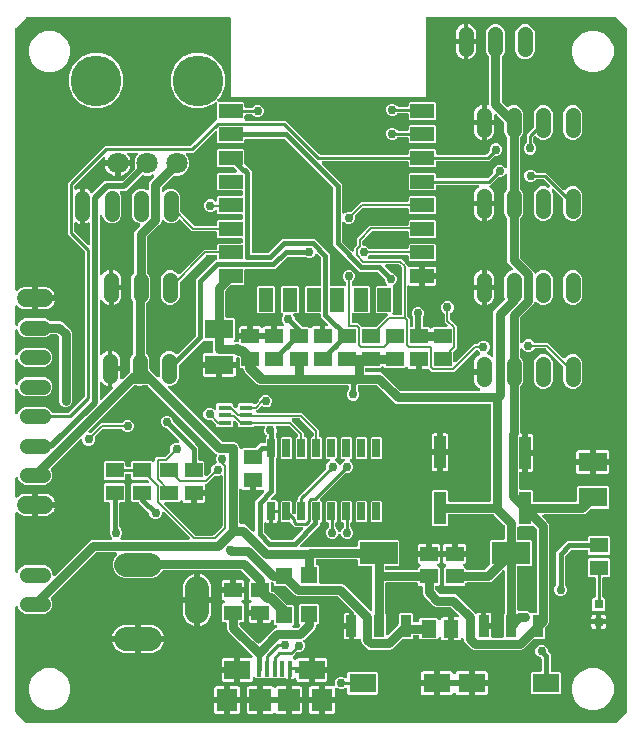
<source format=gbr>
G04 EAGLE Gerber RS-274X export*
G75*
%MOMM*%
%FSLAX34Y34*%
%LPD*%
%INTop Copper*%
%IPPOS*%
%AMOC8*
5,1,8,0,0,1.08239X$1,22.5*%
G01*
%ADD10R,1.500000X1.300000*%
%ADD11R,2.400000X1.600000*%
%ADD12R,1.300000X1.500000*%
%ADD13R,1.000000X2.800000*%
%ADD14R,1.397000X1.397000*%
%ADD15R,0.400000X1.350000*%
%ADD16R,2.200000X1.600000*%
%ADD17R,1.800000X1.900000*%
%ADD18R,1.900000X1.900000*%
%ADD19C,1.308000*%
%ADD20C,1.508000*%
%ADD21C,2.000000*%
%ADD22R,0.800000X0.800000*%
%ADD23R,1.100000X0.400000*%
%ADD24R,2.300000X1.600000*%
%ADD25R,2.000000X1.200000*%
%ADD26R,1.200000X2.000000*%
%ADD27R,0.900000X1.850000*%
%ADD28R,3.200000X1.850000*%
%ADD29R,0.635000X1.524000*%
%ADD30C,1.800000*%
%ADD31C,4.300000*%
%ADD32C,0.756400*%
%ADD33C,0.457200*%
%ADD34C,0.762000*%
%ADD35C,0.812800*%
%ADD36C,0.152400*%
%ADD37C,0.254000*%
%ADD38C,0.508000*%

G36*
X509151Y-18971D02*
X509151Y-18971D01*
X509250Y-18968D01*
X509309Y-18951D01*
X509369Y-18943D01*
X509461Y-18907D01*
X509556Y-18879D01*
X509608Y-18849D01*
X509664Y-18826D01*
X509744Y-18768D01*
X509830Y-18718D01*
X509905Y-18652D01*
X509922Y-18640D01*
X509929Y-18630D01*
X509951Y-18612D01*
X518612Y-9951D01*
X518672Y-9872D01*
X518740Y-9800D01*
X518769Y-9747D01*
X518806Y-9699D01*
X518846Y-9608D01*
X518894Y-9522D01*
X518909Y-9463D01*
X518933Y-9407D01*
X518948Y-9310D01*
X518973Y-9214D01*
X518979Y-9114D01*
X518983Y-9093D01*
X518981Y-9081D01*
X518983Y-9053D01*
X518983Y569053D01*
X518971Y569151D01*
X518968Y569250D01*
X518951Y569309D01*
X518943Y569369D01*
X518907Y569461D01*
X518879Y569556D01*
X518849Y569608D01*
X518826Y569664D01*
X518768Y569744D01*
X518718Y569830D01*
X518652Y569905D01*
X518640Y569922D01*
X518630Y569929D01*
X518612Y569951D01*
X509951Y578612D01*
X509872Y578672D01*
X509800Y578740D01*
X509747Y578769D01*
X509699Y578806D01*
X509608Y578846D01*
X509522Y578894D01*
X509463Y578909D01*
X509407Y578933D01*
X509310Y578948D01*
X509214Y578973D01*
X509114Y578979D01*
X509093Y578983D01*
X509081Y578981D01*
X509053Y578983D01*
X349890Y578983D01*
X349772Y578968D01*
X349653Y578961D01*
X349615Y578948D01*
X349574Y578943D01*
X349464Y578900D01*
X349351Y578863D01*
X349316Y578841D01*
X349279Y578826D01*
X349183Y578757D01*
X349082Y578693D01*
X349054Y578663D01*
X349021Y578640D01*
X348945Y578548D01*
X348864Y578461D01*
X348844Y578426D01*
X348819Y578395D01*
X348768Y578287D01*
X348710Y578183D01*
X348700Y578143D01*
X348683Y578107D01*
X348661Y577990D01*
X348631Y577875D01*
X348627Y577815D01*
X348623Y577795D01*
X348625Y577774D01*
X348621Y577714D01*
X348621Y511190D01*
X348620Y511189D01*
X183520Y511189D01*
X183519Y511190D01*
X183519Y577714D01*
X183504Y577832D01*
X183497Y577951D01*
X183484Y577989D01*
X183479Y578030D01*
X183436Y578140D01*
X183399Y578253D01*
X183377Y578288D01*
X183362Y578325D01*
X183293Y578421D01*
X183229Y578522D01*
X183199Y578550D01*
X183176Y578583D01*
X183084Y578659D01*
X182997Y578740D01*
X182962Y578760D01*
X182931Y578785D01*
X182823Y578836D01*
X182719Y578894D01*
X182679Y578904D01*
X182643Y578921D01*
X182526Y578943D01*
X182411Y578973D01*
X182351Y578977D01*
X182331Y578981D01*
X182310Y578979D01*
X182250Y578983D01*
X10947Y578983D01*
X10849Y578971D01*
X10750Y578968D01*
X10691Y578951D01*
X10631Y578943D01*
X10539Y578907D01*
X10444Y578879D01*
X10392Y578849D01*
X10336Y578826D01*
X10256Y578768D01*
X10170Y578718D01*
X10095Y578652D01*
X10078Y578640D01*
X10071Y578630D01*
X10049Y578612D01*
X1388Y569951D01*
X1328Y569872D01*
X1260Y569800D01*
X1231Y569747D01*
X1194Y569699D01*
X1154Y569608D01*
X1106Y569522D01*
X1091Y569463D01*
X1067Y569407D01*
X1052Y569310D01*
X1027Y569214D01*
X1021Y569114D01*
X1017Y569093D01*
X1019Y569081D01*
X1017Y569053D01*
X1017Y348409D01*
X1034Y348271D01*
X1047Y348132D01*
X1054Y348113D01*
X1057Y348093D01*
X1108Y347964D01*
X1155Y347833D01*
X1166Y347816D01*
X1174Y347798D01*
X1255Y347685D01*
X1333Y347570D01*
X1349Y347557D01*
X1360Y347540D01*
X1468Y347451D01*
X1572Y347360D01*
X1590Y347350D01*
X1605Y347337D01*
X1731Y347278D01*
X1855Y347215D01*
X1875Y347211D01*
X1893Y347202D01*
X2030Y347176D01*
X2165Y347145D01*
X2186Y347146D01*
X2205Y347142D01*
X2344Y347151D01*
X2483Y347155D01*
X2503Y347161D01*
X2523Y347162D01*
X2655Y347205D01*
X2789Y347243D01*
X2806Y347254D01*
X2825Y347260D01*
X2943Y347334D01*
X3063Y347405D01*
X3084Y347424D01*
X3094Y347430D01*
X3108Y347445D01*
X3183Y347511D01*
X4004Y348332D01*
X5223Y349217D01*
X6565Y349901D01*
X7998Y350367D01*
X9487Y350603D01*
X15281Y350603D01*
X15281Y342260D01*
X15296Y342142D01*
X15303Y342023D01*
X15315Y341985D01*
X15321Y341945D01*
X15364Y341834D01*
X15401Y341721D01*
X15423Y341687D01*
X15438Y341649D01*
X15507Y341553D01*
X15571Y341452D01*
X15601Y341424D01*
X15624Y341392D01*
X15716Y341316D01*
X15803Y341234D01*
X15838Y341215D01*
X15869Y341189D01*
X15977Y341138D01*
X16081Y341081D01*
X16121Y341071D01*
X16157Y341053D01*
X16264Y341033D01*
X16234Y341029D01*
X16124Y340985D01*
X16011Y340949D01*
X15976Y340927D01*
X15939Y340912D01*
X15842Y340842D01*
X15742Y340779D01*
X15714Y340749D01*
X15681Y340725D01*
X15605Y340634D01*
X15524Y340547D01*
X15504Y340512D01*
X15479Y340480D01*
X15428Y340373D01*
X15370Y340268D01*
X15360Y340229D01*
X15343Y340193D01*
X15321Y340076D01*
X15291Y339960D01*
X15287Y339900D01*
X15283Y339880D01*
X15285Y339860D01*
X15281Y339800D01*
X15281Y331457D01*
X9487Y331457D01*
X7998Y331693D01*
X6565Y332159D01*
X5223Y332843D01*
X4004Y333728D01*
X3183Y334549D01*
X3074Y334634D01*
X2967Y334723D01*
X2948Y334731D01*
X2932Y334744D01*
X2804Y334799D01*
X2679Y334858D01*
X2659Y334862D01*
X2640Y334870D01*
X2502Y334892D01*
X2366Y334918D01*
X2346Y334917D01*
X2326Y334920D01*
X2187Y334907D01*
X2049Y334898D01*
X2030Y334892D01*
X2010Y334890D01*
X1879Y334843D01*
X1747Y334800D01*
X1729Y334789D01*
X1710Y334782D01*
X1596Y334704D01*
X1478Y334630D01*
X1464Y334615D01*
X1447Y334604D01*
X1355Y334500D01*
X1260Y334398D01*
X1250Y334381D01*
X1237Y334365D01*
X1174Y334242D01*
X1106Y334120D01*
X1101Y334100D01*
X1092Y334082D01*
X1062Y333946D01*
X1027Y333812D01*
X1025Y333784D01*
X1022Y333772D01*
X1023Y333751D01*
X1017Y333651D01*
X1017Y318804D01*
X1025Y318735D01*
X1024Y318665D01*
X1045Y318578D01*
X1057Y318488D01*
X1082Y318423D01*
X1099Y318356D01*
X1141Y318276D01*
X1174Y318193D01*
X1215Y318136D01*
X1247Y318075D01*
X1308Y318008D01*
X1360Y317935D01*
X1414Y317891D01*
X1461Y317839D01*
X1536Y317790D01*
X1605Y317733D01*
X1669Y317703D01*
X1727Y317664D01*
X1812Y317635D01*
X1893Y317597D01*
X1962Y317584D01*
X2028Y317561D01*
X2117Y317554D01*
X2205Y317537D01*
X2275Y317542D01*
X2345Y317536D01*
X2433Y317551D01*
X2523Y317557D01*
X2589Y317579D01*
X2658Y317590D01*
X2740Y317627D01*
X2825Y317655D01*
X2884Y317692D01*
X2948Y317721D01*
X3018Y317777D01*
X3094Y317825D01*
X3142Y317876D01*
X3196Y317920D01*
X3251Y317991D01*
X3312Y318057D01*
X3346Y318118D01*
X3388Y318174D01*
X3459Y318318D01*
X4403Y320598D01*
X6672Y322867D01*
X9636Y324095D01*
X25924Y324095D01*
X28888Y322867D01*
X30019Y321736D01*
X30097Y321676D01*
X30169Y321608D01*
X30222Y321579D01*
X30270Y321542D01*
X30361Y321502D01*
X30448Y321454D01*
X30506Y321439D01*
X30562Y321415D01*
X30660Y321400D01*
X30756Y321375D01*
X30856Y321369D01*
X30876Y321365D01*
X30888Y321367D01*
X30916Y321365D01*
X39107Y321365D01*
X41068Y320553D01*
X48211Y313410D01*
X49023Y311449D01*
X49023Y252939D01*
X48211Y250978D01*
X46710Y249477D01*
X44749Y248665D01*
X42627Y248665D01*
X40666Y249477D01*
X39165Y250978D01*
X38353Y252939D01*
X38353Y307653D01*
X38341Y307751D01*
X38338Y307850D01*
X38321Y307908D01*
X38313Y307968D01*
X38277Y308060D01*
X38249Y308155D01*
X38219Y308207D01*
X38196Y308264D01*
X38138Y308344D01*
X38088Y308429D01*
X38022Y308505D01*
X38010Y308521D01*
X38000Y308529D01*
X37982Y308550D01*
X36208Y310324D01*
X36130Y310384D01*
X36058Y310452D01*
X36005Y310481D01*
X35957Y310518D01*
X35866Y310558D01*
X35779Y310606D01*
X35721Y310621D01*
X35665Y310645D01*
X35567Y310660D01*
X35471Y310685D01*
X35371Y310691D01*
X35351Y310695D01*
X35339Y310693D01*
X35311Y310695D01*
X30916Y310695D01*
X30818Y310683D01*
X30719Y310680D01*
X30661Y310663D01*
X30601Y310655D01*
X30509Y310619D01*
X30414Y310591D01*
X30361Y310561D01*
X30305Y310538D01*
X30225Y310480D01*
X30140Y310430D01*
X30064Y310364D01*
X30048Y310352D01*
X30040Y310342D01*
X30019Y310324D01*
X28888Y309193D01*
X25924Y307965D01*
X9636Y307965D01*
X6672Y309193D01*
X4403Y311462D01*
X3459Y313742D01*
X3424Y313802D01*
X3398Y313867D01*
X3346Y313940D01*
X3301Y314018D01*
X3253Y314068D01*
X3212Y314125D01*
X3142Y314182D01*
X3080Y314246D01*
X3020Y314283D01*
X2967Y314327D01*
X2885Y314366D01*
X2809Y314413D01*
X2742Y314433D01*
X2679Y314463D01*
X2591Y314480D01*
X2505Y314506D01*
X2435Y314510D01*
X2366Y314523D01*
X2277Y314517D01*
X2187Y314521D01*
X2119Y314507D01*
X2049Y314503D01*
X1964Y314475D01*
X1876Y314457D01*
X1813Y314426D01*
X1747Y314405D01*
X1671Y314357D01*
X1590Y314317D01*
X1537Y314272D01*
X1478Y314235D01*
X1416Y314169D01*
X1348Y314111D01*
X1308Y314054D01*
X1260Y314003D01*
X1217Y313925D01*
X1165Y313851D01*
X1140Y313786D01*
X1106Y313725D01*
X1084Y313638D01*
X1052Y313554D01*
X1044Y313484D01*
X1027Y313417D01*
X1017Y313256D01*
X1017Y293804D01*
X1025Y293735D01*
X1024Y293665D01*
X1045Y293578D01*
X1057Y293488D01*
X1082Y293423D01*
X1099Y293356D01*
X1141Y293276D01*
X1174Y293193D01*
X1215Y293136D01*
X1247Y293075D01*
X1308Y293008D01*
X1360Y292935D01*
X1414Y292891D01*
X1461Y292839D01*
X1536Y292790D01*
X1605Y292733D01*
X1669Y292703D01*
X1727Y292664D01*
X1812Y292635D01*
X1893Y292597D01*
X1962Y292584D01*
X2028Y292561D01*
X2117Y292554D01*
X2205Y292537D01*
X2275Y292542D01*
X2345Y292536D01*
X2433Y292551D01*
X2523Y292557D01*
X2589Y292579D01*
X2658Y292590D01*
X2740Y292627D01*
X2825Y292655D01*
X2884Y292692D01*
X2948Y292721D01*
X3018Y292777D01*
X3094Y292825D01*
X3142Y292876D01*
X3196Y292920D01*
X3251Y292991D01*
X3312Y293057D01*
X3346Y293118D01*
X3388Y293174D01*
X3459Y293318D01*
X4403Y295598D01*
X6672Y297867D01*
X9636Y299095D01*
X25924Y299095D01*
X28888Y297867D01*
X31157Y295598D01*
X32385Y292634D01*
X32385Y289426D01*
X31157Y286462D01*
X28888Y284193D01*
X25924Y282965D01*
X9636Y282965D01*
X6672Y284193D01*
X4403Y286462D01*
X3459Y288742D01*
X3424Y288802D01*
X3398Y288867D01*
X3346Y288940D01*
X3301Y289018D01*
X3253Y289068D01*
X3212Y289125D01*
X3142Y289182D01*
X3080Y289246D01*
X3020Y289283D01*
X2967Y289327D01*
X2885Y289366D01*
X2809Y289413D01*
X2742Y289433D01*
X2679Y289463D01*
X2591Y289480D01*
X2505Y289506D01*
X2435Y289510D01*
X2366Y289523D01*
X2277Y289517D01*
X2187Y289521D01*
X2119Y289507D01*
X2049Y289503D01*
X1964Y289475D01*
X1876Y289457D01*
X1813Y289426D01*
X1747Y289405D01*
X1671Y289357D01*
X1590Y289317D01*
X1537Y289272D01*
X1478Y289235D01*
X1416Y289169D01*
X1348Y289111D01*
X1308Y289054D01*
X1260Y289003D01*
X1217Y288925D01*
X1165Y288851D01*
X1140Y288786D01*
X1106Y288725D01*
X1084Y288638D01*
X1052Y288554D01*
X1044Y288484D01*
X1027Y288417D01*
X1017Y288256D01*
X1017Y268804D01*
X1025Y268735D01*
X1024Y268665D01*
X1045Y268578D01*
X1057Y268488D01*
X1082Y268423D01*
X1099Y268356D01*
X1141Y268276D01*
X1174Y268193D01*
X1215Y268136D01*
X1247Y268075D01*
X1308Y268008D01*
X1360Y267935D01*
X1414Y267891D01*
X1461Y267839D01*
X1536Y267790D01*
X1605Y267733D01*
X1669Y267703D01*
X1727Y267664D01*
X1812Y267635D01*
X1893Y267597D01*
X1962Y267584D01*
X2028Y267561D01*
X2117Y267554D01*
X2205Y267537D01*
X2275Y267542D01*
X2345Y267536D01*
X2433Y267551D01*
X2523Y267557D01*
X2589Y267579D01*
X2658Y267590D01*
X2740Y267627D01*
X2825Y267655D01*
X2884Y267692D01*
X2948Y267721D01*
X3018Y267777D01*
X3094Y267825D01*
X3142Y267876D01*
X3196Y267920D01*
X3251Y267991D01*
X3312Y268057D01*
X3346Y268118D01*
X3388Y268174D01*
X3459Y268318D01*
X4403Y270598D01*
X6672Y272867D01*
X9636Y274095D01*
X25924Y274095D01*
X28888Y272867D01*
X31157Y270598D01*
X32385Y267634D01*
X32385Y264426D01*
X31157Y261462D01*
X28888Y259193D01*
X25924Y257965D01*
X9636Y257965D01*
X6672Y259193D01*
X4403Y261462D01*
X3459Y263742D01*
X3424Y263802D01*
X3398Y263867D01*
X3346Y263940D01*
X3301Y264018D01*
X3253Y264068D01*
X3212Y264125D01*
X3142Y264182D01*
X3080Y264246D01*
X3020Y264283D01*
X2967Y264327D01*
X2885Y264366D01*
X2809Y264413D01*
X2742Y264433D01*
X2679Y264463D01*
X2591Y264480D01*
X2505Y264506D01*
X2435Y264510D01*
X2366Y264523D01*
X2277Y264517D01*
X2187Y264521D01*
X2119Y264507D01*
X2049Y264503D01*
X1964Y264475D01*
X1876Y264457D01*
X1813Y264426D01*
X1747Y264405D01*
X1671Y264357D01*
X1590Y264317D01*
X1537Y264272D01*
X1478Y264235D01*
X1416Y264169D01*
X1348Y264111D01*
X1308Y264054D01*
X1260Y264003D01*
X1217Y263925D01*
X1165Y263851D01*
X1140Y263786D01*
X1106Y263725D01*
X1084Y263638D01*
X1052Y263554D01*
X1044Y263484D01*
X1027Y263417D01*
X1017Y263256D01*
X1017Y243804D01*
X1025Y243735D01*
X1024Y243665D01*
X1045Y243578D01*
X1057Y243488D01*
X1082Y243423D01*
X1099Y243356D01*
X1141Y243276D01*
X1174Y243193D01*
X1215Y243136D01*
X1247Y243075D01*
X1308Y243008D01*
X1360Y242935D01*
X1414Y242891D01*
X1461Y242839D01*
X1536Y242790D01*
X1605Y242733D01*
X1669Y242703D01*
X1727Y242664D01*
X1812Y242635D01*
X1893Y242597D01*
X1962Y242584D01*
X2028Y242561D01*
X2117Y242554D01*
X2205Y242537D01*
X2275Y242542D01*
X2345Y242536D01*
X2433Y242551D01*
X2523Y242557D01*
X2589Y242579D01*
X2658Y242590D01*
X2740Y242627D01*
X2825Y242655D01*
X2884Y242692D01*
X2948Y242721D01*
X3018Y242777D01*
X3094Y242825D01*
X3142Y242876D01*
X3196Y242920D01*
X3251Y242991D01*
X3312Y243057D01*
X3346Y243118D01*
X3388Y243174D01*
X3459Y243318D01*
X4403Y245598D01*
X6672Y247867D01*
X9636Y249095D01*
X25924Y249095D01*
X28888Y247867D01*
X31157Y245598D01*
X31567Y244608D01*
X31582Y244583D01*
X31591Y244555D01*
X31660Y244445D01*
X31725Y244332D01*
X31745Y244311D01*
X31761Y244286D01*
X31856Y244197D01*
X31946Y244104D01*
X31971Y244088D01*
X31993Y244068D01*
X32106Y244005D01*
X32217Y243937D01*
X32245Y243929D01*
X32271Y243914D01*
X32397Y243882D01*
X32521Y243844D01*
X32550Y243842D01*
X32579Y243835D01*
X32740Y243825D01*
X45799Y243825D01*
X45897Y243837D01*
X45996Y243840D01*
X46054Y243857D01*
X46114Y243865D01*
X46206Y243901D01*
X46301Y243929D01*
X46354Y243959D01*
X46410Y243982D01*
X46490Y244040D01*
X46575Y244090D01*
X46651Y244156D01*
X46667Y244168D01*
X46675Y244178D01*
X46696Y244196D01*
X59744Y257244D01*
X59804Y257322D01*
X59872Y257394D01*
X59901Y257447D01*
X59938Y257495D01*
X59978Y257586D01*
X60026Y257673D01*
X60041Y257731D01*
X60065Y257787D01*
X60080Y257885D01*
X60105Y257981D01*
X60111Y258081D01*
X60115Y258101D01*
X60113Y258113D01*
X60115Y258141D01*
X60115Y379751D01*
X60103Y379849D01*
X60100Y379948D01*
X60083Y380006D01*
X60075Y380066D01*
X60039Y380158D01*
X60011Y380253D01*
X59981Y380306D01*
X59958Y380362D01*
X59900Y380442D01*
X59850Y380527D01*
X59784Y380603D01*
X59772Y380619D01*
X59762Y380627D01*
X59744Y380648D01*
X45511Y394881D01*
X45511Y438551D01*
X76861Y469901D01*
X149251Y469901D01*
X149350Y469913D01*
X149449Y469916D01*
X149507Y469933D01*
X149567Y469941D01*
X149659Y469977D01*
X149754Y470005D01*
X149806Y470035D01*
X149863Y470058D01*
X149943Y470116D01*
X150028Y470166D01*
X150103Y470232D01*
X150120Y470244D01*
X150128Y470254D01*
X150149Y470272D01*
X171427Y491551D01*
X171433Y491555D01*
X171534Y491619D01*
X171562Y491649D01*
X171595Y491672D01*
X171671Y491764D01*
X171752Y491851D01*
X171772Y491886D01*
X171797Y491917D01*
X171848Y492025D01*
X171906Y492129D01*
X171916Y492169D01*
X171933Y492205D01*
X171955Y492322D01*
X171985Y492437D01*
X171989Y492497D01*
X171993Y492517D01*
X171991Y492538D01*
X171995Y492598D01*
X171995Y506069D01*
X171978Y506207D01*
X171965Y506346D01*
X171958Y506365D01*
X171955Y506385D01*
X171904Y506514D01*
X171857Y506645D01*
X171846Y506662D01*
X171838Y506680D01*
X171757Y506793D01*
X171679Y506908D01*
X171663Y506921D01*
X171652Y506938D01*
X171544Y507027D01*
X171440Y507118D01*
X171422Y507128D01*
X171407Y507141D01*
X171281Y507200D01*
X171157Y507263D01*
X171137Y507267D01*
X171119Y507276D01*
X170982Y507302D01*
X170847Y507333D01*
X170826Y507332D01*
X170807Y507336D01*
X170668Y507327D01*
X170529Y507323D01*
X170509Y507317D01*
X170489Y507316D01*
X170357Y507273D01*
X170223Y507235D01*
X170206Y507224D01*
X170187Y507218D01*
X170069Y507144D01*
X169949Y507073D01*
X169928Y507054D01*
X169918Y507048D01*
X169904Y507033D01*
X169829Y506967D01*
X168592Y505731D01*
X160130Y502225D01*
X150970Y502225D01*
X142508Y505731D01*
X136031Y512208D01*
X132525Y520670D01*
X132525Y529830D01*
X136031Y538292D01*
X142508Y544769D01*
X150970Y548275D01*
X160130Y548275D01*
X168592Y544769D01*
X175069Y538292D01*
X178575Y529830D01*
X178575Y520670D01*
X175069Y512208D01*
X172293Y509431D01*
X172208Y509322D01*
X172119Y509215D01*
X172111Y509196D01*
X172098Y509180D01*
X172043Y509052D01*
X171984Y508927D01*
X171980Y508907D01*
X171972Y508888D01*
X171950Y508750D01*
X171924Y508614D01*
X171925Y508594D01*
X171922Y508574D01*
X171935Y508435D01*
X171944Y508297D01*
X171950Y508278D01*
X171952Y508258D01*
X171999Y508126D01*
X172042Y507995D01*
X172053Y507977D01*
X172060Y507958D01*
X172138Y507843D01*
X172212Y507726D01*
X172227Y507712D01*
X172238Y507695D01*
X172343Y507603D01*
X172444Y507508D01*
X172461Y507498D01*
X172477Y507485D01*
X172601Y507421D01*
X172722Y507354D01*
X172742Y507349D01*
X172760Y507340D01*
X172896Y507310D01*
X173030Y507275D01*
X173058Y507273D01*
X173070Y507270D01*
X173091Y507271D01*
X173191Y507265D01*
X194152Y507265D01*
X195045Y506372D01*
X195045Y503428D01*
X195060Y503310D01*
X195067Y503191D01*
X195080Y503153D01*
X195085Y503112D01*
X195128Y503002D01*
X195165Y502889D01*
X195187Y502854D01*
X195202Y502817D01*
X195271Y502721D01*
X195335Y502620D01*
X195365Y502592D01*
X195388Y502559D01*
X195480Y502483D01*
X195567Y502402D01*
X195602Y502382D01*
X195633Y502357D01*
X195741Y502306D01*
X195845Y502248D01*
X195885Y502238D01*
X195921Y502221D01*
X196038Y502199D01*
X196153Y502169D01*
X196213Y502165D01*
X196233Y502161D01*
X196254Y502163D01*
X196314Y502159D01*
X201012Y502159D01*
X201110Y502171D01*
X201209Y502174D01*
X201268Y502191D01*
X201328Y502199D01*
X201420Y502235D01*
X201515Y502263D01*
X201567Y502293D01*
X201623Y502316D01*
X201704Y502374D01*
X201789Y502424D01*
X201864Y502490D01*
X201881Y502502D01*
X201889Y502512D01*
X201910Y502530D01*
X203242Y503863D01*
X205192Y504671D01*
X207304Y504671D01*
X209254Y503863D01*
X210747Y502370D01*
X211555Y500420D01*
X211555Y498308D01*
X210747Y496358D01*
X209254Y494865D01*
X207304Y494057D01*
X205192Y494057D01*
X203242Y494865D01*
X201910Y496198D01*
X201831Y496258D01*
X201759Y496326D01*
X201706Y496355D01*
X201658Y496392D01*
X201568Y496432D01*
X201481Y496480D01*
X201422Y496495D01*
X201367Y496519D01*
X201269Y496534D01*
X201173Y496559D01*
X201073Y496565D01*
X201052Y496569D01*
X201040Y496567D01*
X201012Y496569D01*
X196314Y496569D01*
X196196Y496554D01*
X196077Y496547D01*
X196039Y496534D01*
X195998Y496529D01*
X195888Y496486D01*
X195775Y496449D01*
X195740Y496427D01*
X195703Y496412D01*
X195606Y496342D01*
X195506Y496279D01*
X195478Y496249D01*
X195445Y496226D01*
X195369Y496134D01*
X195288Y496047D01*
X195268Y496012D01*
X195243Y495981D01*
X195192Y495873D01*
X195134Y495769D01*
X195124Y495729D01*
X195107Y495693D01*
X195085Y495576D01*
X195055Y495461D01*
X195051Y495401D01*
X195047Y495381D01*
X195049Y495360D01*
X195045Y495300D01*
X195045Y492598D01*
X195060Y492480D01*
X195067Y492361D01*
X195080Y492323D01*
X195085Y492282D01*
X195128Y492172D01*
X195165Y492059D01*
X195187Y492024D01*
X195202Y491987D01*
X195271Y491891D01*
X195335Y491790D01*
X195365Y491762D01*
X195388Y491729D01*
X195480Y491653D01*
X195567Y491572D01*
X195602Y491552D01*
X195633Y491527D01*
X195741Y491476D01*
X195845Y491418D01*
X195885Y491408D01*
X195921Y491391D01*
X196038Y491369D01*
X196153Y491339D01*
X196213Y491335D01*
X196233Y491331D01*
X196254Y491333D01*
X196314Y491329D01*
X229992Y491329D01*
X258414Y462906D01*
X258492Y462846D01*
X258564Y462778D01*
X258617Y462749D01*
X258665Y462712D01*
X258756Y462672D01*
X258843Y462624D01*
X258902Y462609D01*
X258957Y462585D01*
X259055Y462570D01*
X259151Y462545D01*
X259251Y462539D01*
X259271Y462535D01*
X259284Y462537D01*
X259312Y462535D01*
X332726Y462535D01*
X332844Y462550D01*
X332963Y462557D01*
X333001Y462570D01*
X333042Y462575D01*
X333152Y462618D01*
X333265Y462655D01*
X333300Y462677D01*
X333337Y462692D01*
X333433Y462761D01*
X333534Y462825D01*
X333562Y462855D01*
X333595Y462878D01*
X333671Y462970D01*
X333752Y463057D01*
X333772Y463092D01*
X333797Y463123D01*
X333848Y463231D01*
X333906Y463335D01*
X333916Y463375D01*
X333933Y463411D01*
X333955Y463528D01*
X333985Y463643D01*
X333989Y463703D01*
X333993Y463723D01*
X333991Y463744D01*
X333995Y463804D01*
X333995Y466372D01*
X334888Y467265D01*
X356152Y467265D01*
X357045Y466372D01*
X357045Y463804D01*
X357060Y463686D01*
X357067Y463567D01*
X357080Y463529D01*
X357085Y463488D01*
X357128Y463378D01*
X357165Y463265D01*
X357187Y463230D01*
X357202Y463193D01*
X357271Y463097D01*
X357335Y462996D01*
X357365Y462968D01*
X357388Y462935D01*
X357480Y462859D01*
X357567Y462778D01*
X357602Y462758D01*
X357633Y462733D01*
X357741Y462682D01*
X357845Y462624D01*
X357885Y462614D01*
X357921Y462597D01*
X358038Y462575D01*
X358153Y462545D01*
X358213Y462541D01*
X358233Y462537D01*
X358254Y462539D01*
X358314Y462535D01*
X399129Y462535D01*
X399227Y462547D01*
X399326Y462550D01*
X399384Y462567D01*
X399444Y462575D01*
X399536Y462611D01*
X399631Y462639D01*
X399684Y462669D01*
X399740Y462692D01*
X399820Y462750D01*
X399905Y462800D01*
X399981Y462866D01*
X399997Y462878D01*
X400005Y462888D01*
X400026Y462906D01*
X402246Y465126D01*
X402306Y465204D01*
X402374Y465276D01*
X402403Y465329D01*
X402440Y465377D01*
X402480Y465468D01*
X402528Y465555D01*
X402543Y465613D01*
X402567Y465669D01*
X402582Y465767D01*
X402607Y465863D01*
X402613Y465963D01*
X402617Y465983D01*
X402615Y465995D01*
X402617Y466023D01*
X402617Y467908D01*
X403425Y469858D01*
X404918Y471351D01*
X406868Y472159D01*
X408980Y472159D01*
X410930Y471351D01*
X412423Y469858D01*
X413231Y467908D01*
X413231Y465796D01*
X412423Y463846D01*
X410930Y462353D01*
X408980Y461545D01*
X407095Y461545D01*
X406997Y461533D01*
X406898Y461530D01*
X406840Y461513D01*
X406780Y461505D01*
X406688Y461469D01*
X406593Y461441D01*
X406540Y461411D01*
X406484Y461388D01*
X406404Y461330D01*
X406319Y461280D01*
X406243Y461214D01*
X406227Y461202D01*
X406219Y461192D01*
X406198Y461174D01*
X401970Y456945D01*
X358314Y456945D01*
X358196Y456930D01*
X358077Y456923D01*
X358039Y456910D01*
X357998Y456905D01*
X357888Y456862D01*
X357775Y456825D01*
X357740Y456803D01*
X357703Y456788D01*
X357606Y456718D01*
X357506Y456655D01*
X357478Y456625D01*
X357445Y456602D01*
X357369Y456510D01*
X357288Y456423D01*
X357268Y456388D01*
X357243Y456357D01*
X357192Y456249D01*
X357134Y456145D01*
X357124Y456105D01*
X357107Y456069D01*
X357085Y455952D01*
X357055Y455837D01*
X357051Y455777D01*
X357047Y455757D01*
X357049Y455736D01*
X357045Y455676D01*
X357045Y453108D01*
X356152Y452215D01*
X334888Y452215D01*
X333995Y453108D01*
X333995Y455676D01*
X333980Y455794D01*
X333973Y455913D01*
X333960Y455951D01*
X333955Y455992D01*
X333912Y456102D01*
X333875Y456215D01*
X333853Y456250D01*
X333838Y456287D01*
X333769Y456383D01*
X333705Y456484D01*
X333675Y456512D01*
X333652Y456545D01*
X333560Y456621D01*
X333473Y456702D01*
X333438Y456722D01*
X333407Y456747D01*
X333299Y456798D01*
X333195Y456856D01*
X333155Y456866D01*
X333119Y456883D01*
X333002Y456905D01*
X332887Y456935D01*
X332827Y456939D01*
X332807Y456943D01*
X332786Y456941D01*
X332726Y456945D01*
X261692Y456945D01*
X261555Y456928D01*
X261416Y456915D01*
X261397Y456908D01*
X261377Y456905D01*
X261248Y456854D01*
X261117Y456807D01*
X261100Y456796D01*
X261081Y456788D01*
X260969Y456707D01*
X260853Y456629D01*
X260840Y456613D01*
X260824Y456602D01*
X260735Y456494D01*
X260643Y456390D01*
X260634Y456372D01*
X260621Y456357D01*
X260562Y456231D01*
X260498Y456107D01*
X260494Y456087D01*
X260485Y456069D01*
X260459Y455933D01*
X260429Y455797D01*
X260429Y455776D01*
X260425Y455757D01*
X260434Y455618D01*
X260438Y455479D01*
X260444Y455459D01*
X260445Y455439D01*
X260488Y455307D01*
X260527Y455173D01*
X260537Y455156D01*
X260543Y455137D01*
X260618Y455019D01*
X260688Y454899D01*
X260707Y454878D01*
X260713Y454868D01*
X260728Y454854D01*
X260795Y454779D01*
X277623Y437950D01*
X277623Y413668D01*
X277640Y413530D01*
X277653Y413391D01*
X277660Y413372D01*
X277663Y413352D01*
X277714Y413223D01*
X277761Y413092D01*
X277772Y413075D01*
X277780Y413057D01*
X277861Y412944D01*
X277939Y412829D01*
X277955Y412816D01*
X277966Y412799D01*
X278074Y412710D01*
X278178Y412619D01*
X278196Y412609D01*
X278211Y412596D01*
X278337Y412537D01*
X278461Y412474D01*
X278481Y412470D01*
X278499Y412461D01*
X278636Y412435D01*
X278771Y412404D01*
X278792Y412405D01*
X278811Y412401D01*
X278950Y412410D01*
X279089Y412414D01*
X279109Y412420D01*
X279129Y412421D01*
X279261Y412464D01*
X279395Y412502D01*
X279412Y412513D01*
X279431Y412519D01*
X279549Y412593D01*
X279669Y412664D01*
X279690Y412683D01*
X279700Y412689D01*
X279714Y412704D01*
X279789Y412770D01*
X280458Y413439D01*
X282408Y414247D01*
X284534Y414247D01*
X284637Y414224D01*
X284762Y414189D01*
X284791Y414189D01*
X284820Y414182D01*
X284950Y414186D01*
X285080Y414184D01*
X285109Y414191D01*
X285138Y414192D01*
X285263Y414228D01*
X285389Y414258D01*
X285415Y414272D01*
X285444Y414281D01*
X285555Y414346D01*
X285670Y414407D01*
X285692Y414427D01*
X285718Y414442D01*
X285839Y414548D01*
X291606Y420315D01*
X293317Y422027D01*
X332726Y422027D01*
X332844Y422042D01*
X332963Y422049D01*
X333001Y422062D01*
X333042Y422067D01*
X333152Y422110D01*
X333265Y422147D01*
X333300Y422169D01*
X333337Y422184D01*
X333433Y422253D01*
X333534Y422317D01*
X333562Y422347D01*
X333595Y422370D01*
X333671Y422462D01*
X333752Y422549D01*
X333772Y422584D01*
X333797Y422615D01*
X333848Y422723D01*
X333906Y422827D01*
X333916Y422867D01*
X333933Y422903D01*
X333955Y423020D01*
X333985Y423135D01*
X333989Y423195D01*
X333993Y423215D01*
X333991Y423236D01*
X333995Y423296D01*
X333995Y426372D01*
X334888Y427265D01*
X356152Y427265D01*
X357045Y426372D01*
X357045Y413108D01*
X356152Y412215D01*
X334888Y412215D01*
X333995Y413108D01*
X333995Y416184D01*
X333980Y416302D01*
X333973Y416421D01*
X333960Y416459D01*
X333955Y416500D01*
X333912Y416610D01*
X333875Y416723D01*
X333853Y416758D01*
X333838Y416795D01*
X333769Y416891D01*
X333705Y416992D01*
X333675Y417020D01*
X333652Y417053D01*
X333560Y417129D01*
X333473Y417210D01*
X333438Y417230D01*
X333407Y417255D01*
X333299Y417306D01*
X333195Y417364D01*
X333155Y417374D01*
X333119Y417391D01*
X333002Y417413D01*
X332887Y417443D01*
X332827Y417447D01*
X332807Y417451D01*
X332786Y417449D01*
X332726Y417453D01*
X295737Y417453D01*
X295639Y417441D01*
X295540Y417438D01*
X295482Y417421D01*
X295421Y417413D01*
X295329Y417377D01*
X295234Y417349D01*
X295182Y417319D01*
X295126Y417296D01*
X295046Y417238D01*
X294960Y417188D01*
X294885Y417122D01*
X294868Y417110D01*
X294861Y417100D01*
X294839Y417082D01*
X289072Y411315D01*
X289054Y411291D01*
X289032Y411272D01*
X288957Y411166D01*
X288878Y411063D01*
X288866Y411036D01*
X288849Y411012D01*
X288803Y410891D01*
X288751Y410771D01*
X288747Y410742D01*
X288736Y410714D01*
X288722Y410586D01*
X288701Y410457D01*
X288704Y410428D01*
X288701Y410398D01*
X288719Y410270D01*
X288731Y410141D01*
X288741Y410113D01*
X288745Y410084D01*
X288771Y410009D01*
X288771Y407884D01*
X287963Y405934D01*
X286470Y404441D01*
X284520Y403633D01*
X282408Y403633D01*
X280458Y404441D01*
X279789Y405110D01*
X279680Y405195D01*
X279573Y405284D01*
X279554Y405292D01*
X279538Y405305D01*
X279410Y405360D01*
X279285Y405419D01*
X279265Y405423D01*
X279246Y405431D01*
X279108Y405453D01*
X278972Y405479D01*
X278952Y405478D01*
X278932Y405481D01*
X278793Y405468D01*
X278655Y405459D01*
X278636Y405453D01*
X278616Y405451D01*
X278485Y405404D01*
X278353Y405361D01*
X278335Y405350D01*
X278316Y405343D01*
X278202Y405265D01*
X278084Y405191D01*
X278070Y405176D01*
X278053Y405165D01*
X277961Y405061D01*
X277866Y404959D01*
X277856Y404942D01*
X277843Y404926D01*
X277780Y404803D01*
X277712Y404681D01*
X277707Y404661D01*
X277698Y404643D01*
X277668Y404507D01*
X277633Y404373D01*
X277631Y404345D01*
X277628Y404333D01*
X277629Y404312D01*
X277623Y404212D01*
X277623Y389393D01*
X277635Y389295D01*
X277638Y389196D01*
X277655Y389137D01*
X277663Y389077D01*
X277699Y388985D01*
X277727Y388890D01*
X277757Y388838D01*
X277780Y388782D01*
X277838Y388702D01*
X277888Y388616D01*
X277954Y388541D01*
X277966Y388524D01*
X277976Y388517D01*
X277994Y388495D01*
X285643Y380847D01*
X285752Y380762D01*
X285859Y380673D01*
X285878Y380665D01*
X285894Y380652D01*
X286022Y380597D01*
X286147Y380538D01*
X286167Y380534D01*
X286186Y380526D01*
X286324Y380504D01*
X286460Y380478D01*
X286480Y380479D01*
X286500Y380476D01*
X286639Y380489D01*
X286777Y380498D01*
X286796Y380504D01*
X286816Y380506D01*
X286948Y380553D01*
X287079Y380596D01*
X287097Y380607D01*
X287116Y380614D01*
X287231Y380692D01*
X287348Y380766D01*
X287362Y380781D01*
X287379Y380792D01*
X287471Y380896D01*
X287566Y380998D01*
X287576Y381015D01*
X287589Y381031D01*
X287653Y381155D01*
X287720Y381276D01*
X287725Y381296D01*
X287734Y381314D01*
X287764Y381450D01*
X287799Y381584D01*
X287801Y381612D01*
X287804Y381624D01*
X287803Y381645D01*
X287809Y381745D01*
X287809Y383445D01*
X289950Y385585D01*
X290010Y385663D01*
X290078Y385735D01*
X290107Y385788D01*
X290144Y385836D01*
X290184Y385927D01*
X290232Y386014D01*
X290247Y386072D01*
X290271Y386128D01*
X290286Y386226D01*
X290311Y386322D01*
X290317Y386422D01*
X290321Y386442D01*
X290319Y386454D01*
X290321Y386482D01*
X290321Y391599D01*
X301059Y402337D01*
X332726Y402337D01*
X332844Y402352D01*
X332963Y402359D01*
X333001Y402372D01*
X333042Y402377D01*
X333152Y402420D01*
X333265Y402457D01*
X333300Y402479D01*
X333337Y402494D01*
X333433Y402563D01*
X333534Y402627D01*
X333562Y402657D01*
X333595Y402680D01*
X333671Y402772D01*
X333752Y402859D01*
X333772Y402894D01*
X333797Y402925D01*
X333848Y403033D01*
X333906Y403137D01*
X333916Y403177D01*
X333933Y403213D01*
X333955Y403330D01*
X333985Y403445D01*
X333989Y403505D01*
X333993Y403525D01*
X333991Y403546D01*
X333995Y403606D01*
X333995Y406372D01*
X334888Y407265D01*
X356152Y407265D01*
X357045Y406372D01*
X357045Y393108D01*
X356152Y392215D01*
X334888Y392215D01*
X333995Y393108D01*
X333995Y396494D01*
X333980Y396612D01*
X333973Y396731D01*
X333960Y396769D01*
X333955Y396810D01*
X333912Y396920D01*
X333875Y397033D01*
X333853Y397068D01*
X333838Y397105D01*
X333769Y397201D01*
X333705Y397302D01*
X333675Y397330D01*
X333652Y397363D01*
X333560Y397439D01*
X333473Y397520D01*
X333438Y397540D01*
X333407Y397565D01*
X333299Y397616D01*
X333195Y397674D01*
X333155Y397684D01*
X333119Y397701D01*
X333002Y397723D01*
X332887Y397753D01*
X332827Y397757D01*
X332807Y397761D01*
X332786Y397759D01*
X332726Y397763D01*
X303479Y397763D01*
X303381Y397751D01*
X303282Y397748D01*
X303224Y397731D01*
X303163Y397723D01*
X303071Y397687D01*
X302976Y397659D01*
X302924Y397629D01*
X302868Y397606D01*
X302788Y397548D01*
X302702Y397498D01*
X302627Y397432D01*
X302610Y397420D01*
X302603Y397410D01*
X302581Y397392D01*
X295266Y390077D01*
X295206Y389998D01*
X295138Y389926D01*
X295109Y389873D01*
X295072Y389825D01*
X295032Y389734D01*
X294984Y389648D01*
X294969Y389589D01*
X294945Y389533D01*
X294930Y389435D01*
X294905Y389340D01*
X294899Y389240D01*
X294895Y389219D01*
X294897Y389207D01*
X294895Y389179D01*
X294895Y386560D01*
X294910Y386442D01*
X294917Y386323D01*
X294930Y386285D01*
X294935Y386244D01*
X294978Y386134D01*
X295015Y386021D01*
X295037Y385986D01*
X295052Y385949D01*
X295121Y385853D01*
X295185Y385752D01*
X295215Y385724D01*
X295238Y385691D01*
X295330Y385615D01*
X295417Y385534D01*
X295452Y385514D01*
X295483Y385489D01*
X295591Y385438D01*
X295695Y385380D01*
X295735Y385370D01*
X295771Y385353D01*
X295888Y385331D01*
X296003Y385301D01*
X296063Y385297D01*
X296083Y385293D01*
X296104Y385295D01*
X296164Y385291D01*
X297220Y385291D01*
X299170Y384483D01*
X300673Y382980D01*
X300730Y382891D01*
X300794Y382778D01*
X300814Y382757D01*
X300830Y382732D01*
X300925Y382643D01*
X301015Y382550D01*
X301040Y382534D01*
X301062Y382514D01*
X301175Y382451D01*
X301286Y382383D01*
X301314Y382375D01*
X301340Y382360D01*
X301466Y382328D01*
X301590Y382290D01*
X301620Y382288D01*
X301648Y382281D01*
X301809Y382271D01*
X332726Y382271D01*
X332844Y382286D01*
X332963Y382293D01*
X333001Y382306D01*
X333042Y382311D01*
X333152Y382354D01*
X333265Y382391D01*
X333300Y382413D01*
X333337Y382428D01*
X333433Y382497D01*
X333534Y382561D01*
X333562Y382591D01*
X333595Y382614D01*
X333671Y382706D01*
X333752Y382793D01*
X333772Y382828D01*
X333797Y382859D01*
X333848Y382967D01*
X333906Y383071D01*
X333916Y383111D01*
X333933Y383147D01*
X333955Y383264D01*
X333985Y383379D01*
X333989Y383439D01*
X333993Y383459D01*
X333991Y383480D01*
X333995Y383540D01*
X333995Y386372D01*
X334888Y387265D01*
X356152Y387265D01*
X357045Y386372D01*
X357045Y373108D01*
X356152Y372215D01*
X334888Y372215D01*
X333995Y373108D01*
X333995Y376428D01*
X333980Y376546D01*
X333973Y376665D01*
X333960Y376703D01*
X333955Y376744D01*
X333912Y376854D01*
X333875Y376967D01*
X333853Y377002D01*
X333838Y377039D01*
X333769Y377135D01*
X333705Y377236D01*
X333675Y377264D01*
X333652Y377297D01*
X333560Y377373D01*
X333473Y377454D01*
X333438Y377474D01*
X333407Y377499D01*
X333299Y377550D01*
X333195Y377608D01*
X333155Y377618D01*
X333119Y377635D01*
X333002Y377657D01*
X332887Y377687D01*
X332827Y377691D01*
X332807Y377695D01*
X332786Y377693D01*
X332726Y377697D01*
X301809Y377697D01*
X301779Y377694D01*
X301750Y377696D01*
X301622Y377674D01*
X301493Y377657D01*
X301466Y377647D01*
X301437Y377641D01*
X301318Y377588D01*
X301198Y377540D01*
X301174Y377523D01*
X301147Y377511D01*
X301045Y377430D01*
X300940Y377354D01*
X300921Y377331D01*
X300898Y377312D01*
X300820Y377209D01*
X300737Y377109D01*
X300725Y377082D01*
X300707Y377058D01*
X300672Y376988D01*
X299966Y376281D01*
X299881Y376172D01*
X299792Y376065D01*
X299784Y376046D01*
X299771Y376030D01*
X299716Y375902D01*
X299657Y375777D01*
X299653Y375757D01*
X299645Y375738D01*
X299623Y375600D01*
X299597Y375464D01*
X299598Y375444D01*
X299595Y375424D01*
X299608Y375285D01*
X299617Y375147D01*
X299623Y375128D01*
X299625Y375108D01*
X299672Y374977D01*
X299715Y374845D01*
X299726Y374827D01*
X299733Y374808D01*
X299811Y374694D01*
X299885Y374576D01*
X299900Y374562D01*
X299911Y374545D01*
X300015Y374453D01*
X300117Y374358D01*
X300134Y374348D01*
X300150Y374335D01*
X300273Y374272D01*
X300395Y374204D01*
X300415Y374199D01*
X300433Y374190D01*
X300569Y374160D01*
X300703Y374125D01*
X300731Y374123D01*
X300743Y374120D01*
X300764Y374121D01*
X300864Y374115D01*
X328073Y374115D01*
X329784Y372404D01*
X329784Y372403D01*
X331255Y370932D01*
X331256Y370932D01*
X332967Y369221D01*
X332967Y368811D01*
X332983Y368680D01*
X332995Y368547D01*
X333003Y368522D01*
X333007Y368496D01*
X333056Y368372D01*
X333099Y368246D01*
X333114Y368225D01*
X333124Y368200D01*
X333202Y368093D01*
X333276Y367982D01*
X333295Y367964D01*
X333310Y367943D01*
X333413Y367858D01*
X333512Y367769D01*
X333535Y367757D01*
X333555Y367740D01*
X333676Y367683D01*
X333794Y367622D01*
X333819Y367616D01*
X333843Y367605D01*
X333974Y367580D01*
X334103Y367549D01*
X334130Y367550D01*
X334155Y367545D01*
X334288Y367553D01*
X334421Y367556D01*
X334447Y367563D01*
X334473Y367565D01*
X334523Y367581D01*
X334574Y367591D01*
X335252Y367773D01*
X342981Y367773D01*
X342981Y361010D01*
X342996Y360892D01*
X343003Y360773D01*
X343016Y360735D01*
X343021Y360695D01*
X343064Y360584D01*
X343101Y360471D01*
X343123Y360436D01*
X343138Y360399D01*
X343208Y360303D01*
X343271Y360202D01*
X343301Y360174D01*
X343325Y360142D01*
X343416Y360066D01*
X343503Y359984D01*
X343538Y359965D01*
X343569Y359939D01*
X343677Y359888D01*
X343781Y359831D01*
X343821Y359820D01*
X343857Y359803D01*
X343974Y359781D01*
X344089Y359751D01*
X344150Y359747D01*
X344170Y359743D01*
X344190Y359745D01*
X344250Y359741D01*
X345521Y359741D01*
X345521Y359739D01*
X344250Y359739D01*
X344132Y359724D01*
X344013Y359717D01*
X343975Y359704D01*
X343935Y359699D01*
X343824Y359655D01*
X343711Y359619D01*
X343676Y359597D01*
X343639Y359582D01*
X343543Y359512D01*
X343442Y359449D01*
X343414Y359419D01*
X343381Y359395D01*
X343306Y359304D01*
X343224Y359217D01*
X343204Y359182D01*
X343179Y359150D01*
X343128Y359043D01*
X343070Y358939D01*
X343060Y358899D01*
X343043Y358863D01*
X343021Y358746D01*
X342991Y358631D01*
X342987Y358570D01*
X342983Y358550D01*
X342985Y358530D01*
X342981Y358470D01*
X342981Y351707D01*
X335252Y351707D01*
X334634Y351873D01*
X334629Y351875D01*
X334615Y351878D01*
X334598Y351883D01*
X334579Y351891D01*
X334447Y351910D01*
X334316Y351935D01*
X334290Y351934D01*
X334264Y351937D01*
X334132Y351924D01*
X333999Y351915D01*
X333974Y351907D01*
X333948Y351905D01*
X333823Y351858D01*
X333697Y351817D01*
X333674Y351803D01*
X333650Y351794D01*
X333541Y351719D01*
X333428Y351647D01*
X333410Y351628D01*
X333388Y351613D01*
X333301Y351513D01*
X333210Y351416D01*
X333197Y351393D01*
X333180Y351373D01*
X333121Y351254D01*
X333056Y351137D01*
X333050Y351112D01*
X333038Y351088D01*
X333010Y350958D01*
X332977Y350829D01*
X332975Y350792D01*
X332971Y350777D01*
X332972Y350755D01*
X332967Y350669D01*
X332967Y325803D01*
X332979Y325705D01*
X332982Y325606D01*
X332999Y325548D01*
X333007Y325487D01*
X333043Y325395D01*
X333071Y325300D01*
X333101Y325248D01*
X333124Y325192D01*
X333182Y325112D01*
X333232Y325026D01*
X333298Y324951D01*
X333310Y324934D01*
X333320Y324927D01*
X333338Y324905D01*
X335058Y323186D01*
X335058Y318034D01*
X335073Y317916D01*
X335080Y317797D01*
X335093Y317759D01*
X335098Y317718D01*
X335141Y317608D01*
X335178Y317495D01*
X335200Y317460D01*
X335215Y317423D01*
X335284Y317327D01*
X335348Y317226D01*
X335378Y317198D01*
X335401Y317165D01*
X335493Y317089D01*
X335580Y317008D01*
X335615Y316988D01*
X335646Y316963D01*
X335754Y316912D01*
X335858Y316854D01*
X335898Y316844D01*
X335934Y316827D01*
X336051Y316805D01*
X336166Y316775D01*
X336226Y316771D01*
X336246Y316767D01*
X336267Y316769D01*
X336327Y316765D01*
X336550Y316765D01*
X336668Y316780D01*
X336787Y316787D01*
X336825Y316800D01*
X336866Y316805D01*
X336976Y316848D01*
X337089Y316885D01*
X337124Y316907D01*
X337161Y316922D01*
X337257Y316991D01*
X337358Y317055D01*
X337386Y317085D01*
X337419Y317108D01*
X337495Y317200D01*
X337576Y317287D01*
X337596Y317322D01*
X337621Y317353D01*
X337672Y317461D01*
X337730Y317565D01*
X337740Y317605D01*
X337757Y317641D01*
X337779Y317758D01*
X337809Y317873D01*
X337813Y317933D01*
X337817Y317953D01*
X337815Y317974D01*
X337819Y318034D01*
X337819Y324202D01*
X337807Y324300D01*
X337804Y324399D01*
X337787Y324458D01*
X337779Y324518D01*
X337743Y324610D01*
X337715Y324705D01*
X337685Y324757D01*
X337662Y324813D01*
X337604Y324893D01*
X337554Y324979D01*
X337488Y325054D01*
X337476Y325071D01*
X337466Y325078D01*
X337448Y325100D01*
X337385Y325162D01*
X336577Y327112D01*
X336577Y329224D01*
X337385Y331174D01*
X338878Y332667D01*
X340828Y333475D01*
X342940Y333475D01*
X344890Y332667D01*
X346383Y331174D01*
X347191Y329224D01*
X347191Y327112D01*
X346383Y325162D01*
X346320Y325100D01*
X346260Y325021D01*
X346192Y324949D01*
X346163Y324896D01*
X346126Y324848D01*
X346086Y324757D01*
X346038Y324671D01*
X346023Y324612D01*
X345999Y324556D01*
X345984Y324459D01*
X345959Y324363D01*
X345953Y324263D01*
X345949Y324242D01*
X345951Y324230D01*
X345949Y324202D01*
X345949Y318034D01*
X345964Y317916D01*
X345971Y317797D01*
X345984Y317759D01*
X345989Y317718D01*
X346032Y317608D01*
X346069Y317495D01*
X346091Y317460D01*
X346106Y317423D01*
X346175Y317327D01*
X346239Y317226D01*
X346269Y317198D01*
X346292Y317165D01*
X346384Y317089D01*
X346471Y317008D01*
X346506Y316988D01*
X346537Y316963D01*
X346645Y316912D01*
X346749Y316854D01*
X346789Y316844D01*
X346825Y316827D01*
X346942Y316805D01*
X347057Y316775D01*
X347117Y316771D01*
X347137Y316767D01*
X347158Y316769D01*
X347218Y316765D01*
X350689Y316765D01*
X351819Y315634D01*
X351914Y315561D01*
X352003Y315482D01*
X352039Y315464D01*
X352071Y315439D01*
X352180Y315392D01*
X352286Y315337D01*
X352325Y315329D01*
X352363Y315313D01*
X352480Y315294D01*
X352596Y315268D01*
X352637Y315269D01*
X352677Y315263D01*
X352795Y315274D01*
X352914Y315277D01*
X352953Y315289D01*
X352993Y315292D01*
X353106Y315333D01*
X353220Y315366D01*
X353254Y315386D01*
X353293Y315400D01*
X353391Y315467D01*
X353494Y315527D01*
X353539Y315567D01*
X353556Y315579D01*
X353569Y315594D01*
X353614Y315634D01*
X354745Y316765D01*
X365787Y316765D01*
X365924Y316782D01*
X366063Y316795D01*
X366082Y316802D01*
X366103Y316805D01*
X366231Y316856D01*
X366363Y316903D01*
X366379Y316914D01*
X366398Y316922D01*
X366511Y317003D01*
X366626Y317081D01*
X366639Y317097D01*
X366656Y317108D01*
X366744Y317216D01*
X366836Y317320D01*
X366845Y317338D01*
X366858Y317353D01*
X366918Y317479D01*
X366981Y317603D01*
X366985Y317623D01*
X366994Y317641D01*
X367020Y317777D01*
X367050Y317913D01*
X367050Y317934D01*
X367054Y317953D01*
X367045Y318092D01*
X367041Y318231D01*
X367035Y318251D01*
X367034Y318271D01*
X366991Y318403D01*
X366952Y318537D01*
X366942Y318554D01*
X366936Y318573D01*
X366861Y318691D01*
X366791Y318811D01*
X366772Y318832D01*
X366766Y318842D01*
X366751Y318856D01*
X366684Y318931D01*
X364489Y321127D01*
X364489Y327603D01*
X364486Y327633D01*
X364488Y327662D01*
X364466Y327790D01*
X364449Y327919D01*
X364439Y327946D01*
X364433Y327975D01*
X364380Y328094D01*
X364332Y328214D01*
X364315Y328238D01*
X364303Y328265D01*
X364222Y328367D01*
X364146Y328472D01*
X364123Y328491D01*
X364104Y328514D01*
X364001Y328592D01*
X363901Y328675D01*
X363874Y328687D01*
X363850Y328705D01*
X363780Y328740D01*
X362277Y330242D01*
X361469Y332192D01*
X361469Y334304D01*
X362277Y336254D01*
X363770Y337747D01*
X365720Y338555D01*
X367832Y338555D01*
X369782Y337747D01*
X371275Y336254D01*
X372083Y334304D01*
X372083Y332192D01*
X371275Y330242D01*
X369772Y328739D01*
X369683Y328682D01*
X369570Y328618D01*
X369549Y328598D01*
X369524Y328582D01*
X369435Y328487D01*
X369342Y328397D01*
X369326Y328372D01*
X369306Y328350D01*
X369243Y328237D01*
X369175Y328126D01*
X369167Y328098D01*
X369152Y328072D01*
X369120Y327946D01*
X369082Y327822D01*
X369080Y327792D01*
X369073Y327764D01*
X369063Y327603D01*
X369063Y323547D01*
X369075Y323449D01*
X369078Y323350D01*
X369095Y323291D01*
X369103Y323231D01*
X369139Y323139D01*
X369167Y323044D01*
X369197Y322992D01*
X369220Y322936D01*
X369278Y322856D01*
X369328Y322770D01*
X369394Y322695D01*
X369406Y322678D01*
X369416Y322670D01*
X369434Y322649D01*
X374950Y317134D01*
X374950Y298579D01*
X372273Y295903D01*
X372213Y295824D01*
X372145Y295752D01*
X372116Y295699D01*
X372079Y295651D01*
X372039Y295560D01*
X371991Y295474D01*
X371976Y295415D01*
X371952Y295359D01*
X371937Y295261D01*
X371912Y295166D01*
X371906Y295066D01*
X371902Y295045D01*
X371904Y295033D01*
X371902Y295005D01*
X371902Y287830D01*
X371919Y287692D01*
X371932Y287554D01*
X371939Y287535D01*
X371942Y287514D01*
X371993Y287385D01*
X372040Y287254D01*
X372051Y287238D01*
X372059Y287219D01*
X372140Y287107D01*
X372218Y286991D01*
X372234Y286978D01*
X372245Y286961D01*
X372353Y286873D01*
X372457Y286781D01*
X372475Y286772D01*
X372490Y286759D01*
X372616Y286699D01*
X372740Y286636D01*
X372760Y286632D01*
X372778Y286623D01*
X372914Y286597D01*
X373050Y286567D01*
X373071Y286567D01*
X373090Y286563D01*
X373229Y286572D01*
X373368Y286576D01*
X373388Y286582D01*
X373408Y286583D01*
X373540Y286626D01*
X373674Y286665D01*
X373691Y286675D01*
X373710Y286681D01*
X373828Y286756D01*
X373948Y286826D01*
X373969Y286845D01*
X373979Y286851D01*
X373993Y286866D01*
X374068Y286933D01*
X389143Y302007D01*
X391611Y302007D01*
X391641Y302010D01*
X391670Y302008D01*
X391798Y302030D01*
X391927Y302047D01*
X391954Y302057D01*
X391983Y302063D01*
X392102Y302116D01*
X392222Y302164D01*
X392246Y302181D01*
X392273Y302193D01*
X392375Y302274D01*
X392480Y302350D01*
X392499Y302373D01*
X392522Y302392D01*
X392600Y302495D01*
X392683Y302595D01*
X392695Y302622D01*
X392713Y302646D01*
X392748Y302716D01*
X394250Y304219D01*
X396200Y305027D01*
X398312Y305027D01*
X400262Y304219D01*
X401755Y302726D01*
X402563Y300776D01*
X402563Y298664D01*
X401755Y296714D01*
X400503Y295462D01*
X400472Y295423D01*
X400436Y295389D01*
X400375Y295298D01*
X400308Y295211D01*
X400288Y295165D01*
X400261Y295124D01*
X400225Y295020D01*
X400182Y294919D01*
X400174Y294870D01*
X400158Y294823D01*
X400149Y294713D01*
X400132Y294605D01*
X400136Y294555D01*
X400132Y294506D01*
X400151Y294398D01*
X400161Y294288D01*
X400178Y294241D01*
X400187Y294192D01*
X400232Y294092D01*
X400269Y293989D01*
X400297Y293948D01*
X400317Y293902D01*
X400386Y293816D01*
X400448Y293726D01*
X400485Y293693D01*
X400516Y293654D01*
X400604Y293588D01*
X400686Y293515D01*
X400730Y293493D01*
X400770Y293463D01*
X400915Y293392D01*
X402061Y292917D01*
X403465Y291979D01*
X403624Y291819D01*
X403734Y291734D01*
X403841Y291645D01*
X403860Y291637D01*
X403876Y291624D01*
X404003Y291569D01*
X404129Y291510D01*
X404149Y291506D01*
X404168Y291498D01*
X404305Y291476D01*
X404442Y291450D01*
X404462Y291451D01*
X404482Y291448D01*
X404620Y291461D01*
X404759Y291470D01*
X404778Y291476D01*
X404798Y291478D01*
X404929Y291525D01*
X405061Y291568D01*
X405079Y291579D01*
X405098Y291585D01*
X405213Y291663D01*
X405330Y291738D01*
X405344Y291753D01*
X405361Y291764D01*
X405453Y291868D01*
X405548Y291969D01*
X405558Y291987D01*
X405571Y292002D01*
X405634Y292126D01*
X405702Y292248D01*
X405707Y292268D01*
X405716Y292286D01*
X405746Y292421D01*
X405781Y292556D01*
X405783Y292584D01*
X405786Y292596D01*
X405785Y292616D01*
X405791Y292717D01*
X405791Y328686D01*
X406603Y330647D01*
X415149Y339193D01*
X415167Y339216D01*
X415189Y339235D01*
X415264Y339341D01*
X415344Y339444D01*
X415356Y339471D01*
X415373Y339495D01*
X415419Y339616D01*
X415470Y339736D01*
X415475Y339765D01*
X415485Y339792D01*
X415500Y339921D01*
X415520Y340050D01*
X415517Y340079D01*
X415521Y340109D01*
X415502Y340237D01*
X415490Y340366D01*
X415480Y340394D01*
X415476Y340423D01*
X415424Y340576D01*
X414935Y341756D01*
X414935Y358044D01*
X416163Y361008D01*
X418432Y363277D01*
X421612Y364594D01*
X421655Y364619D01*
X421702Y364636D01*
X421793Y364697D01*
X421888Y364752D01*
X421924Y364786D01*
X421965Y364814D01*
X422038Y364897D01*
X422116Y364973D01*
X422142Y365015D01*
X422175Y365053D01*
X422225Y365151D01*
X422283Y365244D01*
X422297Y365292D01*
X422320Y365336D01*
X422344Y365443D01*
X422376Y365548D01*
X422379Y365598D01*
X422390Y365646D01*
X422386Y365756D01*
X422392Y365866D01*
X422381Y365914D01*
X422380Y365964D01*
X422349Y366069D01*
X422327Y366177D01*
X422305Y366222D01*
X422292Y366270D01*
X422236Y366364D01*
X422187Y366463D01*
X422155Y366501D01*
X422130Y366543D01*
X422024Y366664D01*
X418477Y370211D01*
X417665Y372171D01*
X417665Y407884D01*
X417653Y407982D01*
X417650Y408081D01*
X417633Y408139D01*
X417625Y408199D01*
X417589Y408291D01*
X417561Y408386D01*
X417531Y408439D01*
X417508Y408495D01*
X417450Y408575D01*
X417400Y408660D01*
X417334Y408736D01*
X417322Y408752D01*
X417312Y408760D01*
X417294Y408781D01*
X416163Y409912D01*
X414935Y412876D01*
X414935Y429164D01*
X416163Y432128D01*
X417294Y433259D01*
X417354Y433337D01*
X417422Y433409D01*
X417447Y433455D01*
X417450Y433458D01*
X417453Y433464D01*
X417488Y433510D01*
X417528Y433601D01*
X417576Y433688D01*
X417591Y433746D01*
X417615Y433802D01*
X417630Y433900D01*
X417655Y433996D01*
X417661Y434096D01*
X417665Y434116D01*
X417663Y434128D01*
X417665Y434156D01*
X417665Y444688D01*
X417648Y444826D01*
X417635Y444965D01*
X417628Y444984D01*
X417625Y445004D01*
X417574Y445133D01*
X417527Y445264D01*
X417516Y445281D01*
X417508Y445299D01*
X417427Y445412D01*
X417349Y445527D01*
X417333Y445540D01*
X417322Y445557D01*
X417214Y445646D01*
X417110Y445737D01*
X417092Y445747D01*
X417077Y445760D01*
X416951Y445819D01*
X416827Y445882D01*
X416807Y445886D01*
X416789Y445895D01*
X416652Y445921D01*
X416517Y445952D01*
X416496Y445951D01*
X416477Y445955D01*
X416338Y445946D01*
X416199Y445942D01*
X416179Y445936D01*
X416159Y445935D01*
X416027Y445892D01*
X415893Y445854D01*
X415876Y445843D01*
X415857Y445837D01*
X415739Y445763D01*
X415619Y445692D01*
X415598Y445674D01*
X415588Y445667D01*
X415574Y445652D01*
X415499Y445586D01*
X413978Y444065D01*
X412028Y443257D01*
X410143Y443257D01*
X410045Y443245D01*
X409946Y443242D01*
X409888Y443225D01*
X409828Y443217D01*
X409736Y443181D01*
X409641Y443153D01*
X409588Y443123D01*
X409532Y443100D01*
X409452Y443042D01*
X409367Y442992D01*
X409291Y442926D01*
X409275Y442914D01*
X409267Y442904D01*
X409246Y442886D01*
X403268Y436907D01*
X403253Y436905D01*
X403156Y436867D01*
X403056Y436837D01*
X403009Y436809D01*
X402957Y436788D01*
X402873Y436727D01*
X402783Y436673D01*
X402745Y436634D01*
X402700Y436602D01*
X402633Y436521D01*
X402560Y436447D01*
X402532Y436399D01*
X402497Y436357D01*
X402453Y436262D01*
X402400Y436172D01*
X402385Y436119D01*
X402362Y436069D01*
X402342Y435967D01*
X402314Y435866D01*
X402312Y435811D01*
X402302Y435757D01*
X402308Y435652D01*
X402306Y435548D01*
X402318Y435494D01*
X402322Y435439D01*
X402354Y435340D01*
X402377Y435238D01*
X402403Y435189D01*
X402420Y435137D01*
X402476Y435048D01*
X402524Y434956D01*
X402560Y434914D01*
X402590Y434868D01*
X402666Y434796D01*
X402736Y434718D01*
X402806Y434665D01*
X402821Y434650D01*
X402835Y434643D01*
X402863Y434621D01*
X403465Y434219D01*
X404659Y433025D01*
X405597Y431621D01*
X406243Y430061D01*
X406573Y428404D01*
X406573Y423019D01*
X398730Y423019D01*
X398612Y423004D01*
X398493Y422997D01*
X398455Y422984D01*
X398415Y422979D01*
X398304Y422936D01*
X398191Y422899D01*
X398157Y422877D01*
X398119Y422862D01*
X398023Y422793D01*
X398006Y422782D01*
X397982Y422796D01*
X397950Y422821D01*
X397843Y422872D01*
X397738Y422930D01*
X397699Y422940D01*
X397663Y422957D01*
X397546Y422979D01*
X397430Y423009D01*
X397370Y423013D01*
X397350Y423017D01*
X397330Y423015D01*
X397270Y423019D01*
X389427Y423019D01*
X389427Y428404D01*
X389757Y430061D01*
X390403Y431621D01*
X391341Y433025D01*
X392535Y434219D01*
X393137Y434621D01*
X393215Y434689D01*
X393300Y434750D01*
X393335Y434793D01*
X393377Y434829D01*
X393436Y434915D01*
X393503Y434995D01*
X393526Y435045D01*
X393558Y435091D01*
X393594Y435189D01*
X393638Y435283D01*
X393649Y435337D01*
X393668Y435389D01*
X393678Y435493D01*
X393698Y435596D01*
X393695Y435651D01*
X393700Y435705D01*
X393685Y435809D01*
X393678Y435913D01*
X393661Y435965D01*
X393653Y436020D01*
X393613Y436116D01*
X393580Y436215D01*
X393551Y436262D01*
X393529Y436313D01*
X393466Y436396D01*
X393410Y436484D01*
X393370Y436522D01*
X393337Y436566D01*
X393255Y436630D01*
X393179Y436702D01*
X393130Y436729D01*
X393087Y436763D01*
X392992Y436805D01*
X392900Y436856D01*
X392847Y436869D01*
X392796Y436892D01*
X392693Y436909D01*
X392592Y436935D01*
X392504Y436941D01*
X392483Y436944D01*
X392468Y436943D01*
X392431Y436945D01*
X358314Y436945D01*
X358196Y436930D01*
X358077Y436923D01*
X358039Y436910D01*
X357998Y436905D01*
X357888Y436862D01*
X357775Y436825D01*
X357740Y436803D01*
X357703Y436788D01*
X357607Y436719D01*
X357506Y436655D01*
X357478Y436625D01*
X357445Y436602D01*
X357369Y436510D01*
X357288Y436423D01*
X357268Y436388D01*
X357243Y436357D01*
X357192Y436249D01*
X357134Y436145D01*
X357124Y436105D01*
X357107Y436069D01*
X357085Y435952D01*
X357055Y435837D01*
X357051Y435777D01*
X357047Y435757D01*
X357049Y435736D01*
X357045Y435676D01*
X357045Y433108D01*
X356152Y432215D01*
X334888Y432215D01*
X333995Y433108D01*
X333995Y446372D01*
X334888Y447265D01*
X356152Y447265D01*
X357045Y446372D01*
X357045Y443804D01*
X357060Y443686D01*
X357067Y443567D01*
X357080Y443529D01*
X357085Y443488D01*
X357128Y443378D01*
X357165Y443265D01*
X357187Y443230D01*
X357202Y443193D01*
X357271Y443097D01*
X357335Y442996D01*
X357365Y442968D01*
X357388Y442935D01*
X357480Y442859D01*
X357567Y442778D01*
X357602Y442758D01*
X357633Y442733D01*
X357741Y442682D01*
X357845Y442624D01*
X357885Y442614D01*
X357921Y442597D01*
X358038Y442575D01*
X358153Y442545D01*
X358213Y442541D01*
X358233Y442537D01*
X358254Y442539D01*
X358314Y442535D01*
X400465Y442535D01*
X400563Y442547D01*
X400662Y442550D01*
X400720Y442567D01*
X400780Y442575D01*
X400872Y442611D01*
X400967Y442639D01*
X401020Y442669D01*
X401076Y442692D01*
X401156Y442750D01*
X401241Y442800D01*
X401317Y442866D01*
X401333Y442878D01*
X401341Y442888D01*
X401362Y442906D01*
X405294Y446838D01*
X405354Y446916D01*
X405422Y446988D01*
X405451Y447041D01*
X405488Y447089D01*
X405528Y447180D01*
X405576Y447267D01*
X405591Y447325D01*
X405615Y447381D01*
X405630Y447479D01*
X405655Y447575D01*
X405661Y447675D01*
X405665Y447695D01*
X405663Y447707D01*
X405665Y447735D01*
X405665Y449620D01*
X406473Y451570D01*
X407966Y453063D01*
X409916Y453871D01*
X412028Y453871D01*
X413978Y453063D01*
X415499Y451542D01*
X415608Y451457D01*
X415715Y451368D01*
X415734Y451360D01*
X415750Y451347D01*
X415878Y451292D01*
X416003Y451233D01*
X416023Y451229D01*
X416042Y451221D01*
X416180Y451199D01*
X416316Y451173D01*
X416336Y451174D01*
X416356Y451171D01*
X416495Y451184D01*
X416633Y451193D01*
X416652Y451199D01*
X416672Y451201D01*
X416804Y451248D01*
X416935Y451291D01*
X416953Y451302D01*
X416972Y451309D01*
X417087Y451387D01*
X417204Y451461D01*
X417218Y451476D01*
X417235Y451487D01*
X417327Y451591D01*
X417422Y451693D01*
X417432Y451710D01*
X417445Y451726D01*
X417509Y451850D01*
X417576Y451971D01*
X417581Y451991D01*
X417590Y452009D01*
X417620Y452145D01*
X417655Y452279D01*
X417657Y452307D01*
X417660Y452319D01*
X417659Y452340D01*
X417665Y452440D01*
X417665Y476464D01*
X417653Y476562D01*
X417650Y476661D01*
X417633Y476719D01*
X417625Y476779D01*
X417589Y476871D01*
X417561Y476966D01*
X417531Y477019D01*
X417508Y477075D01*
X417450Y477155D01*
X417400Y477240D01*
X417334Y477316D01*
X417322Y477332D01*
X417312Y477340D01*
X417294Y477361D01*
X416163Y478492D01*
X414935Y481456D01*
X414935Y489595D01*
X414923Y489693D01*
X414920Y489792D01*
X414903Y489850D01*
X414895Y489910D01*
X414859Y490002D01*
X414831Y490097D01*
X414801Y490149D01*
X414778Y490206D01*
X414720Y490286D01*
X414670Y490371D01*
X414604Y490447D01*
X414592Y490463D01*
X414582Y490471D01*
X414564Y490492D01*
X408739Y496316D01*
X408630Y496401D01*
X408523Y496490D01*
X408504Y496499D01*
X408488Y496511D01*
X408360Y496566D01*
X408235Y496626D01*
X408215Y496629D01*
X408196Y496637D01*
X408058Y496659D01*
X407922Y496685D01*
X407902Y496684D01*
X407882Y496687D01*
X407743Y496674D01*
X407605Y496666D01*
X407586Y496659D01*
X407566Y496657D01*
X407434Y496610D01*
X407303Y496568D01*
X407285Y496557D01*
X407266Y496550D01*
X407151Y496472D01*
X407034Y496397D01*
X407020Y496383D01*
X407003Y496371D01*
X406911Y496267D01*
X406816Y496166D01*
X406806Y496148D01*
X406793Y496133D01*
X406729Y496009D01*
X406662Y495887D01*
X406657Y495868D01*
X406648Y495850D01*
X406618Y495714D01*
X406583Y495579D01*
X406581Y495551D01*
X406578Y495539D01*
X406579Y495519D01*
X406573Y495419D01*
X406573Y491599D01*
X399999Y491599D01*
X399999Y504483D01*
X400529Y504378D01*
X400565Y504361D01*
X400673Y504340D01*
X400779Y504311D01*
X400829Y504310D01*
X400878Y504301D01*
X400987Y504308D01*
X401097Y504306D01*
X401145Y504318D01*
X401195Y504321D01*
X401299Y504354D01*
X401406Y504380D01*
X401450Y504403D01*
X401497Y504419D01*
X401590Y504477D01*
X401687Y504529D01*
X401724Y504562D01*
X401766Y504589D01*
X401841Y504669D01*
X401922Y504743D01*
X401950Y504784D01*
X401984Y504820D01*
X402037Y504916D01*
X402097Y505008D01*
X402114Y505055D01*
X402138Y505099D01*
X402165Y505205D01*
X402201Y505309D01*
X402205Y505359D01*
X402217Y505407D01*
X402227Y505568D01*
X402227Y544968D01*
X402215Y545066D01*
X402212Y545165D01*
X402195Y545223D01*
X402187Y545283D01*
X402151Y545375D01*
X402123Y545470D01*
X402093Y545523D01*
X402070Y545579D01*
X402012Y545659D01*
X401962Y545744D01*
X401896Y545820D01*
X401884Y545836D01*
X401874Y545844D01*
X401856Y545865D01*
X400725Y546996D01*
X399497Y549960D01*
X399497Y566248D01*
X400725Y569212D01*
X402994Y571481D01*
X405958Y572709D01*
X409166Y572709D01*
X412130Y571481D01*
X414399Y569212D01*
X415627Y566248D01*
X415627Y549960D01*
X414399Y546996D01*
X413268Y545865D01*
X413208Y545787D01*
X413140Y545715D01*
X413111Y545662D01*
X413074Y545614D01*
X413034Y545523D01*
X412986Y545436D01*
X412971Y545378D01*
X412947Y545322D01*
X412932Y545224D01*
X412907Y545128D01*
X412901Y545028D01*
X412897Y545008D01*
X412899Y544996D01*
X412897Y544968D01*
X412897Y507773D01*
X412909Y507675D01*
X412912Y507576D01*
X412929Y507518D01*
X412937Y507458D01*
X412973Y507366D01*
X413001Y507271D01*
X413031Y507219D01*
X413054Y507162D01*
X413112Y507082D01*
X413162Y506997D01*
X413204Y506949D01*
X413205Y506947D01*
X413208Y506945D01*
X413228Y506921D01*
X413240Y506905D01*
X413250Y506897D01*
X413268Y506876D01*
X416938Y503206D01*
X416961Y503188D01*
X416981Y503166D01*
X417087Y503091D01*
X417189Y503011D01*
X417216Y503000D01*
X417241Y502983D01*
X417362Y502937D01*
X417481Y502885D01*
X417510Y502880D01*
X417538Y502870D01*
X417667Y502856D01*
X417795Y502835D01*
X417825Y502838D01*
X417854Y502835D01*
X417983Y502853D01*
X418112Y502865D01*
X418140Y502875D01*
X418169Y502879D01*
X418321Y502931D01*
X421396Y504205D01*
X424604Y504205D01*
X427568Y502977D01*
X429837Y500708D01*
X431065Y497744D01*
X431065Y481456D01*
X429837Y478492D01*
X428706Y477361D01*
X428646Y477283D01*
X428578Y477211D01*
X428549Y477158D01*
X428512Y477110D01*
X428472Y477019D01*
X428424Y476932D01*
X428409Y476874D01*
X428385Y476818D01*
X428370Y476720D01*
X428345Y476624D01*
X428339Y476524D01*
X428335Y476504D01*
X428337Y476492D01*
X428335Y476464D01*
X428335Y434156D01*
X428347Y434058D01*
X428350Y433959D01*
X428367Y433901D01*
X428375Y433841D01*
X428411Y433749D01*
X428439Y433654D01*
X428469Y433601D01*
X428492Y433545D01*
X428550Y433465D01*
X428600Y433380D01*
X428641Y433333D01*
X428643Y433331D01*
X428645Y433328D01*
X428666Y433304D01*
X428678Y433288D01*
X428688Y433280D01*
X428706Y433259D01*
X429837Y432128D01*
X431065Y429164D01*
X431065Y412876D01*
X429837Y409912D01*
X428706Y408781D01*
X428646Y408703D01*
X428578Y408631D01*
X428549Y408578D01*
X428512Y408530D01*
X428472Y408439D01*
X428424Y408352D01*
X428409Y408294D01*
X428385Y408238D01*
X428370Y408140D01*
X428345Y408044D01*
X428339Y407944D01*
X428335Y407924D01*
X428337Y407912D01*
X428335Y407884D01*
X428335Y375968D01*
X428347Y375870D01*
X428350Y375771D01*
X428367Y375712D01*
X428375Y375652D01*
X428411Y375560D01*
X428439Y375465D01*
X428469Y375413D01*
X428492Y375357D01*
X428550Y375277D01*
X428600Y375191D01*
X428666Y375116D01*
X428678Y375099D01*
X428688Y375091D01*
X428706Y375070D01*
X439397Y364380D01*
X440175Y362502D01*
X440199Y362459D01*
X440216Y362412D01*
X440278Y362321D01*
X440332Y362226D01*
X440367Y362190D01*
X440395Y362149D01*
X440477Y362076D01*
X440553Y361997D01*
X440596Y361971D01*
X440633Y361938D01*
X440731Y361888D01*
X440825Y361831D01*
X440872Y361816D01*
X440916Y361794D01*
X441024Y361770D01*
X441129Y361737D01*
X441178Y361735D01*
X441227Y361724D01*
X441337Y361727D01*
X441446Y361722D01*
X441495Y361732D01*
X441544Y361734D01*
X441650Y361764D01*
X441758Y361786D01*
X441802Y361808D01*
X441850Y361822D01*
X441944Y361878D01*
X442043Y361926D01*
X442081Y361958D01*
X442124Y361984D01*
X442245Y362090D01*
X443432Y363277D01*
X446396Y364505D01*
X449604Y364505D01*
X452568Y363277D01*
X454837Y361008D01*
X456065Y358044D01*
X456065Y341756D01*
X454837Y338792D01*
X452568Y336523D01*
X449604Y335295D01*
X446396Y335295D01*
X443432Y336523D01*
X442245Y337710D01*
X442205Y337740D01*
X442172Y337777D01*
X442080Y337838D01*
X441993Y337905D01*
X441948Y337925D01*
X441906Y337952D01*
X441803Y337988D01*
X441702Y338031D01*
X441653Y338039D01*
X441606Y338055D01*
X441496Y338064D01*
X441388Y338081D01*
X441338Y338076D01*
X441289Y338080D01*
X441180Y338062D01*
X441071Y338051D01*
X441024Y338034D01*
X440975Y338026D01*
X440875Y337981D01*
X440772Y337944D01*
X440730Y337916D01*
X440685Y337895D01*
X440599Y337827D01*
X440509Y337765D01*
X440476Y337728D01*
X440437Y337697D01*
X440371Y337609D01*
X440298Y337527D01*
X440275Y337482D01*
X440246Y337443D01*
X440175Y337298D01*
X439397Y335420D01*
X428706Y324730D01*
X428646Y324651D01*
X428578Y324579D01*
X428549Y324526D01*
X428512Y324478D01*
X428472Y324387D01*
X428424Y324301D01*
X428409Y324242D01*
X428385Y324187D01*
X428370Y324089D01*
X428345Y323993D01*
X428339Y323893D01*
X428335Y323872D01*
X428337Y323860D01*
X428335Y323832D01*
X428335Y304033D01*
X428343Y303964D01*
X428342Y303894D01*
X428363Y303807D01*
X428375Y303718D01*
X428400Y303653D01*
X428417Y303585D01*
X428459Y303505D01*
X428492Y303422D01*
X428533Y303366D01*
X428565Y303304D01*
X428626Y303237D01*
X428678Y303165D01*
X428732Y303120D01*
X428779Y303069D01*
X428854Y303019D01*
X428923Y302962D01*
X428987Y302932D01*
X429045Y302894D01*
X429130Y302865D01*
X429211Y302826D01*
X429280Y302813D01*
X429346Y302791D01*
X429435Y302783D01*
X429523Y302767D01*
X429593Y302771D01*
X429663Y302765D01*
X429751Y302781D01*
X429841Y302786D01*
X429907Y302808D01*
X429976Y302820D01*
X430058Y302857D01*
X430143Y302884D01*
X430202Y302922D01*
X430266Y302950D01*
X430336Y303006D01*
X430412Y303055D01*
X430460Y303105D01*
X430514Y303149D01*
X430569Y303221D01*
X430630Y303286D01*
X430664Y303347D01*
X430706Y303403D01*
X430777Y303548D01*
X430857Y303742D01*
X432350Y305235D01*
X434300Y306043D01*
X436412Y306043D01*
X438362Y305235D01*
X439865Y303732D01*
X439922Y303643D01*
X439986Y303530D01*
X440006Y303509D01*
X440022Y303484D01*
X440117Y303395D01*
X440207Y303302D01*
X440232Y303286D01*
X440254Y303266D01*
X440367Y303203D01*
X440478Y303135D01*
X440506Y303127D01*
X440532Y303112D01*
X440658Y303080D01*
X440782Y303042D01*
X440812Y303040D01*
X440840Y303033D01*
X441001Y303023D01*
X451991Y303023D01*
X464747Y290267D01*
X464841Y290194D01*
X464930Y290115D01*
X464966Y290097D01*
X464998Y290072D01*
X465108Y290025D01*
X465213Y289971D01*
X465253Y289962D01*
X465290Y289946D01*
X465408Y289927D01*
X465524Y289901D01*
X465564Y289902D01*
X465604Y289896D01*
X465723Y289907D01*
X465842Y289911D01*
X465880Y289922D01*
X465921Y289926D01*
X466033Y289966D01*
X466147Y289999D01*
X466182Y290020D01*
X466220Y290033D01*
X466319Y290100D01*
X466421Y290161D01*
X466466Y290200D01*
X466483Y290212D01*
X466497Y290227D01*
X466542Y290267D01*
X468432Y292157D01*
X471396Y293385D01*
X474604Y293385D01*
X477568Y292157D01*
X479837Y289888D01*
X481065Y286924D01*
X481065Y270636D01*
X479837Y267672D01*
X477568Y265403D01*
X474604Y264175D01*
X471396Y264175D01*
X468432Y265403D01*
X466163Y267672D01*
X464935Y270636D01*
X464935Y283085D01*
X464923Y283183D01*
X464920Y283282D01*
X464903Y283340D01*
X464895Y283401D01*
X464859Y283493D01*
X464831Y283588D01*
X464801Y283640D01*
X464778Y283696D01*
X464720Y283776D01*
X464670Y283862D01*
X464634Y283902D01*
X464632Y283906D01*
X464626Y283912D01*
X464604Y283937D01*
X464592Y283954D01*
X464582Y283961D01*
X464564Y283983D01*
X450469Y298078D01*
X450390Y298138D01*
X450318Y298206D01*
X450265Y298235D01*
X450217Y298272D01*
X450126Y298312D01*
X450040Y298360D01*
X449981Y298375D01*
X449925Y298399D01*
X449827Y298414D01*
X449732Y298439D01*
X449632Y298445D01*
X449611Y298449D01*
X449599Y298447D01*
X449571Y298449D01*
X441001Y298449D01*
X440971Y298446D01*
X440942Y298448D01*
X440814Y298426D01*
X440685Y298409D01*
X440658Y298399D01*
X440629Y298393D01*
X440510Y298340D01*
X440390Y298292D01*
X440366Y298275D01*
X440339Y298263D01*
X440237Y298182D01*
X440132Y298106D01*
X440113Y298083D01*
X440090Y298064D01*
X440012Y297961D01*
X439929Y297861D01*
X439917Y297834D01*
X439899Y297810D01*
X439864Y297740D01*
X438362Y296237D01*
X436412Y295429D01*
X434300Y295429D01*
X432350Y296237D01*
X430857Y297730D01*
X430777Y297924D01*
X430742Y297985D01*
X430716Y298050D01*
X430664Y298123D01*
X430619Y298201D01*
X430571Y298251D01*
X430530Y298307D01*
X430460Y298365D01*
X430398Y298429D01*
X430338Y298466D01*
X430285Y298510D01*
X430203Y298548D01*
X430127Y298595D01*
X430060Y298616D01*
X429997Y298646D01*
X429909Y298662D01*
X429823Y298689D01*
X429753Y298692D01*
X429684Y298705D01*
X429595Y298700D01*
X429505Y298704D01*
X429437Y298690D01*
X429367Y298686D01*
X429282Y298658D01*
X429194Y298640D01*
X429131Y298609D01*
X429065Y298588D01*
X428989Y298540D01*
X428908Y298500D01*
X428855Y298455D01*
X428796Y298417D01*
X428734Y298352D01*
X428666Y298294D01*
X428626Y298237D01*
X428578Y298186D01*
X428535Y298107D01*
X428483Y298034D01*
X428458Y297969D01*
X428424Y297907D01*
X428402Y297820D01*
X428370Y297736D01*
X428362Y297667D01*
X428345Y297599D01*
X428335Y297439D01*
X428335Y291916D01*
X428347Y291818D01*
X428350Y291719D01*
X428367Y291661D01*
X428375Y291601D01*
X428411Y291509D01*
X428439Y291414D01*
X428469Y291361D01*
X428492Y291305D01*
X428550Y291225D01*
X428600Y291140D01*
X428666Y291064D01*
X428678Y291048D01*
X428688Y291040D01*
X428706Y291019D01*
X429837Y289888D01*
X431065Y286924D01*
X431065Y270636D01*
X429837Y267672D01*
X428706Y266541D01*
X428646Y266463D01*
X428578Y266391D01*
X428549Y266338D01*
X428512Y266290D01*
X428472Y266199D01*
X428424Y266112D01*
X428409Y266054D01*
X428385Y265998D01*
X428370Y265900D01*
X428345Y265804D01*
X428339Y265704D01*
X428335Y265684D01*
X428337Y265672D01*
X428335Y265644D01*
X428335Y227502D01*
X428350Y227384D01*
X428357Y227265D01*
X428370Y227227D01*
X428375Y227186D01*
X428418Y227076D01*
X428455Y226963D01*
X428477Y226928D01*
X428492Y226891D01*
X428561Y226795D01*
X428625Y226694D01*
X428655Y226666D01*
X428678Y226633D01*
X428770Y226557D01*
X428857Y226476D01*
X428892Y226456D01*
X428923Y226431D01*
X429031Y226380D01*
X429135Y226322D01*
X429175Y226312D01*
X429211Y226295D01*
X429328Y226273D01*
X429443Y226243D01*
X429503Y226239D01*
X429523Y226235D01*
X429544Y226237D01*
X429604Y226233D01*
X430109Y226233D01*
X430109Y211430D01*
X430124Y211312D01*
X430131Y211193D01*
X430143Y211155D01*
X430149Y211115D01*
X430192Y211004D01*
X430229Y210891D01*
X430251Y210857D01*
X430266Y210819D01*
X430335Y210723D01*
X430399Y210622D01*
X430429Y210594D01*
X430452Y210562D01*
X430544Y210486D01*
X430631Y210404D01*
X430666Y210385D01*
X430697Y210359D01*
X430805Y210308D01*
X430909Y210251D01*
X430949Y210241D01*
X430985Y210223D01*
X431092Y210203D01*
X431062Y210199D01*
X430952Y210155D01*
X430839Y210119D01*
X430804Y210097D01*
X430767Y210082D01*
X430670Y210012D01*
X430570Y209949D01*
X430542Y209919D01*
X430509Y209895D01*
X430433Y209804D01*
X430352Y209717D01*
X430332Y209682D01*
X430307Y209650D01*
X430256Y209543D01*
X430198Y209438D01*
X430188Y209399D01*
X430171Y209363D01*
X430149Y209246D01*
X430119Y209130D01*
X430115Y209070D01*
X430111Y209050D01*
X430113Y209030D01*
X430109Y208970D01*
X430109Y194167D01*
X428878Y194167D01*
X428760Y194152D01*
X428641Y194145D01*
X428603Y194132D01*
X428562Y194127D01*
X428452Y194084D01*
X428339Y194047D01*
X428304Y194025D01*
X428267Y194010D01*
X428171Y193941D01*
X428070Y193877D01*
X428042Y193847D01*
X428009Y193824D01*
X427933Y193732D01*
X427852Y193645D01*
X427832Y193610D01*
X427807Y193579D01*
X427756Y193471D01*
X427698Y193367D01*
X427688Y193327D01*
X427671Y193291D01*
X427649Y193174D01*
X427619Y193059D01*
X427615Y192999D01*
X427611Y192979D01*
X427613Y192958D01*
X427609Y192898D01*
X427609Y179994D01*
X427624Y179876D01*
X427631Y179757D01*
X427644Y179719D01*
X427649Y179678D01*
X427692Y179568D01*
X427729Y179455D01*
X427751Y179420D01*
X427766Y179383D01*
X427835Y179287D01*
X427899Y179186D01*
X427929Y179158D01*
X427952Y179125D01*
X428044Y179049D01*
X428131Y178968D01*
X428166Y178948D01*
X428197Y178923D01*
X428305Y178872D01*
X428409Y178814D01*
X428449Y178804D01*
X428485Y178787D01*
X428602Y178765D01*
X428717Y178735D01*
X428777Y178731D01*
X428797Y178727D01*
X428818Y178729D01*
X428878Y178725D01*
X438240Y178725D01*
X439133Y177832D01*
X439133Y169804D01*
X439148Y169686D01*
X439155Y169567D01*
X439168Y169529D01*
X439173Y169488D01*
X439216Y169378D01*
X439253Y169265D01*
X439275Y169230D01*
X439290Y169193D01*
X439359Y169097D01*
X439423Y168996D01*
X439453Y168968D01*
X439476Y168935D01*
X439568Y168859D01*
X439655Y168778D01*
X439690Y168758D01*
X439721Y168733D01*
X439829Y168682D01*
X439933Y168624D01*
X439973Y168614D01*
X440009Y168597D01*
X440126Y168575D01*
X440241Y168545D01*
X440301Y168541D01*
X440321Y168537D01*
X440342Y168539D01*
X440402Y168535D01*
X475111Y168535D01*
X475229Y168550D01*
X475348Y168557D01*
X475386Y168570D01*
X475427Y168575D01*
X475537Y168618D01*
X475650Y168655D01*
X475685Y168677D01*
X475722Y168692D01*
X475818Y168761D01*
X475919Y168825D01*
X475947Y168855D01*
X475980Y168878D01*
X476056Y168970D01*
X476137Y169057D01*
X476157Y169092D01*
X476182Y169123D01*
X476233Y169231D01*
X476291Y169335D01*
X476301Y169375D01*
X476318Y169411D01*
X476340Y169528D01*
X476370Y169643D01*
X476374Y169703D01*
X476378Y169723D01*
X476376Y169744D01*
X476380Y169804D01*
X476380Y180985D01*
X477273Y181878D01*
X502537Y181878D01*
X503430Y180985D01*
X503430Y163721D01*
X502537Y162828D01*
X488450Y162828D01*
X488352Y162816D01*
X488253Y162813D01*
X488195Y162796D01*
X488135Y162788D01*
X488043Y162752D01*
X487948Y162724D01*
X487896Y162694D01*
X487839Y162671D01*
X487759Y162613D01*
X487674Y162563D01*
X487598Y162497D01*
X487582Y162485D01*
X487574Y162475D01*
X487553Y162457D01*
X483774Y158677D01*
X481813Y157865D01*
X448551Y157865D01*
X448414Y157848D01*
X448275Y157835D01*
X448256Y157828D01*
X448236Y157825D01*
X448107Y157774D01*
X447976Y157727D01*
X447959Y157716D01*
X447940Y157708D01*
X447828Y157627D01*
X447713Y157549D01*
X447699Y157533D01*
X447683Y157522D01*
X447594Y157414D01*
X447502Y157310D01*
X447493Y157292D01*
X447480Y157277D01*
X447421Y157151D01*
X447358Y157027D01*
X447353Y157007D01*
X447344Y156989D01*
X447318Y156853D01*
X447288Y156717D01*
X447289Y156696D01*
X447285Y156677D01*
X447293Y156538D01*
X447298Y156399D01*
X447303Y156379D01*
X447304Y156359D01*
X447347Y156227D01*
X447386Y156093D01*
X447396Y156076D01*
X447402Y156057D01*
X447477Y155939D01*
X447548Y155819D01*
X447566Y155798D01*
X447573Y155788D01*
X447588Y155774D01*
X447654Y155699D01*
X450691Y152661D01*
X452371Y150982D01*
X453183Y149021D01*
X453183Y66777D01*
X452371Y64817D01*
X450030Y62477D01*
X449970Y62398D01*
X449902Y62326D01*
X449873Y62273D01*
X449836Y62225D01*
X449796Y62134D01*
X449748Y62048D01*
X449733Y61989D01*
X449709Y61933D01*
X449694Y61836D01*
X449669Y61740D01*
X449663Y61640D01*
X449659Y61619D01*
X449661Y61607D01*
X449659Y61579D01*
X449659Y53418D01*
X448766Y52525D01*
X440605Y52525D01*
X440507Y52513D01*
X440408Y52510D01*
X440349Y52493D01*
X440289Y52485D01*
X440197Y52449D01*
X440102Y52421D01*
X440050Y52391D01*
X439994Y52368D01*
X439914Y52310D01*
X439828Y52260D01*
X439753Y52194D01*
X439736Y52182D01*
X439729Y52172D01*
X439707Y52154D01*
X431107Y43553D01*
X429147Y42741D01*
X389335Y42741D01*
X387375Y43553D01*
X381479Y49449D01*
X380667Y51409D01*
X380667Y52056D01*
X380649Y52201D01*
X380634Y52346D01*
X380629Y52358D01*
X380627Y52372D01*
X380574Y52507D01*
X380523Y52644D01*
X380515Y52655D01*
X380510Y52667D01*
X380425Y52785D01*
X380342Y52905D01*
X380332Y52914D01*
X380324Y52925D01*
X380211Y53018D01*
X380101Y53113D01*
X380089Y53119D01*
X380079Y53127D01*
X379947Y53189D01*
X379816Y53254D01*
X379803Y53257D01*
X379791Y53263D01*
X379648Y53290D01*
X379505Y53321D01*
X379492Y53320D01*
X379479Y53323D01*
X379333Y53314D01*
X379187Y53308D01*
X379175Y53304D01*
X379161Y53303D01*
X379023Y53258D01*
X378883Y53216D01*
X378871Y53209D01*
X378859Y53205D01*
X378735Y53127D01*
X378611Y53052D01*
X378601Y53042D01*
X378590Y53035D01*
X378489Y52928D01*
X378388Y52825D01*
X378378Y52809D01*
X378372Y52803D01*
X378364Y52788D01*
X378299Y52691D01*
X378099Y52344D01*
X377720Y51965D01*
X377257Y51698D01*
X376740Y51559D01*
X372511Y51559D01*
X372511Y59822D01*
X372496Y59940D01*
X372489Y60059D01*
X372476Y60097D01*
X372471Y60137D01*
X372427Y60248D01*
X372391Y60361D01*
X372369Y60396D01*
X372354Y60433D01*
X372284Y60529D01*
X372221Y60630D01*
X372191Y60658D01*
X372167Y60690D01*
X372076Y60766D01*
X371989Y60848D01*
X371954Y60867D01*
X371922Y60893D01*
X371815Y60944D01*
X371711Y61001D01*
X371671Y61012D01*
X371635Y61029D01*
X371518Y61051D01*
X371403Y61081D01*
X371342Y61085D01*
X371322Y61089D01*
X371302Y61087D01*
X371242Y61091D01*
X368702Y61091D01*
X368584Y61076D01*
X368465Y61069D01*
X368427Y61056D01*
X368387Y61051D01*
X368276Y61007D01*
X368163Y60971D01*
X368128Y60949D01*
X368091Y60934D01*
X367995Y60864D01*
X367894Y60801D01*
X367866Y60771D01*
X367833Y60747D01*
X367758Y60656D01*
X367676Y60569D01*
X367656Y60534D01*
X367631Y60502D01*
X367580Y60395D01*
X367522Y60291D01*
X367512Y60251D01*
X367495Y60215D01*
X367473Y60098D01*
X367443Y59983D01*
X367439Y59922D01*
X367435Y59902D01*
X367437Y59882D01*
X367433Y59822D01*
X367433Y51559D01*
X363204Y51559D01*
X362687Y51698D01*
X362224Y51965D01*
X361845Y52344D01*
X361578Y52807D01*
X361492Y53128D01*
X361435Y53268D01*
X361378Y53410D01*
X361374Y53416D01*
X361372Y53422D01*
X361281Y53545D01*
X361192Y53668D01*
X361186Y53672D01*
X361182Y53677D01*
X361064Y53773D01*
X360947Y53871D01*
X360940Y53873D01*
X360935Y53878D01*
X360796Y53942D01*
X360659Y54006D01*
X360652Y54007D01*
X360646Y54010D01*
X360495Y54037D01*
X360346Y54066D01*
X360340Y54065D01*
X360333Y54067D01*
X360181Y54056D01*
X360029Y54046D01*
X360023Y54044D01*
X360016Y54044D01*
X359871Y53995D01*
X359727Y53948D01*
X359721Y53945D01*
X359714Y53942D01*
X359587Y53860D01*
X359458Y53778D01*
X359453Y53773D01*
X359448Y53769D01*
X359345Y53658D01*
X359240Y53546D01*
X359237Y53540D01*
X359232Y53535D01*
X359160Y53402D01*
X359086Y53268D01*
X359085Y53261D01*
X359082Y53255D01*
X359045Y53108D01*
X359011Y52974D01*
X358104Y52067D01*
X343840Y52067D01*
X342947Y52960D01*
X342947Y54488D01*
X342932Y54606D01*
X342925Y54725D01*
X342912Y54763D01*
X342907Y54804D01*
X342864Y54914D01*
X342827Y55027D01*
X342805Y55062D01*
X342790Y55099D01*
X342721Y55195D01*
X342657Y55296D01*
X342627Y55324D01*
X342604Y55357D01*
X342512Y55433D01*
X342425Y55514D01*
X342390Y55534D01*
X342359Y55559D01*
X342251Y55610D01*
X342147Y55668D01*
X342107Y55678D01*
X342071Y55695D01*
X341954Y55717D01*
X341839Y55747D01*
X341779Y55751D01*
X341759Y55755D01*
X341738Y55753D01*
X341678Y55757D01*
X338914Y55757D01*
X338796Y55742D01*
X338677Y55735D01*
X338639Y55722D01*
X338598Y55717D01*
X338488Y55674D01*
X338375Y55637D01*
X338340Y55615D01*
X338303Y55600D01*
X338207Y55531D01*
X338106Y55467D01*
X338078Y55437D01*
X338045Y55414D01*
X337969Y55322D01*
X337888Y55235D01*
X337868Y55200D01*
X337843Y55169D01*
X337792Y55061D01*
X337734Y54957D01*
X337724Y54917D01*
X337707Y54881D01*
X337685Y54764D01*
X337655Y54649D01*
X337651Y54589D01*
X337647Y54569D01*
X337649Y54548D01*
X337645Y54488D01*
X337645Y53418D01*
X336752Y52525D01*
X328915Y52525D01*
X328817Y52513D01*
X328718Y52510D01*
X328660Y52493D01*
X328600Y52485D01*
X328508Y52449D01*
X328413Y52421D01*
X328361Y52391D01*
X328304Y52368D01*
X328224Y52310D01*
X328139Y52260D01*
X328063Y52194D01*
X328047Y52182D01*
X328039Y52172D01*
X328018Y52154D01*
X320058Y44193D01*
X318097Y43381D01*
X300849Y43381D01*
X298889Y44193D01*
X294263Y48819D01*
X293451Y50779D01*
X293451Y51442D01*
X293434Y51580D01*
X293421Y51719D01*
X293414Y51738D01*
X293411Y51758D01*
X293360Y51887D01*
X293313Y52018D01*
X293302Y52035D01*
X293294Y52054D01*
X293212Y52166D01*
X293134Y52282D01*
X293119Y52295D01*
X293108Y52311D01*
X293000Y52400D01*
X292896Y52492D01*
X292878Y52501D01*
X292863Y52514D01*
X292736Y52573D01*
X292612Y52636D01*
X292593Y52641D01*
X292575Y52649D01*
X292438Y52675D01*
X292302Y52706D01*
X292282Y52705D01*
X292263Y52709D01*
X292124Y52700D01*
X291984Y52696D01*
X291965Y52691D01*
X291945Y52689D01*
X291813Y52646D01*
X291679Y52608D01*
X291662Y52597D01*
X291643Y52591D01*
X291525Y52517D01*
X291405Y52446D01*
X291401Y52442D01*
X290905Y52156D01*
X290388Y52017D01*
X287869Y52017D01*
X287869Y62320D01*
X287854Y62438D01*
X287847Y62557D01*
X287834Y62595D01*
X287829Y62635D01*
X287786Y62746D01*
X287749Y62859D01*
X287727Y62893D01*
X287712Y62931D01*
X287643Y63027D01*
X287579Y63128D01*
X287549Y63156D01*
X287526Y63188D01*
X287434Y63264D01*
X287400Y63296D01*
X287408Y63301D01*
X287436Y63331D01*
X287469Y63355D01*
X287545Y63446D01*
X287626Y63533D01*
X287646Y63568D01*
X287671Y63600D01*
X287722Y63707D01*
X287780Y63812D01*
X287790Y63851D01*
X287807Y63887D01*
X287829Y64004D01*
X287859Y64120D01*
X287863Y64180D01*
X287867Y64200D01*
X287865Y64220D01*
X287869Y64280D01*
X287869Y74274D01*
X287857Y74372D01*
X287854Y74471D01*
X287837Y74529D01*
X287829Y74590D01*
X287793Y74682D01*
X287765Y74777D01*
X287735Y74829D01*
X287712Y74885D01*
X287654Y74965D01*
X287604Y75051D01*
X287538Y75126D01*
X287526Y75143D01*
X287516Y75150D01*
X287498Y75171D01*
X274456Y88213D01*
X274378Y88273D01*
X274306Y88341D01*
X274253Y88370D01*
X274205Y88407D01*
X274114Y88447D01*
X274028Y88495D01*
X273969Y88510D01*
X273913Y88534D01*
X273815Y88549D01*
X273720Y88574D01*
X273620Y88580D01*
X273599Y88584D01*
X273587Y88582D01*
X273559Y88584D01*
X239680Y88584D01*
X237720Y89396D01*
X230268Y96849D01*
X230189Y96909D01*
X230117Y96977D01*
X230064Y97006D01*
X230016Y97043D01*
X229925Y97083D01*
X229839Y97131D01*
X229780Y97146D01*
X229724Y97170D01*
X229627Y97185D01*
X229531Y97210D01*
X229431Y97216D01*
X229410Y97220D01*
X229398Y97218D01*
X229370Y97220D01*
X220983Y97220D01*
X220090Y98113D01*
X220090Y99126D01*
X220075Y99244D01*
X220068Y99363D01*
X220055Y99401D01*
X220050Y99442D01*
X220007Y99552D01*
X219970Y99665D01*
X219948Y99700D01*
X219933Y99737D01*
X219864Y99833D01*
X219800Y99934D01*
X219770Y99962D01*
X219747Y99995D01*
X219655Y100071D01*
X219568Y100152D01*
X219533Y100172D01*
X219502Y100197D01*
X219394Y100248D01*
X219290Y100306D01*
X219250Y100316D01*
X219214Y100333D01*
X219097Y100355D01*
X218982Y100385D01*
X218922Y100389D01*
X218902Y100393D01*
X218881Y100391D01*
X218821Y100395D01*
X218386Y100395D01*
X218268Y100380D01*
X218149Y100373D01*
X218111Y100360D01*
X218070Y100355D01*
X217960Y100312D01*
X217847Y100275D01*
X217812Y100253D01*
X217775Y100238D01*
X217679Y100169D01*
X217578Y100105D01*
X217550Y100075D01*
X217517Y100052D01*
X217441Y99960D01*
X217360Y99873D01*
X217340Y99838D01*
X217315Y99807D01*
X217264Y99699D01*
X217206Y99595D01*
X217196Y99555D01*
X217179Y99519D01*
X217157Y99402D01*
X217127Y99287D01*
X217123Y99227D01*
X217119Y99207D01*
X217121Y99186D01*
X217117Y99126D01*
X217117Y93774D01*
X217132Y93656D01*
X217139Y93537D01*
X217152Y93499D01*
X217157Y93458D01*
X217200Y93348D01*
X217237Y93235D01*
X217259Y93200D01*
X217274Y93163D01*
X217343Y93067D01*
X217407Y92966D01*
X217437Y92938D01*
X217460Y92905D01*
X217552Y92829D01*
X217639Y92748D01*
X217674Y92728D01*
X217705Y92703D01*
X217813Y92652D01*
X217917Y92594D01*
X217957Y92584D01*
X217993Y92567D01*
X218110Y92545D01*
X218225Y92515D01*
X218285Y92511D01*
X218305Y92507D01*
X218326Y92509D01*
X218386Y92505D01*
X219018Y92505D01*
X221072Y91654D01*
X231135Y81591D01*
X231213Y81531D01*
X231285Y81463D01*
X231338Y81434D01*
X231386Y81397D01*
X231477Y81357D01*
X231564Y81309D01*
X231622Y81294D01*
X231678Y81270D01*
X231776Y81255D01*
X231872Y81230D01*
X231972Y81224D01*
X231992Y81220D01*
X232004Y81222D01*
X232032Y81220D01*
X236217Y81220D01*
X237110Y80327D01*
X237110Y65093D01*
X235878Y63861D01*
X235793Y63752D01*
X235704Y63645D01*
X235695Y63626D01*
X235683Y63610D01*
X235627Y63482D01*
X235568Y63357D01*
X235565Y63337D01*
X235556Y63318D01*
X235535Y63180D01*
X235509Y63044D01*
X235510Y63024D01*
X235507Y63004D01*
X235520Y62865D01*
X235528Y62727D01*
X235535Y62708D01*
X235536Y62688D01*
X235584Y62556D01*
X235626Y62425D01*
X235637Y62407D01*
X235644Y62388D01*
X235722Y62273D01*
X235797Y62156D01*
X235811Y62142D01*
X235823Y62125D01*
X235927Y62033D01*
X236028Y61938D01*
X236046Y61928D01*
X236061Y61915D01*
X236185Y61851D01*
X236307Y61784D01*
X236326Y61779D01*
X236344Y61770D01*
X236480Y61740D01*
X236615Y61705D01*
X236643Y61703D01*
X236655Y61700D01*
X236675Y61701D01*
X236775Y61695D01*
X239553Y61695D01*
X239651Y61707D01*
X239750Y61710D01*
X239808Y61727D01*
X239868Y61735D01*
X239960Y61771D01*
X240055Y61799D01*
X240107Y61829D01*
X240164Y61852D01*
X240244Y61910D01*
X240329Y61960D01*
X240405Y62026D01*
X240421Y62038D01*
X240429Y62048D01*
X240450Y62066D01*
X241808Y63425D01*
X241881Y63519D01*
X241960Y63608D01*
X241978Y63644D01*
X242003Y63676D01*
X242050Y63785D01*
X242104Y63891D01*
X242113Y63931D01*
X242129Y63968D01*
X242148Y64086D01*
X242174Y64201D01*
X242173Y64242D01*
X242179Y64282D01*
X242168Y64400D01*
X242164Y64519D01*
X242153Y64558D01*
X242149Y64598D01*
X242109Y64710D01*
X242076Y64825D01*
X242056Y64860D01*
X242042Y64898D01*
X241975Y64996D01*
X241915Y65099D01*
X241875Y65144D01*
X241863Y65161D01*
X241848Y65174D01*
X241808Y65220D01*
X241426Y65601D01*
X241426Y80835D01*
X242319Y81728D01*
X257553Y81728D01*
X258446Y80835D01*
X258446Y65601D01*
X257553Y64708D01*
X256540Y64708D01*
X256422Y64693D01*
X256303Y64686D01*
X256265Y64673D01*
X256224Y64668D01*
X256114Y64625D01*
X256001Y64588D01*
X255966Y64566D01*
X255929Y64551D01*
X255833Y64482D01*
X255732Y64418D01*
X255704Y64388D01*
X255671Y64365D01*
X255595Y64273D01*
X255514Y64186D01*
X255494Y64151D01*
X255469Y64120D01*
X255418Y64012D01*
X255360Y63908D01*
X255350Y63868D01*
X255333Y63832D01*
X255311Y63715D01*
X255281Y63600D01*
X255277Y63540D01*
X255273Y63520D01*
X255275Y63499D01*
X255271Y63439D01*
X255271Y62947D01*
X254459Y60986D01*
X245150Y51678D01*
X245077Y51584D01*
X244998Y51494D01*
X244980Y51458D01*
X244955Y51426D01*
X244908Y51317D01*
X244854Y51211D01*
X244845Y51172D01*
X244829Y51135D01*
X244810Y51017D01*
X244784Y50901D01*
X244785Y50861D01*
X244779Y50820D01*
X244790Y50702D01*
X244794Y50583D01*
X244805Y50544D01*
X244809Y50504D01*
X244849Y50391D01*
X244882Y50277D01*
X244903Y50243D01*
X244916Y50205D01*
X244983Y50106D01*
X245044Y50003D01*
X245084Y49958D01*
X245095Y49941D01*
X245110Y49928D01*
X245150Y49883D01*
X245291Y49742D01*
X246099Y47792D01*
X246099Y45680D01*
X245291Y43730D01*
X243798Y42237D01*
X241848Y41429D01*
X239963Y41429D01*
X239865Y41417D01*
X239766Y41414D01*
X239708Y41397D01*
X239648Y41389D01*
X239556Y41353D01*
X239461Y41325D01*
X239408Y41295D01*
X239352Y41272D01*
X239272Y41214D01*
X239187Y41164D01*
X239111Y41098D01*
X239095Y41086D01*
X239087Y41076D01*
X239066Y41058D01*
X237862Y39854D01*
X236072Y38064D01*
X235994Y37964D01*
X235913Y37869D01*
X235898Y37839D01*
X235877Y37812D01*
X235827Y37697D01*
X235771Y37584D01*
X235764Y37551D01*
X235751Y37520D01*
X235731Y37396D01*
X235705Y37273D01*
X235706Y37240D01*
X235701Y37206D01*
X235713Y37081D01*
X235718Y36956D01*
X235727Y36923D01*
X235731Y36890D01*
X235773Y36771D01*
X235809Y36651D01*
X235827Y36622D01*
X235838Y36590D01*
X235909Y36486D01*
X235974Y36379D01*
X235998Y36355D01*
X236017Y36327D01*
X236111Y36244D01*
X236201Y36156D01*
X236241Y36129D01*
X236255Y36117D01*
X236275Y36107D01*
X236335Y36067D01*
X236768Y35817D01*
X237147Y35438D01*
X237171Y35396D01*
X237251Y35291D01*
X237326Y35182D01*
X237347Y35164D01*
X237363Y35143D01*
X237466Y35061D01*
X237567Y34974D01*
X237591Y34962D01*
X237612Y34945D01*
X237733Y34892D01*
X237852Y34832D01*
X237878Y34827D01*
X237903Y34816D01*
X238033Y34794D01*
X238163Y34766D01*
X238190Y34767D01*
X238216Y34763D01*
X238348Y34774D01*
X238480Y34779D01*
X238506Y34787D01*
X238533Y34789D01*
X238658Y34832D01*
X238785Y34871D01*
X238808Y34885D01*
X238833Y34893D01*
X238943Y34966D01*
X239057Y35035D01*
X239076Y35054D01*
X239098Y35069D01*
X239187Y35167D01*
X239280Y35262D01*
X239301Y35294D01*
X239312Y35305D01*
X239322Y35325D01*
X239369Y35396D01*
X239393Y35438D01*
X239772Y35817D01*
X240235Y36084D01*
X240752Y36223D01*
X249481Y36223D01*
X249481Y28729D01*
X238822Y28729D01*
X238704Y28714D01*
X238626Y28709D01*
X233520Y28709D01*
X233402Y28694D01*
X233283Y28687D01*
X233245Y28675D01*
X233205Y28670D01*
X233094Y28626D01*
X232981Y28589D01*
X232947Y28567D01*
X232909Y28553D01*
X232813Y28483D01*
X232712Y28419D01*
X232712Y28418D01*
X232684Y28389D01*
X232652Y28366D01*
X232652Y28365D01*
X232651Y28365D01*
X232575Y28273D01*
X232494Y28187D01*
X232474Y28151D01*
X232448Y28120D01*
X232398Y28013D01*
X232340Y27908D01*
X232330Y27869D01*
X232313Y27833D01*
X232291Y27716D01*
X232261Y27600D01*
X232257Y27540D01*
X232253Y27520D01*
X232254Y27500D01*
X232251Y27440D01*
X232251Y18657D01*
X231252Y18657D01*
X230735Y18796D01*
X230390Y18995D01*
X230305Y19031D01*
X230224Y19076D01*
X230159Y19092D01*
X230097Y19118D01*
X230005Y19132D01*
X229916Y19155D01*
X229799Y19162D01*
X229782Y19165D01*
X229774Y19164D01*
X229755Y19165D01*
X224235Y19165D01*
X224201Y19183D01*
X224161Y19191D01*
X224124Y19207D01*
X224007Y19226D01*
X223890Y19252D01*
X223850Y19251D01*
X223810Y19257D01*
X223692Y19246D01*
X223573Y19243D01*
X223534Y19231D01*
X223494Y19228D01*
X223382Y19187D01*
X223306Y19165D01*
X217735Y19165D01*
X217701Y19183D01*
X217661Y19191D01*
X217624Y19207D01*
X217507Y19226D01*
X217390Y19252D01*
X217350Y19251D01*
X217310Y19257D01*
X217192Y19246D01*
X217073Y19243D01*
X217034Y19231D01*
X216994Y19228D01*
X216882Y19187D01*
X216806Y19165D01*
X211235Y19165D01*
X211201Y19183D01*
X211161Y19191D01*
X211124Y19207D01*
X211007Y19226D01*
X210890Y19252D01*
X210850Y19251D01*
X210810Y19257D01*
X210692Y19246D01*
X210573Y19243D01*
X210534Y19231D01*
X210494Y19228D01*
X210382Y19187D01*
X210306Y19165D01*
X204888Y19165D01*
X204219Y19834D01*
X204110Y19919D01*
X204003Y20008D01*
X203984Y20017D01*
X203968Y20029D01*
X203841Y20084D01*
X203715Y20144D01*
X203695Y20147D01*
X203676Y20156D01*
X203538Y20177D01*
X203402Y20203D01*
X203382Y20202D01*
X203362Y20205D01*
X203223Y20192D01*
X203085Y20184D01*
X203066Y20177D01*
X203046Y20176D01*
X202914Y20128D01*
X202783Y20086D01*
X202765Y20075D01*
X202746Y20068D01*
X202631Y19990D01*
X202514Y19915D01*
X202500Y19901D01*
X202483Y19889D01*
X202391Y19785D01*
X202296Y19684D01*
X202286Y19666D01*
X202273Y19651D01*
X202210Y19527D01*
X202142Y19405D01*
X202137Y19386D01*
X202128Y19368D01*
X202098Y19232D01*
X202063Y19097D01*
X202061Y19069D01*
X202058Y19057D01*
X202059Y19037D01*
X202053Y18937D01*
X202053Y17922D01*
X201914Y17405D01*
X201647Y16942D01*
X201268Y16563D01*
X200805Y16296D01*
X200288Y16157D01*
X191559Y16157D01*
X191559Y24920D01*
X191544Y25038D01*
X191537Y25157D01*
X191524Y25195D01*
X191519Y25235D01*
X191475Y25346D01*
X191439Y25459D01*
X191417Y25494D01*
X191402Y25531D01*
X191332Y25627D01*
X191269Y25728D01*
X191239Y25756D01*
X191215Y25788D01*
X191124Y25864D01*
X191037Y25946D01*
X191002Y25965D01*
X190970Y25991D01*
X190863Y26042D01*
X190759Y26099D01*
X190719Y26110D01*
X190683Y26127D01*
X190566Y26149D01*
X190451Y26179D01*
X190390Y26183D01*
X190370Y26187D01*
X190350Y26185D01*
X190290Y26189D01*
X189019Y26189D01*
X189019Y26191D01*
X190290Y26191D01*
X190408Y26206D01*
X190527Y26213D01*
X190565Y26226D01*
X190605Y26231D01*
X190716Y26275D01*
X190829Y26311D01*
X190864Y26333D01*
X190901Y26348D01*
X190997Y26418D01*
X191098Y26481D01*
X191126Y26511D01*
X191158Y26535D01*
X191234Y26626D01*
X191316Y26713D01*
X191335Y26748D01*
X191361Y26780D01*
X191412Y26887D01*
X191469Y26991D01*
X191480Y27031D01*
X191497Y27067D01*
X191519Y27184D01*
X191549Y27299D01*
X191553Y27360D01*
X191557Y27380D01*
X191555Y27400D01*
X191559Y27460D01*
X191559Y36223D01*
X200298Y36223D01*
X200420Y36206D01*
X200565Y36183D01*
X200578Y36184D01*
X200591Y36183D01*
X200736Y36199D01*
X200881Y36213D01*
X200894Y36218D01*
X200907Y36219D01*
X201043Y36271D01*
X201180Y36321D01*
X201192Y36328D01*
X201204Y36333D01*
X201322Y36417D01*
X201444Y36499D01*
X201453Y36509D01*
X201464Y36517D01*
X201557Y36628D01*
X201654Y36738D01*
X201660Y36750D01*
X201669Y36760D01*
X201733Y36891D01*
X201799Y37021D01*
X201802Y37034D01*
X201808Y37046D01*
X201836Y37189D01*
X201868Y37331D01*
X201868Y37345D01*
X201871Y37358D01*
X201863Y37503D01*
X201859Y37649D01*
X201855Y37662D01*
X201854Y37675D01*
X201811Y37814D01*
X201770Y37954D01*
X201763Y37966D01*
X201759Y37979D01*
X201683Y38103D01*
X201609Y38228D01*
X201597Y38242D01*
X201592Y38249D01*
X201580Y38261D01*
X201502Y38349D01*
X182577Y57275D01*
X180897Y58954D01*
X180085Y60915D01*
X180085Y65534D01*
X180070Y65652D01*
X180063Y65771D01*
X180050Y65809D01*
X180045Y65850D01*
X180002Y65960D01*
X179965Y66073D01*
X179943Y66108D01*
X179928Y66145D01*
X179859Y66241D01*
X179795Y66342D01*
X179765Y66370D01*
X179742Y66403D01*
X179650Y66479D01*
X179563Y66560D01*
X179528Y66580D01*
X179497Y66605D01*
X179389Y66656D01*
X179285Y66714D01*
X179245Y66724D01*
X179209Y66741D01*
X179092Y66763D01*
X178977Y66793D01*
X178917Y66797D01*
X178897Y66801D01*
X178876Y66799D01*
X178816Y66803D01*
X177288Y66803D01*
X176395Y67696D01*
X176395Y81960D01*
X177311Y82876D01*
X177430Y82889D01*
X177436Y82892D01*
X177443Y82893D01*
X177584Y82948D01*
X177727Y83003D01*
X177732Y83007D01*
X177738Y83010D01*
X177861Y83099D01*
X177986Y83187D01*
X177990Y83192D01*
X177996Y83196D01*
X178093Y83314D01*
X178191Y83430D01*
X178194Y83436D01*
X178199Y83441D01*
X178263Y83579D01*
X178330Y83716D01*
X178331Y83723D01*
X178334Y83729D01*
X178362Y83877D01*
X178393Y84028D01*
X178393Y84035D01*
X178394Y84041D01*
X178384Y84193D01*
X178377Y84346D01*
X178375Y84352D01*
X178374Y84359D01*
X178328Y84502D01*
X178282Y84649D01*
X178278Y84655D01*
X178276Y84661D01*
X178194Y84790D01*
X178114Y84920D01*
X178110Y84924D01*
X178106Y84930D01*
X177995Y85035D01*
X177885Y85140D01*
X177879Y85143D01*
X177874Y85148D01*
X177741Y85222D01*
X177608Y85297D01*
X177600Y85299D01*
X177596Y85302D01*
X177585Y85304D01*
X177456Y85348D01*
X177135Y85434D01*
X176672Y85701D01*
X176293Y86080D01*
X176026Y86543D01*
X175887Y87060D01*
X175887Y91289D01*
X184150Y91289D01*
X184268Y91304D01*
X184387Y91311D01*
X184425Y91324D01*
X184465Y91329D01*
X184576Y91372D01*
X184689Y91409D01*
X184724Y91431D01*
X184761Y91446D01*
X184857Y91516D01*
X184958Y91579D01*
X184986Y91609D01*
X185018Y91633D01*
X185094Y91724D01*
X185176Y91811D01*
X185195Y91846D01*
X185221Y91877D01*
X185272Y91985D01*
X185329Y92089D01*
X185340Y92129D01*
X185357Y92165D01*
X185379Y92282D01*
X185409Y92397D01*
X185413Y92458D01*
X185417Y92478D01*
X185415Y92498D01*
X185419Y92558D01*
X185419Y93829D01*
X185421Y93829D01*
X185421Y92558D01*
X185436Y92440D01*
X185443Y92321D01*
X185456Y92283D01*
X185461Y92243D01*
X185505Y92132D01*
X185541Y92019D01*
X185563Y91984D01*
X185578Y91947D01*
X185648Y91851D01*
X185711Y91750D01*
X185741Y91722D01*
X185765Y91689D01*
X185856Y91614D01*
X185943Y91532D01*
X185978Y91512D01*
X186010Y91487D01*
X186117Y91436D01*
X186221Y91378D01*
X186261Y91368D01*
X186297Y91351D01*
X186414Y91329D01*
X186529Y91299D01*
X186590Y91295D01*
X186610Y91291D01*
X186630Y91293D01*
X186690Y91289D01*
X194953Y91289D01*
X194953Y87060D01*
X194814Y86543D01*
X194547Y86080D01*
X194168Y85701D01*
X193705Y85434D01*
X193384Y85348D01*
X193243Y85290D01*
X193102Y85234D01*
X193096Y85230D01*
X193090Y85228D01*
X192967Y85137D01*
X192844Y85048D01*
X192840Y85042D01*
X192835Y85038D01*
X192738Y84920D01*
X192641Y84803D01*
X192639Y84796D01*
X192634Y84791D01*
X192570Y84652D01*
X192506Y84515D01*
X192505Y84508D01*
X192502Y84502D01*
X192475Y84351D01*
X192446Y84202D01*
X192447Y84196D01*
X192445Y84189D01*
X192456Y84036D01*
X192466Y83885D01*
X192468Y83879D01*
X192468Y83872D01*
X192517Y83726D01*
X192564Y83583D01*
X192567Y83577D01*
X192570Y83570D01*
X192652Y83443D01*
X192734Y83314D01*
X192739Y83309D01*
X192743Y83304D01*
X192854Y83201D01*
X192966Y83096D01*
X192972Y83093D01*
X192977Y83088D01*
X193110Y83016D01*
X193244Y82942D01*
X193251Y82941D01*
X193257Y82938D01*
X193404Y82901D01*
X193538Y82867D01*
X194445Y81960D01*
X194445Y67696D01*
X193552Y66803D01*
X192024Y66803D01*
X191906Y66788D01*
X191787Y66781D01*
X191749Y66768D01*
X191708Y66763D01*
X191598Y66720D01*
X191485Y66683D01*
X191450Y66661D01*
X191413Y66646D01*
X191317Y66577D01*
X191216Y66513D01*
X191188Y66483D01*
X191155Y66460D01*
X191079Y66368D01*
X190998Y66281D01*
X190978Y66246D01*
X190953Y66215D01*
X190902Y66107D01*
X190844Y66003D01*
X190834Y65963D01*
X190817Y65927D01*
X190795Y65810D01*
X190765Y65695D01*
X190761Y65635D01*
X190757Y65615D01*
X190759Y65594D01*
X190755Y65534D01*
X190755Y64711D01*
X190767Y64613D01*
X190770Y64514D01*
X190787Y64456D01*
X190795Y64396D01*
X190831Y64304D01*
X190859Y64209D01*
X190889Y64157D01*
X190912Y64100D01*
X190970Y64020D01*
X191020Y63935D01*
X191086Y63859D01*
X191098Y63843D01*
X191108Y63835D01*
X191126Y63814D01*
X206018Y48923D01*
X206112Y48849D01*
X206201Y48771D01*
X206237Y48752D01*
X206269Y48728D01*
X206379Y48680D01*
X206484Y48626D01*
X206524Y48617D01*
X206561Y48601D01*
X206679Y48583D01*
X206795Y48557D01*
X206835Y48558D01*
X206875Y48551D01*
X206994Y48563D01*
X207113Y48566D01*
X207151Y48577D01*
X207192Y48581D01*
X207304Y48622D01*
X207418Y48655D01*
X207453Y48675D01*
X207491Y48689D01*
X207589Y48756D01*
X207692Y48816D01*
X207737Y48856D01*
X207754Y48867D01*
X207768Y48883D01*
X207813Y48923D01*
X218094Y59203D01*
X219773Y60883D01*
X221887Y61758D01*
X221948Y61793D01*
X222013Y61819D01*
X222085Y61871D01*
X222164Y61916D01*
X222214Y61965D01*
X222270Y62005D01*
X222327Y62075D01*
X222392Y62137D01*
X222428Y62197D01*
X222473Y62250D01*
X222511Y62332D01*
X222558Y62408D01*
X222579Y62475D01*
X222608Y62538D01*
X222625Y62626D01*
X222652Y62712D01*
X222655Y62782D01*
X222668Y62851D01*
X222663Y62940D01*
X222667Y63030D01*
X222653Y63098D01*
X222649Y63168D01*
X222621Y63253D01*
X222603Y63341D01*
X222572Y63404D01*
X222550Y63470D01*
X222502Y63546D01*
X222463Y63627D01*
X222418Y63680D01*
X222380Y63739D01*
X222315Y63801D01*
X222257Y63869D01*
X222199Y63909D01*
X222149Y63957D01*
X222070Y64000D01*
X221997Y64052D01*
X221931Y64077D01*
X221870Y64111D01*
X221783Y64133D01*
X221699Y64165D01*
X221630Y64173D01*
X221562Y64190D01*
X221402Y64200D01*
X220983Y64200D01*
X220090Y65093D01*
X220090Y67621D01*
X220071Y67772D01*
X220054Y67924D01*
X220051Y67930D01*
X220050Y67937D01*
X219994Y68079D01*
X219940Y68221D01*
X219936Y68226D01*
X219933Y68232D01*
X219844Y68355D01*
X219756Y68480D01*
X219750Y68484D01*
X219747Y68490D01*
X219630Y68586D01*
X219513Y68685D01*
X219507Y68688D01*
X219502Y68692D01*
X219365Y68757D01*
X219227Y68824D01*
X219220Y68825D01*
X219214Y68828D01*
X219066Y68856D01*
X218915Y68887D01*
X218908Y68887D01*
X218902Y68888D01*
X218750Y68878D01*
X218597Y68870D01*
X218591Y68868D01*
X218584Y68868D01*
X218440Y68821D01*
X218294Y68776D01*
X218288Y68772D01*
X218282Y68770D01*
X218153Y68689D01*
X218023Y68608D01*
X218019Y68603D01*
X218013Y68600D01*
X217908Y68489D01*
X217803Y68379D01*
X217800Y68373D01*
X217795Y68368D01*
X217721Y68235D01*
X217646Y68102D01*
X217644Y68094D01*
X217641Y68090D01*
X217639Y68079D01*
X217595Y67950D01*
X217486Y67543D01*
X217219Y67080D01*
X216840Y66701D01*
X216377Y66434D01*
X215860Y66295D01*
X210631Y66295D01*
X210631Y73558D01*
X210616Y73676D01*
X210609Y73795D01*
X210596Y73833D01*
X210591Y73873D01*
X210547Y73984D01*
X210511Y74097D01*
X210489Y74132D01*
X210474Y74169D01*
X210404Y74265D01*
X210341Y74366D01*
X210311Y74394D01*
X210287Y74426D01*
X210196Y74502D01*
X210109Y74584D01*
X210074Y74603D01*
X210042Y74629D01*
X209935Y74680D01*
X209831Y74737D01*
X209791Y74748D01*
X209755Y74765D01*
X209638Y74787D01*
X209523Y74817D01*
X209462Y74821D01*
X209442Y74825D01*
X209422Y74823D01*
X209362Y74827D01*
X208091Y74827D01*
X208091Y76098D01*
X208076Y76216D01*
X208069Y76335D01*
X208056Y76373D01*
X208051Y76413D01*
X208007Y76524D01*
X207971Y76637D01*
X207949Y76672D01*
X207934Y76709D01*
X207864Y76805D01*
X207801Y76906D01*
X207771Y76934D01*
X207747Y76966D01*
X207656Y77042D01*
X207569Y77124D01*
X207534Y77143D01*
X207502Y77169D01*
X207395Y77220D01*
X207291Y77277D01*
X207251Y77288D01*
X207215Y77305D01*
X207098Y77327D01*
X206983Y77357D01*
X206922Y77361D01*
X206902Y77365D01*
X206882Y77363D01*
X206822Y77367D01*
X198559Y77367D01*
X198559Y81596D01*
X198698Y82113D01*
X198965Y82576D01*
X199344Y82955D01*
X199807Y83222D01*
X200128Y83308D01*
X200269Y83366D01*
X200410Y83422D01*
X200416Y83426D01*
X200422Y83428D01*
X200545Y83519D01*
X200668Y83608D01*
X200672Y83614D01*
X200677Y83618D01*
X200773Y83736D01*
X200871Y83853D01*
X200873Y83860D01*
X200878Y83865D01*
X200942Y84004D01*
X201006Y84141D01*
X201007Y84148D01*
X201010Y84154D01*
X201037Y84305D01*
X201066Y84454D01*
X201065Y84460D01*
X201067Y84467D01*
X201056Y84618D01*
X201046Y84771D01*
X201044Y84777D01*
X201044Y84784D01*
X200995Y84929D01*
X200948Y85073D01*
X200945Y85079D01*
X200942Y85086D01*
X200860Y85213D01*
X200778Y85342D01*
X200773Y85347D01*
X200769Y85352D01*
X200658Y85455D01*
X200546Y85560D01*
X200540Y85563D01*
X200535Y85568D01*
X200402Y85640D01*
X200268Y85714D01*
X200261Y85715D01*
X200255Y85718D01*
X200108Y85755D01*
X199974Y85789D01*
X199067Y86696D01*
X199067Y100960D01*
X199578Y101470D01*
X199651Y101564D01*
X199730Y101654D01*
X199748Y101690D01*
X199773Y101722D01*
X199820Y101831D01*
X199874Y101937D01*
X199883Y101976D01*
X199899Y102014D01*
X199918Y102131D01*
X199944Y102247D01*
X199943Y102288D01*
X199949Y102328D01*
X199938Y102446D01*
X199934Y102565D01*
X199923Y102604D01*
X199919Y102644D01*
X199879Y102756D01*
X199846Y102871D01*
X199826Y102905D01*
X199812Y102944D01*
X199745Y103042D01*
X199685Y103145D01*
X199645Y103190D01*
X199633Y103207D01*
X199618Y103220D01*
X199578Y103265D01*
X192754Y110090D01*
X192676Y110150D01*
X192604Y110218D01*
X192551Y110247D01*
X192503Y110284D01*
X192412Y110324D01*
X192325Y110372D01*
X192267Y110387D01*
X192211Y110411D01*
X192113Y110426D01*
X192017Y110451D01*
X191917Y110457D01*
X191897Y110461D01*
X191885Y110459D01*
X191857Y110461D01*
X126272Y110461D01*
X126242Y110458D01*
X126213Y110460D01*
X126085Y110438D01*
X125956Y110421D01*
X125929Y110411D01*
X125900Y110406D01*
X125781Y110352D01*
X125661Y110304D01*
X125637Y110287D01*
X125610Y110275D01*
X125508Y110194D01*
X125403Y110118D01*
X125384Y110095D01*
X125361Y110076D01*
X125283Y109973D01*
X125200Y109873D01*
X125188Y109846D01*
X125170Y109822D01*
X125099Y109678D01*
X124790Y108932D01*
X121548Y105690D01*
X117312Y103935D01*
X92728Y103935D01*
X88492Y105690D01*
X85250Y108932D01*
X83495Y113168D01*
X83495Y117752D01*
X85250Y121988D01*
X86824Y123563D01*
X86909Y123672D01*
X86998Y123779D01*
X87007Y123798D01*
X87019Y123814D01*
X87075Y123942D01*
X87134Y124067D01*
X87137Y124087D01*
X87145Y124106D01*
X87167Y124244D01*
X87193Y124380D01*
X87192Y124400D01*
X87195Y124420D01*
X87182Y124559D01*
X87174Y124697D01*
X87167Y124716D01*
X87165Y124736D01*
X87118Y124868D01*
X87076Y124999D01*
X87065Y125017D01*
X87058Y125036D01*
X86980Y125151D01*
X86905Y125268D01*
X86891Y125282D01*
X86879Y125299D01*
X86775Y125391D01*
X86674Y125486D01*
X86656Y125496D01*
X86641Y125509D01*
X86517Y125573D01*
X86395Y125640D01*
X86376Y125645D01*
X86358Y125654D01*
X86222Y125684D01*
X86087Y125719D01*
X86059Y125721D01*
X86047Y125724D01*
X86027Y125723D01*
X85927Y125729D01*
X69839Y125729D01*
X69741Y125717D01*
X69642Y125714D01*
X69584Y125697D01*
X69524Y125689D01*
X69432Y125653D01*
X69337Y125625D01*
X69285Y125595D01*
X69228Y125572D01*
X69148Y125514D01*
X69063Y125464D01*
X68987Y125398D01*
X68971Y125386D01*
X68963Y125376D01*
X68955Y125369D01*
X68953Y125368D01*
X68952Y125366D01*
X68942Y125358D01*
X31386Y87802D01*
X31368Y87779D01*
X31346Y87759D01*
X31271Y87653D01*
X31191Y87551D01*
X31180Y87524D01*
X31163Y87499D01*
X31117Y87378D01*
X31065Y87259D01*
X31060Y87230D01*
X31050Y87202D01*
X31036Y87073D01*
X31015Y86945D01*
X31018Y86915D01*
X31015Y86886D01*
X31033Y86757D01*
X31045Y86628D01*
X31055Y86600D01*
X31059Y86571D01*
X31111Y86419D01*
X32385Y83344D01*
X32385Y80136D01*
X31157Y77172D01*
X28888Y74903D01*
X25924Y73675D01*
X9636Y73675D01*
X6672Y74903D01*
X4403Y77172D01*
X3459Y79452D01*
X3424Y79513D01*
X3398Y79577D01*
X3346Y79650D01*
X3301Y79728D01*
X3253Y79778D01*
X3212Y79835D01*
X3142Y79892D01*
X3080Y79956D01*
X3020Y79993D01*
X2967Y80037D01*
X2885Y80076D01*
X2809Y80123D01*
X2742Y80143D01*
X2679Y80173D01*
X2591Y80190D01*
X2505Y80216D01*
X2435Y80220D01*
X2366Y80233D01*
X2277Y80227D01*
X2187Y80231D01*
X2119Y80217D01*
X2049Y80213D01*
X1964Y80185D01*
X1876Y80167D01*
X1813Y80136D01*
X1747Y80115D01*
X1671Y80067D01*
X1590Y80027D01*
X1537Y79982D01*
X1478Y79945D01*
X1416Y79879D01*
X1348Y79821D01*
X1308Y79764D01*
X1260Y79713D01*
X1217Y79635D01*
X1165Y79561D01*
X1140Y79496D01*
X1106Y79435D01*
X1084Y79348D01*
X1052Y79264D01*
X1044Y79194D01*
X1027Y79127D01*
X1017Y78966D01*
X1017Y-9053D01*
X1029Y-9151D01*
X1032Y-9250D01*
X1049Y-9309D01*
X1057Y-9369D01*
X1093Y-9461D01*
X1121Y-9556D01*
X1151Y-9608D01*
X1174Y-9664D01*
X1232Y-9744D01*
X1282Y-9830D01*
X1348Y-9905D01*
X1360Y-9922D01*
X1370Y-9929D01*
X1388Y-9951D01*
X10049Y-18612D01*
X10128Y-18672D01*
X10200Y-18740D01*
X10253Y-18769D01*
X10301Y-18806D01*
X10392Y-18846D01*
X10478Y-18894D01*
X10537Y-18909D01*
X10593Y-18933D01*
X10690Y-18948D01*
X10786Y-18973D01*
X10886Y-18979D01*
X10907Y-18983D01*
X10919Y-18981D01*
X10947Y-18983D01*
X509053Y-18983D01*
X509151Y-18971D01*
G37*
G36*
X413458Y53426D02*
X413458Y53426D01*
X413577Y53433D01*
X413615Y53446D01*
X413656Y53451D01*
X413766Y53494D01*
X413879Y53531D01*
X413914Y53553D01*
X413951Y53568D01*
X414047Y53637D01*
X414148Y53701D01*
X414176Y53731D01*
X414209Y53754D01*
X414285Y53846D01*
X414366Y53933D01*
X414386Y53968D01*
X414411Y53999D01*
X414462Y54107D01*
X414520Y54211D01*
X414530Y54251D01*
X414547Y54287D01*
X414569Y54404D01*
X414599Y54519D01*
X414603Y54579D01*
X414607Y54599D01*
X414605Y54620D01*
X414609Y54680D01*
X414609Y73182D01*
X414927Y73500D01*
X414988Y73578D01*
X415056Y73650D01*
X415085Y73703D01*
X415122Y73751D01*
X415162Y73842D01*
X415210Y73929D01*
X415225Y73987D01*
X415249Y74043D01*
X415264Y74141D01*
X415289Y74237D01*
X415295Y74337D01*
X415299Y74357D01*
X415297Y74369D01*
X415299Y74397D01*
X415299Y109357D01*
X415282Y109494D01*
X415269Y109633D01*
X415262Y109652D01*
X415259Y109672D01*
X415208Y109801D01*
X415161Y109932D01*
X415150Y109949D01*
X415142Y109968D01*
X415061Y110080D01*
X414983Y110195D01*
X414967Y110209D01*
X414956Y110225D01*
X414848Y110314D01*
X414744Y110406D01*
X414726Y110415D01*
X414711Y110428D01*
X414585Y110487D01*
X414461Y110550D01*
X414441Y110555D01*
X414423Y110564D01*
X414287Y110590D01*
X414151Y110620D01*
X414130Y110619D01*
X414111Y110623D01*
X413972Y110615D01*
X413833Y110610D01*
X413813Y110605D01*
X413793Y110604D01*
X413661Y110561D01*
X413527Y110522D01*
X413510Y110512D01*
X413491Y110506D01*
X413373Y110431D01*
X413253Y110360D01*
X413232Y110342D01*
X413222Y110335D01*
X413208Y110320D01*
X413133Y110254D01*
X403964Y101085D01*
X402003Y100273D01*
X383232Y100273D01*
X383114Y100258D01*
X382995Y100251D01*
X382957Y100238D01*
X382916Y100233D01*
X382806Y100190D01*
X382693Y100153D01*
X382658Y100131D01*
X382621Y100116D01*
X382525Y100047D01*
X382424Y99983D01*
X382396Y99953D01*
X382363Y99930D01*
X382287Y99838D01*
X382206Y99751D01*
X382186Y99716D01*
X382161Y99685D01*
X382110Y99577D01*
X382052Y99473D01*
X382042Y99433D01*
X382025Y99397D01*
X382003Y99280D01*
X381973Y99165D01*
X381969Y99105D01*
X381965Y99085D01*
X381967Y99064D01*
X381963Y99004D01*
X381963Y98476D01*
X381070Y97583D01*
X364806Y97583D01*
X363913Y98476D01*
X363913Y112740D01*
X364829Y113656D01*
X364948Y113669D01*
X364954Y113672D01*
X364961Y113673D01*
X365102Y113728D01*
X365245Y113783D01*
X365250Y113787D01*
X365256Y113790D01*
X365379Y113879D01*
X365504Y113967D01*
X365508Y113972D01*
X365514Y113976D01*
X365611Y114094D01*
X365709Y114210D01*
X365712Y114216D01*
X365717Y114221D01*
X365781Y114359D01*
X365848Y114496D01*
X365849Y114503D01*
X365852Y114509D01*
X365880Y114657D01*
X365911Y114808D01*
X365911Y114815D01*
X365912Y114821D01*
X365903Y114972D01*
X365895Y115126D01*
X365893Y115132D01*
X365892Y115139D01*
X365845Y115284D01*
X365800Y115429D01*
X365796Y115435D01*
X365794Y115441D01*
X365712Y115570D01*
X365632Y115700D01*
X365628Y115704D01*
X365624Y115710D01*
X365513Y115815D01*
X365403Y115920D01*
X365397Y115923D01*
X365392Y115928D01*
X365259Y116002D01*
X365126Y116077D01*
X365118Y116079D01*
X365114Y116082D01*
X365103Y116084D01*
X364974Y116128D01*
X364653Y116214D01*
X364190Y116481D01*
X363811Y116860D01*
X363544Y117323D01*
X363405Y117840D01*
X363405Y122069D01*
X371668Y122069D01*
X371786Y122084D01*
X371905Y122091D01*
X371943Y122104D01*
X371983Y122109D01*
X372094Y122152D01*
X372207Y122189D01*
X372242Y122211D01*
X372279Y122226D01*
X372375Y122296D01*
X372476Y122359D01*
X372504Y122389D01*
X372536Y122413D01*
X372612Y122504D01*
X372694Y122591D01*
X372713Y122626D01*
X372739Y122657D01*
X372790Y122765D01*
X372847Y122869D01*
X372858Y122909D01*
X372875Y122945D01*
X372897Y123062D01*
X372927Y123177D01*
X372931Y123238D01*
X372935Y123258D01*
X372933Y123278D01*
X372937Y123338D01*
X372937Y124609D01*
X372939Y124609D01*
X372939Y123338D01*
X372954Y123220D01*
X372961Y123101D01*
X372974Y123063D01*
X372979Y123023D01*
X373023Y122912D01*
X373059Y122799D01*
X373081Y122764D01*
X373096Y122727D01*
X373166Y122631D01*
X373229Y122530D01*
X373259Y122502D01*
X373283Y122469D01*
X373374Y122394D01*
X373461Y122312D01*
X373496Y122292D01*
X373528Y122267D01*
X373635Y122216D01*
X373739Y122158D01*
X373779Y122148D01*
X373815Y122131D01*
X373932Y122109D01*
X374047Y122079D01*
X374108Y122075D01*
X374128Y122071D01*
X374148Y122073D01*
X374208Y122069D01*
X382471Y122069D01*
X382471Y117840D01*
X382332Y117323D01*
X382065Y116860D01*
X381686Y116481D01*
X381223Y116214D01*
X380902Y116128D01*
X380761Y116070D01*
X380620Y116014D01*
X380614Y116010D01*
X380608Y116008D01*
X380485Y115916D01*
X380362Y115828D01*
X380358Y115822D01*
X380353Y115818D01*
X380256Y115700D01*
X380159Y115583D01*
X380157Y115576D01*
X380152Y115571D01*
X380089Y115432D01*
X380024Y115295D01*
X380023Y115288D01*
X380020Y115282D01*
X379993Y115131D01*
X379964Y114982D01*
X379965Y114976D01*
X379963Y114969D01*
X379975Y114815D01*
X379984Y114665D01*
X379986Y114659D01*
X379986Y114652D01*
X380035Y114506D01*
X380082Y114363D01*
X380085Y114357D01*
X380088Y114350D01*
X380171Y114221D01*
X380252Y114094D01*
X380257Y114089D01*
X380261Y114084D01*
X380373Y113980D01*
X380484Y113876D01*
X380490Y113873D01*
X380495Y113868D01*
X380630Y113795D01*
X380762Y113722D01*
X380769Y113721D01*
X380775Y113718D01*
X380923Y113681D01*
X381056Y113647D01*
X381963Y112740D01*
X381963Y112212D01*
X381978Y112094D01*
X381985Y111975D01*
X381998Y111937D01*
X382003Y111896D01*
X382046Y111786D01*
X382083Y111673D01*
X382105Y111638D01*
X382120Y111601D01*
X382189Y111505D01*
X382253Y111404D01*
X382283Y111376D01*
X382306Y111343D01*
X382398Y111267D01*
X382485Y111186D01*
X382520Y111166D01*
X382551Y111141D01*
X382659Y111090D01*
X382763Y111032D01*
X382803Y111022D01*
X382839Y111005D01*
X382956Y110983D01*
X383071Y110953D01*
X383131Y110949D01*
X383151Y110945D01*
X383172Y110947D01*
X383232Y110943D01*
X398207Y110943D01*
X398305Y110955D01*
X398404Y110958D01*
X398462Y110975D01*
X398522Y110983D01*
X398614Y111019D01*
X398709Y111047D01*
X398761Y111077D01*
X398818Y111100D01*
X398898Y111158D01*
X398983Y111208D01*
X399059Y111274D01*
X399075Y111286D01*
X399083Y111296D01*
X399104Y111314D01*
X402738Y114948D01*
X402798Y115026D01*
X402866Y115098D01*
X402895Y115151D01*
X402932Y115199D01*
X402972Y115290D01*
X403020Y115377D01*
X403035Y115435D01*
X403059Y115491D01*
X403074Y115589D01*
X403099Y115685D01*
X403105Y115785D01*
X403109Y115805D01*
X403107Y115817D01*
X403109Y115845D01*
X403109Y135182D01*
X404002Y136075D01*
X414030Y136075D01*
X414148Y136090D01*
X414267Y136097D01*
X414305Y136110D01*
X414346Y136115D01*
X414456Y136158D01*
X414569Y136195D01*
X414604Y136217D01*
X414641Y136232D01*
X414737Y136301D01*
X414838Y136365D01*
X414866Y136395D01*
X414899Y136418D01*
X414975Y136510D01*
X415056Y136597D01*
X415076Y136632D01*
X415101Y136663D01*
X415152Y136771D01*
X415210Y136875D01*
X415220Y136915D01*
X415237Y136951D01*
X415259Y137068D01*
X415289Y137183D01*
X415293Y137243D01*
X415297Y137263D01*
X415295Y137284D01*
X415299Y137344D01*
X415299Y148131D01*
X415287Y148229D01*
X415284Y148328D01*
X415267Y148386D01*
X415259Y148446D01*
X415223Y148538D01*
X415195Y148633D01*
X415165Y148685D01*
X415142Y148742D01*
X415084Y148822D01*
X415034Y148907D01*
X414968Y148983D01*
X414956Y148999D01*
X414946Y149007D01*
X414928Y149028D01*
X406218Y157738D01*
X406140Y157798D01*
X406068Y157866D01*
X406015Y157895D01*
X405967Y157932D01*
X405876Y157972D01*
X405789Y158020D01*
X405731Y158035D01*
X405675Y158059D01*
X405577Y158074D01*
X405481Y158099D01*
X405381Y158105D01*
X405361Y158109D01*
X405349Y158107D01*
X405321Y158109D01*
X368474Y158109D01*
X368356Y158094D01*
X368237Y158087D01*
X368199Y158074D01*
X368158Y158069D01*
X368048Y158026D01*
X367935Y157989D01*
X367900Y157967D01*
X367863Y157952D01*
X367767Y157883D01*
X367666Y157819D01*
X367638Y157789D01*
X367605Y157766D01*
X367529Y157674D01*
X367448Y157587D01*
X367428Y157552D01*
X367403Y157521D01*
X367352Y157413D01*
X367294Y157309D01*
X367284Y157269D01*
X367267Y157233D01*
X367245Y157116D01*
X367215Y157001D01*
X367211Y156941D01*
X367207Y156921D01*
X367209Y156900D01*
X367205Y156840D01*
X367205Y148812D01*
X366312Y147919D01*
X355048Y147919D01*
X354155Y148812D01*
X354155Y178076D01*
X355048Y178969D01*
X366312Y178969D01*
X367205Y178076D01*
X367205Y170048D01*
X367220Y169930D01*
X367227Y169811D01*
X367240Y169773D01*
X367245Y169732D01*
X367288Y169622D01*
X367325Y169509D01*
X367347Y169474D01*
X367362Y169437D01*
X367431Y169341D01*
X367495Y169240D01*
X367525Y169212D01*
X367548Y169179D01*
X367640Y169103D01*
X367727Y169022D01*
X367762Y169002D01*
X367793Y168977D01*
X367901Y168926D01*
X368005Y168868D01*
X368045Y168858D01*
X368081Y168841D01*
X368198Y168819D01*
X368313Y168789D01*
X368373Y168785D01*
X368393Y168781D01*
X368414Y168783D01*
X368474Y168779D01*
X402336Y168779D01*
X402454Y168794D01*
X402573Y168801D01*
X402611Y168814D01*
X402652Y168819D01*
X402762Y168862D01*
X402875Y168899D01*
X402910Y168921D01*
X402947Y168936D01*
X403043Y169005D01*
X403144Y169069D01*
X403172Y169099D01*
X403205Y169122D01*
X403281Y169214D01*
X403362Y169301D01*
X403382Y169336D01*
X403407Y169367D01*
X403458Y169475D01*
X403516Y169579D01*
X403526Y169619D01*
X403543Y169655D01*
X403565Y169772D01*
X403595Y169887D01*
X403599Y169947D01*
X403603Y169967D01*
X403601Y169988D01*
X403605Y170048D01*
X403605Y250290D01*
X403590Y250408D01*
X403583Y250527D01*
X403570Y250565D01*
X403565Y250606D01*
X403522Y250716D01*
X403485Y250829D01*
X403463Y250864D01*
X403448Y250901D01*
X403379Y250997D01*
X403315Y251098D01*
X403285Y251126D01*
X403262Y251159D01*
X403170Y251235D01*
X403083Y251316D01*
X403048Y251336D01*
X403017Y251361D01*
X402909Y251412D01*
X402805Y251470D01*
X402765Y251480D01*
X402729Y251497D01*
X402612Y251519D01*
X402497Y251549D01*
X402437Y251553D01*
X402417Y251557D01*
X402396Y251555D01*
X402336Y251559D01*
X323705Y251559D01*
X321744Y252371D01*
X307026Y267090D01*
X306948Y267150D01*
X306876Y267218D01*
X306823Y267247D01*
X306775Y267284D01*
X306684Y267324D01*
X306597Y267372D01*
X306539Y267387D01*
X306483Y267411D01*
X306385Y267426D01*
X306289Y267451D01*
X306189Y267457D01*
X306169Y267461D01*
X306157Y267459D01*
X306129Y267461D01*
X292172Y267461D01*
X292074Y267449D01*
X291975Y267446D01*
X291917Y267429D01*
X291857Y267421D01*
X291764Y267385D01*
X291669Y267357D01*
X291617Y267327D01*
X291561Y267304D01*
X291481Y267246D01*
X291395Y267196D01*
X291320Y267130D01*
X291304Y267118D01*
X291296Y267108D01*
X291274Y267089D01*
X291202Y267017D01*
X291142Y266939D01*
X291074Y266867D01*
X291045Y266814D01*
X291007Y266766D01*
X290968Y266675D01*
X290920Y266588D01*
X290905Y266530D01*
X290881Y266474D01*
X290866Y266376D01*
X290841Y266280D01*
X290835Y266180D01*
X290831Y266160D01*
X290833Y266148D01*
X290831Y266120D01*
X290831Y263808D01*
X290843Y263710D01*
X290846Y263611D01*
X290863Y263552D01*
X290871Y263492D01*
X290907Y263400D01*
X290935Y263305D01*
X290965Y263253D01*
X290988Y263197D01*
X291046Y263117D01*
X291096Y263031D01*
X291162Y262956D01*
X291174Y262939D01*
X291184Y262932D01*
X291202Y262910D01*
X291519Y262594D01*
X292327Y260644D01*
X292327Y258532D01*
X291519Y256582D01*
X290026Y255089D01*
X288076Y254281D01*
X285964Y254281D01*
X284014Y255089D01*
X282521Y256582D01*
X281713Y258532D01*
X281713Y260644D01*
X282521Y262594D01*
X282838Y262910D01*
X282898Y262989D01*
X282966Y263061D01*
X282995Y263114D01*
X283032Y263162D01*
X283072Y263253D01*
X283120Y263339D01*
X283135Y263398D01*
X283159Y263454D01*
X283174Y263551D01*
X283199Y263647D01*
X283205Y263747D01*
X283209Y263768D01*
X283207Y263780D01*
X283209Y263808D01*
X283209Y266192D01*
X283194Y266310D01*
X283187Y266429D01*
X283174Y266467D01*
X283169Y266508D01*
X283126Y266618D01*
X283089Y266731D01*
X283067Y266766D01*
X283052Y266803D01*
X282983Y266899D01*
X282919Y267000D01*
X282889Y267028D01*
X282866Y267061D01*
X282774Y267137D01*
X282687Y267218D01*
X282652Y267238D01*
X282621Y267263D01*
X282513Y267314D01*
X282409Y267372D01*
X282369Y267382D01*
X282333Y267399D01*
X282216Y267421D01*
X282101Y267451D01*
X282041Y267455D01*
X282021Y267459D01*
X282000Y267457D01*
X281940Y267461D01*
X211181Y267461D01*
X211172Y267460D01*
X211163Y267461D01*
X211014Y267440D01*
X210866Y267421D01*
X210857Y267418D01*
X210848Y267417D01*
X210696Y267365D01*
X210316Y267207D01*
X208092Y267207D01*
X206038Y268058D01*
X195302Y278794D01*
X194483Y280772D01*
X194468Y280797D01*
X194459Y280825D01*
X194390Y280935D01*
X194325Y281048D01*
X194305Y281069D01*
X194289Y281094D01*
X194195Y281183D01*
X194104Y281276D01*
X194079Y281292D01*
X194057Y281312D01*
X193944Y281375D01*
X193833Y281443D01*
X193805Y281451D01*
X193779Y281466D01*
X193653Y281498D01*
X193529Y281536D01*
X193500Y281538D01*
X193471Y281545D01*
X193310Y281555D01*
X191908Y281555D01*
X191015Y282448D01*
X191015Y289634D01*
X191000Y289752D01*
X190993Y289871D01*
X190980Y289909D01*
X190975Y289950D01*
X190932Y290060D01*
X190895Y290173D01*
X190873Y290208D01*
X190858Y290245D01*
X190789Y290341D01*
X190725Y290442D01*
X190695Y290470D01*
X190672Y290503D01*
X190580Y290579D01*
X190493Y290660D01*
X190458Y290680D01*
X190427Y290705D01*
X190319Y290756D01*
X190215Y290814D01*
X190175Y290824D01*
X190139Y290841D01*
X190022Y290863D01*
X189907Y290893D01*
X189847Y290897D01*
X189827Y290901D01*
X189806Y290899D01*
X189746Y290903D01*
X188926Y290903D01*
X188808Y290888D01*
X188689Y290881D01*
X188651Y290868D01*
X188610Y290863D01*
X188500Y290820D01*
X188387Y290783D01*
X188352Y290761D01*
X188315Y290746D01*
X188219Y290677D01*
X188118Y290613D01*
X188090Y290583D01*
X188057Y290560D01*
X187981Y290468D01*
X187900Y290381D01*
X187880Y290346D01*
X187855Y290315D01*
X187804Y290207D01*
X187746Y290103D01*
X187736Y290063D01*
X187719Y290027D01*
X187697Y289910D01*
X187667Y289795D01*
X187663Y289735D01*
X187659Y289715D01*
X187661Y289694D01*
X187657Y289634D01*
X187657Y287127D01*
X174894Y287127D01*
X174776Y287112D01*
X174657Y287105D01*
X174619Y287092D01*
X174579Y287087D01*
X174468Y287043D01*
X174355Y287007D01*
X174320Y286985D01*
X174283Y286970D01*
X174187Y286900D01*
X174086Y286837D01*
X174058Y286807D01*
X174026Y286783D01*
X173950Y286692D01*
X173868Y286605D01*
X173849Y286570D01*
X173823Y286538D01*
X173772Y286431D01*
X173715Y286327D01*
X173704Y286287D01*
X173687Y286251D01*
X173665Y286134D01*
X173635Y286019D01*
X173631Y285958D01*
X173627Y285938D01*
X173629Y285918D01*
X173625Y285858D01*
X173625Y284587D01*
X173623Y284587D01*
X173623Y285858D01*
X173608Y285976D01*
X173601Y286095D01*
X173588Y286133D01*
X173583Y286173D01*
X173539Y286284D01*
X173503Y286397D01*
X173481Y286432D01*
X173466Y286469D01*
X173396Y286565D01*
X173333Y286666D01*
X173303Y286694D01*
X173279Y286726D01*
X173188Y286802D01*
X173101Y286884D01*
X173066Y286903D01*
X173034Y286929D01*
X172927Y286980D01*
X172823Y287037D01*
X172783Y287048D01*
X172747Y287065D01*
X172630Y287087D01*
X172515Y287117D01*
X172454Y287121D01*
X172434Y287125D01*
X172414Y287123D01*
X172354Y287127D01*
X159591Y287127D01*
X159591Y292856D01*
X159730Y293373D01*
X159997Y293836D01*
X160376Y294215D01*
X160839Y294482D01*
X161356Y294621D01*
X167364Y294621D01*
X167413Y294627D01*
X167463Y294625D01*
X167570Y294647D01*
X167680Y294661D01*
X167726Y294679D01*
X167774Y294689D01*
X167873Y294737D01*
X167975Y294778D01*
X168015Y294807D01*
X168060Y294829D01*
X168144Y294900D01*
X168233Y294964D01*
X168264Y295003D01*
X168302Y295035D01*
X168365Y295125D01*
X168435Y295209D01*
X168457Y295254D01*
X168485Y295295D01*
X168524Y295398D01*
X168571Y295497D01*
X168580Y295546D01*
X168598Y295592D01*
X168610Y295702D01*
X168631Y295809D01*
X168628Y295859D01*
X168633Y295908D01*
X168618Y296017D01*
X168611Y296127D01*
X168596Y296174D01*
X168589Y296223D01*
X168537Y296376D01*
X168289Y296973D01*
X168289Y303794D01*
X168274Y303912D01*
X168267Y304031D01*
X168254Y304069D01*
X168249Y304110D01*
X168206Y304220D01*
X168169Y304333D01*
X168147Y304368D01*
X168132Y304405D01*
X168063Y304501D01*
X167999Y304602D01*
X167969Y304630D01*
X167946Y304663D01*
X167854Y304739D01*
X167767Y304820D01*
X167732Y304840D01*
X167701Y304865D01*
X167593Y304916D01*
X167489Y304974D01*
X167449Y304984D01*
X167413Y305001D01*
X167296Y305023D01*
X167181Y305053D01*
X167121Y305057D01*
X167101Y305061D01*
X167080Y305059D01*
X167020Y305063D01*
X160798Y305063D01*
X160700Y305051D01*
X160601Y305048D01*
X160543Y305031D01*
X160483Y305023D01*
X160391Y304987D01*
X160295Y304959D01*
X160243Y304929D01*
X160187Y304906D01*
X160107Y304848D01*
X160021Y304798D01*
X159946Y304732D01*
X159930Y304720D01*
X159922Y304710D01*
X159901Y304691D01*
X159021Y303812D01*
X139716Y284507D01*
X139656Y284429D01*
X139588Y284357D01*
X139559Y284304D01*
X139522Y284256D01*
X139482Y284165D01*
X139434Y284078D01*
X139419Y284020D01*
X139395Y283964D01*
X139380Y283866D01*
X139355Y283771D01*
X139349Y283670D01*
X139345Y283650D01*
X139347Y283638D01*
X139345Y283610D01*
X139345Y273316D01*
X138117Y270352D01*
X135848Y268083D01*
X132884Y266855D01*
X131493Y266855D01*
X131356Y266838D01*
X131217Y266825D01*
X131198Y266818D01*
X131178Y266815D01*
X131049Y266764D01*
X130918Y266717D01*
X130901Y266706D01*
X130882Y266698D01*
X130770Y266617D01*
X130655Y266539D01*
X130641Y266523D01*
X130625Y266512D01*
X130536Y266404D01*
X130444Y266300D01*
X130435Y266282D01*
X130422Y266267D01*
X130363Y266141D01*
X130300Y266017D01*
X130295Y265997D01*
X130286Y265979D01*
X130260Y265843D01*
X130230Y265707D01*
X130231Y265686D01*
X130227Y265667D01*
X130235Y265528D01*
X130240Y265389D01*
X130245Y265369D01*
X130246Y265349D01*
X130289Y265217D01*
X130328Y265083D01*
X130338Y265066D01*
X130344Y265047D01*
X130419Y264929D01*
X130489Y264809D01*
X130508Y264788D01*
X130515Y264778D01*
X130530Y264764D01*
X130596Y264689D01*
X175618Y219666D01*
X175696Y219606D01*
X175768Y219538D01*
X175821Y219509D01*
X175869Y219472D01*
X175960Y219432D01*
X176047Y219384D01*
X176105Y219369D01*
X176161Y219345D01*
X176259Y219330D01*
X176355Y219305D01*
X176455Y219299D01*
X176475Y219295D01*
X176487Y219297D01*
X176515Y219295D01*
X186481Y219295D01*
X188442Y218483D01*
X189943Y216982D01*
X190755Y215021D01*
X190755Y214278D01*
X190772Y214140D01*
X190785Y214002D01*
X190792Y213983D01*
X190795Y213963D01*
X190846Y213834D01*
X190893Y213703D01*
X190904Y213686D01*
X190912Y213667D01*
X190993Y213555D01*
X191071Y213439D01*
X191087Y213426D01*
X191098Y213410D01*
X191206Y213321D01*
X191310Y213229D01*
X191328Y213220D01*
X191343Y213207D01*
X191469Y213148D01*
X191593Y213084D01*
X191613Y213080D01*
X191631Y213071D01*
X191768Y213045D01*
X191903Y213015D01*
X191924Y213015D01*
X191943Y213012D01*
X192082Y213020D01*
X192221Y213024D01*
X192241Y213030D01*
X192261Y213031D01*
X192393Y213074D01*
X192527Y213113D01*
X192544Y213123D01*
X192563Y213129D01*
X192681Y213204D01*
X192801Y213274D01*
X192822Y213293D01*
X192832Y213300D01*
X192846Y213315D01*
X192921Y213381D01*
X193854Y214314D01*
X204096Y214314D01*
X204194Y214326D01*
X204293Y214329D01*
X204351Y214346D01*
X204411Y214354D01*
X204503Y214390D01*
X204599Y214418D01*
X204651Y214448D01*
X204707Y214471D01*
X204787Y214529D01*
X204873Y214579D01*
X204948Y214645D01*
X204964Y214657D01*
X204972Y214667D01*
X204993Y214686D01*
X205804Y215496D01*
X205805Y215497D01*
X208409Y218101D01*
X211841Y218101D01*
X211959Y218116D01*
X212078Y218123D01*
X212116Y218136D01*
X212157Y218141D01*
X212267Y218184D01*
X212380Y218221D01*
X212415Y218243D01*
X212452Y218258D01*
X212548Y218327D01*
X212649Y218391D01*
X212677Y218421D01*
X212710Y218444D01*
X212786Y218536D01*
X212867Y218623D01*
X212887Y218658D01*
X212912Y218689D01*
X212963Y218797D01*
X213021Y218901D01*
X213031Y218941D01*
X213048Y218977D01*
X213070Y219094D01*
X213100Y219209D01*
X213104Y219269D01*
X213108Y219289D01*
X213106Y219310D01*
X213110Y219370D01*
X213110Y222542D01*
X213628Y223059D01*
X213688Y223137D01*
X213756Y223209D01*
X213785Y223262D01*
X213822Y223310D01*
X213862Y223401D01*
X213910Y223488D01*
X213925Y223546D01*
X213949Y223602D01*
X213964Y223700D01*
X213989Y223796D01*
X213995Y223896D01*
X213999Y223916D01*
X213997Y223928D01*
X213999Y223956D01*
X213999Y223994D01*
X213987Y224092D01*
X213984Y224191D01*
X213967Y224250D01*
X213959Y224310D01*
X213923Y224402D01*
X213895Y224497D01*
X213865Y224549D01*
X213842Y224605D01*
X213784Y224685D01*
X213734Y224771D01*
X213668Y224846D01*
X213656Y224863D01*
X213646Y224870D01*
X213628Y224892D01*
X212417Y226102D01*
X211609Y228052D01*
X211609Y230164D01*
X212112Y231378D01*
X212126Y231426D01*
X212147Y231471D01*
X212167Y231579D01*
X212196Y231685D01*
X212197Y231735D01*
X212206Y231784D01*
X212200Y231893D01*
X212201Y232003D01*
X212190Y232051D01*
X212187Y232101D01*
X212153Y232205D01*
X212127Y232312D01*
X212104Y232356D01*
X212089Y232403D01*
X212030Y232496D01*
X211979Y232593D01*
X211945Y232630D01*
X211919Y232672D01*
X211838Y232747D01*
X211765Y232829D01*
X211723Y232856D01*
X211687Y232890D01*
X211591Y232943D01*
X211499Y233003D01*
X211452Y233020D01*
X211408Y233044D01*
X211302Y233071D01*
X211198Y233107D01*
X211149Y233111D01*
X211100Y233123D01*
X210940Y233133D01*
X204215Y233133D01*
X204117Y233121D01*
X204018Y233118D01*
X203960Y233101D01*
X203900Y233093D01*
X203808Y233057D01*
X203713Y233029D01*
X203660Y232999D01*
X203604Y232976D01*
X203524Y232918D01*
X203439Y232868D01*
X203363Y232802D01*
X203347Y232790D01*
X203339Y232780D01*
X203318Y232762D01*
X202452Y231895D01*
X190188Y231895D01*
X189295Y232788D01*
X189295Y234427D01*
X189283Y234525D01*
X189280Y234624D01*
X189263Y234682D01*
X189255Y234743D01*
X189219Y234835D01*
X189191Y234930D01*
X189161Y234982D01*
X189138Y235038D01*
X189080Y235118D01*
X189030Y235204D01*
X188964Y235279D01*
X188952Y235296D01*
X188942Y235303D01*
X188924Y235325D01*
X187511Y236737D01*
X187402Y236822D01*
X187295Y236910D01*
X187276Y236919D01*
X187260Y236932D01*
X187133Y236987D01*
X187007Y237046D01*
X186987Y237050D01*
X186968Y237058D01*
X186830Y237080D01*
X186694Y237106D01*
X186674Y237105D01*
X186654Y237108D01*
X186515Y237095D01*
X186377Y237086D01*
X186358Y237080D01*
X186338Y237078D01*
X186206Y237031D01*
X186075Y236988D01*
X186057Y236977D01*
X186038Y236970D01*
X185923Y236892D01*
X185806Y236818D01*
X185792Y236803D01*
X185775Y236792D01*
X185683Y236687D01*
X185588Y236586D01*
X185578Y236569D01*
X185565Y236553D01*
X185501Y236429D01*
X185434Y236308D01*
X185429Y236288D01*
X185420Y236270D01*
X185390Y236134D01*
X185355Y236000D01*
X185353Y235972D01*
X185350Y235960D01*
X185351Y235939D01*
X185345Y235839D01*
X185345Y232788D01*
X184452Y231895D01*
X172188Y231895D01*
X171295Y232788D01*
X171295Y233377D01*
X171283Y233475D01*
X171280Y233574D01*
X171263Y233632D01*
X171255Y233693D01*
X171219Y233785D01*
X171191Y233880D01*
X171161Y233932D01*
X171138Y233988D01*
X171080Y234068D01*
X171030Y234154D01*
X170964Y234229D01*
X170952Y234246D01*
X170942Y234253D01*
X170924Y234275D01*
X170354Y234845D01*
X167983Y237216D01*
X167959Y237234D01*
X167940Y237256D01*
X167834Y237331D01*
X167731Y237410D01*
X167704Y237422D01*
X167680Y237439D01*
X167559Y237485D01*
X167439Y237537D01*
X167410Y237541D01*
X167382Y237552D01*
X167254Y237566D01*
X167125Y237587D01*
X167096Y237584D01*
X167066Y237587D01*
X166938Y237569D01*
X166809Y237557D01*
X166781Y237547D01*
X166752Y237543D01*
X166677Y237517D01*
X164552Y237517D01*
X162602Y238325D01*
X161109Y239818D01*
X160301Y241768D01*
X160301Y243880D01*
X161109Y245830D01*
X162602Y247323D01*
X164552Y248131D01*
X166664Y248131D01*
X168614Y247323D01*
X169129Y246808D01*
X169238Y246723D01*
X169345Y246634D01*
X169364Y246626D01*
X169380Y246613D01*
X169508Y246558D01*
X169633Y246499D01*
X169653Y246495D01*
X169672Y246487D01*
X169810Y246465D01*
X169946Y246439D01*
X169966Y246440D01*
X169986Y246437D01*
X170125Y246450D01*
X170263Y246459D01*
X170282Y246465D01*
X170302Y246467D01*
X170433Y246514D01*
X170565Y246557D01*
X170583Y246568D01*
X170602Y246575D01*
X170716Y246653D01*
X170834Y246727D01*
X170848Y246742D01*
X170865Y246753D01*
X170957Y246857D01*
X171052Y246959D01*
X171062Y246976D01*
X171075Y246992D01*
X171138Y247115D01*
X171206Y247237D01*
X171211Y247257D01*
X171220Y247275D01*
X171250Y247411D01*
X171285Y247545D01*
X171287Y247573D01*
X171290Y247585D01*
X171289Y247606D01*
X171295Y247706D01*
X171295Y251052D01*
X172188Y251945D01*
X184452Y251945D01*
X185345Y251052D01*
X185345Y250469D01*
X185357Y250371D01*
X185360Y250272D01*
X185377Y250214D01*
X185385Y250153D01*
X185421Y250061D01*
X185449Y249966D01*
X185479Y249914D01*
X185502Y249858D01*
X185560Y249778D01*
X185610Y249692D01*
X185676Y249617D01*
X185688Y249600D01*
X185698Y249593D01*
X185716Y249571D01*
X186300Y248987D01*
X186301Y248987D01*
X187129Y248159D01*
X187238Y248074D01*
X187345Y247986D01*
X187364Y247977D01*
X187380Y247964D01*
X187508Y247909D01*
X187633Y247850D01*
X187653Y247846D01*
X187672Y247838D01*
X187810Y247816D01*
X187946Y247790D01*
X187966Y247791D01*
X187986Y247788D01*
X188125Y247801D01*
X188263Y247810D01*
X188282Y247816D01*
X188302Y247818D01*
X188433Y247865D01*
X188565Y247908D01*
X188583Y247919D01*
X188602Y247926D01*
X188716Y248004D01*
X188834Y248078D01*
X188848Y248093D01*
X188865Y248104D01*
X188957Y248208D01*
X189052Y248310D01*
X189062Y248328D01*
X189075Y248343D01*
X189138Y248466D01*
X189206Y248588D01*
X189211Y248608D01*
X189220Y248626D01*
X189250Y248762D01*
X189285Y248896D01*
X189287Y248924D01*
X189290Y248936D01*
X189289Y248957D01*
X189295Y249057D01*
X189295Y251052D01*
X190188Y251945D01*
X202452Y251945D01*
X202713Y251684D01*
X202807Y251611D01*
X202896Y251532D01*
X202932Y251513D01*
X202964Y251489D01*
X203073Y251441D01*
X203179Y251387D01*
X203219Y251378D01*
X203256Y251362D01*
X203374Y251344D01*
X203490Y251318D01*
X203530Y251319D01*
X203570Y251312D01*
X203688Y251324D01*
X203807Y251327D01*
X203846Y251339D01*
X203886Y251342D01*
X203999Y251383D01*
X204113Y251416D01*
X204148Y251436D01*
X204186Y251450D01*
X204284Y251517D01*
X204387Y251577D01*
X204432Y251617D01*
X204449Y251628D01*
X204462Y251644D01*
X204508Y251684D01*
X207146Y254322D01*
X207147Y254323D01*
X207310Y254486D01*
X207316Y254494D01*
X207323Y254499D01*
X207413Y254619D01*
X207505Y254737D01*
X207509Y254746D01*
X207514Y254753D01*
X207585Y254898D01*
X208353Y256752D01*
X209846Y258245D01*
X211796Y259053D01*
X213908Y259053D01*
X215858Y258245D01*
X217351Y256752D01*
X218159Y254802D01*
X218159Y252690D01*
X217351Y250740D01*
X215858Y249247D01*
X213908Y248439D01*
X211796Y248439D01*
X209705Y249305D01*
X209677Y249313D01*
X209651Y249327D01*
X209524Y249355D01*
X209399Y249389D01*
X209369Y249390D01*
X209340Y249396D01*
X209211Y249392D01*
X209081Y249394D01*
X209052Y249388D01*
X209022Y249387D01*
X208898Y249351D01*
X208771Y249320D01*
X208745Y249306D01*
X208717Y249298D01*
X208605Y249232D01*
X208490Y249172D01*
X208468Y249152D01*
X208443Y249137D01*
X208322Y249030D01*
X207137Y247845D01*
X207136Y247845D01*
X205299Y246007D01*
X205214Y245898D01*
X205126Y245791D01*
X205117Y245772D01*
X205104Y245756D01*
X205049Y245628D01*
X204990Y245503D01*
X204986Y245483D01*
X204978Y245464D01*
X204956Y245326D01*
X204930Y245190D01*
X204931Y245170D01*
X204928Y245150D01*
X204941Y245011D01*
X204950Y244873D01*
X204956Y244854D01*
X204958Y244834D01*
X205005Y244702D01*
X205048Y244571D01*
X205059Y244553D01*
X205066Y244534D01*
X205144Y244419D01*
X205218Y244302D01*
X205233Y244288D01*
X205244Y244271D01*
X205349Y244179D01*
X205450Y244084D01*
X205467Y244074D01*
X205483Y244061D01*
X205607Y243997D01*
X205728Y243930D01*
X205748Y243925D01*
X205766Y243916D01*
X205902Y243886D01*
X206036Y243851D01*
X206064Y243849D01*
X206076Y243846D01*
X206097Y243847D01*
X206197Y243841D01*
X243517Y243841D01*
X258197Y229161D01*
X258197Y224704D01*
X258212Y224586D01*
X258219Y224467D01*
X258232Y224429D01*
X258237Y224388D01*
X258280Y224278D01*
X258317Y224165D01*
X258339Y224130D01*
X258354Y224093D01*
X258423Y223997D01*
X258487Y223896D01*
X258517Y223868D01*
X258540Y223835D01*
X258632Y223759D01*
X258719Y223678D01*
X258754Y223658D01*
X258785Y223633D01*
X258893Y223582D01*
X258997Y223524D01*
X259037Y223514D01*
X259073Y223497D01*
X259190Y223475D01*
X259305Y223445D01*
X259365Y223441D01*
X259385Y223437D01*
X259406Y223439D01*
X259466Y223435D01*
X259717Y223435D01*
X260610Y222542D01*
X260610Y206038D01*
X259717Y205145D01*
X252103Y205145D01*
X251210Y206038D01*
X251210Y222542D01*
X252103Y223435D01*
X252354Y223435D01*
X252472Y223450D01*
X252591Y223457D01*
X252629Y223470D01*
X252670Y223475D01*
X252780Y223518D01*
X252893Y223555D01*
X252928Y223577D01*
X252965Y223592D01*
X253061Y223661D01*
X253162Y223725D01*
X253190Y223755D01*
X253223Y223778D01*
X253299Y223870D01*
X253380Y223957D01*
X253400Y223992D01*
X253425Y224023D01*
X253476Y224131D01*
X253534Y224235D01*
X253544Y224275D01*
X253561Y224311D01*
X253583Y224428D01*
X253613Y224543D01*
X253617Y224603D01*
X253621Y224623D01*
X253620Y224630D01*
X253621Y224632D01*
X253620Y224648D01*
X253623Y224704D01*
X253623Y226741D01*
X253611Y226839D01*
X253608Y226938D01*
X253591Y226996D01*
X253583Y227057D01*
X253547Y227149D01*
X253519Y227244D01*
X253489Y227296D01*
X253466Y227352D01*
X253408Y227432D01*
X253358Y227518D01*
X253292Y227593D01*
X253280Y227610D01*
X253270Y227617D01*
X253252Y227639D01*
X241995Y238896D01*
X241916Y238956D01*
X241844Y239024D01*
X241791Y239053D01*
X241743Y239090D01*
X241652Y239130D01*
X241566Y239178D01*
X241507Y239193D01*
X241451Y239217D01*
X241353Y239232D01*
X241258Y239257D01*
X241158Y239263D01*
X241137Y239267D01*
X241125Y239265D01*
X241097Y239267D01*
X236131Y239267D01*
X235993Y239250D01*
X235855Y239237D01*
X235835Y239230D01*
X235815Y239227D01*
X235686Y239176D01*
X235555Y239129D01*
X235538Y239118D01*
X235520Y239110D01*
X235408Y239029D01*
X235292Y238951D01*
X235279Y238935D01*
X235262Y238924D01*
X235174Y238816D01*
X235082Y238712D01*
X235072Y238694D01*
X235060Y238679D01*
X235000Y238553D01*
X234937Y238429D01*
X234933Y238409D01*
X234924Y238391D01*
X234898Y238255D01*
X234867Y238119D01*
X234868Y238098D01*
X234864Y238079D01*
X234873Y237940D01*
X234877Y237801D01*
X234883Y237781D01*
X234884Y237761D01*
X234927Y237629D01*
X234965Y237495D01*
X234976Y237478D01*
X234982Y237459D01*
X235057Y237341D01*
X235127Y237221D01*
X235146Y237200D01*
X235152Y237190D01*
X235167Y237176D01*
X235233Y237101D01*
X243785Y228548D01*
X245497Y226837D01*
X245497Y224704D01*
X245512Y224586D01*
X245519Y224467D01*
X245532Y224429D01*
X245537Y224388D01*
X245580Y224278D01*
X245617Y224165D01*
X245639Y224130D01*
X245654Y224093D01*
X245723Y223997D01*
X245787Y223896D01*
X245817Y223868D01*
X245840Y223835D01*
X245932Y223759D01*
X246019Y223678D01*
X246054Y223658D01*
X246085Y223633D01*
X246193Y223582D01*
X246297Y223524D01*
X246337Y223514D01*
X246373Y223497D01*
X246490Y223475D01*
X246605Y223445D01*
X246665Y223441D01*
X246685Y223437D01*
X246706Y223439D01*
X246766Y223435D01*
X247017Y223435D01*
X247910Y222542D01*
X247910Y206038D01*
X247017Y205145D01*
X239403Y205145D01*
X238510Y206038D01*
X238510Y222542D01*
X239409Y223440D01*
X239505Y223452D01*
X239643Y223465D01*
X239663Y223472D01*
X239683Y223475D01*
X239812Y223526D01*
X239943Y223573D01*
X239960Y223584D01*
X239978Y223592D01*
X240090Y223673D01*
X240206Y223751D01*
X240219Y223767D01*
X240236Y223778D01*
X240324Y223886D01*
X240416Y223990D01*
X240426Y224008D01*
X240438Y224023D01*
X240498Y224149D01*
X240561Y224273D01*
X240565Y224293D01*
X240574Y224311D01*
X240600Y224447D01*
X240631Y224583D01*
X240630Y224604D01*
X240634Y224623D01*
X240625Y224762D01*
X240621Y224901D01*
X240615Y224921D01*
X240614Y224941D01*
X240571Y225073D01*
X240533Y225207D01*
X240522Y225224D01*
X240516Y225243D01*
X240441Y225361D01*
X240371Y225481D01*
X240352Y225502D01*
X240346Y225512D01*
X240338Y225520D01*
X240337Y225521D01*
X240328Y225529D01*
X240265Y225601D01*
X233105Y232762D01*
X233026Y232822D01*
X232954Y232890D01*
X232901Y232919D01*
X232853Y232956D01*
X232762Y232996D01*
X232676Y233044D01*
X232617Y233059D01*
X232561Y233083D01*
X232463Y233098D01*
X232368Y233123D01*
X232268Y233129D01*
X232247Y233133D01*
X232235Y233131D01*
X232207Y233133D01*
X222892Y233133D01*
X222843Y233127D01*
X222793Y233129D01*
X222686Y233107D01*
X222577Y233093D01*
X222530Y233075D01*
X222482Y233065D01*
X222383Y233017D01*
X222281Y232976D01*
X222241Y232947D01*
X222196Y232925D01*
X222113Y232854D01*
X222024Y232790D01*
X221992Y232751D01*
X221954Y232719D01*
X221891Y232629D01*
X221821Y232545D01*
X221800Y232500D01*
X221771Y232459D01*
X221732Y232356D01*
X221685Y232257D01*
X221676Y232208D01*
X221658Y232162D01*
X221646Y232052D01*
X221626Y231945D01*
X221629Y231895D01*
X221623Y231846D01*
X221638Y231737D01*
X221645Y231627D01*
X221661Y231580D01*
X221668Y231531D01*
X221720Y231378D01*
X222223Y230164D01*
X222223Y228052D01*
X221717Y226832D01*
X221715Y226823D01*
X221710Y226815D01*
X221673Y226669D01*
X221633Y226526D01*
X221633Y226516D01*
X221631Y226507D01*
X221621Y226347D01*
X221621Y223956D01*
X221633Y223858D01*
X221636Y223759D01*
X221653Y223701D01*
X221661Y223641D01*
X221697Y223549D01*
X221725Y223454D01*
X221755Y223401D01*
X221778Y223345D01*
X221836Y223265D01*
X221886Y223180D01*
X221952Y223104D01*
X221964Y223088D01*
X221974Y223080D01*
X221992Y223059D01*
X222510Y222542D01*
X222510Y206038D01*
X221992Y205521D01*
X221932Y205443D01*
X221864Y205371D01*
X221835Y205318D01*
X221798Y205270D01*
X221758Y205179D01*
X221710Y205092D01*
X221695Y205034D01*
X221671Y204978D01*
X221656Y204880D01*
X221631Y204784D01*
X221625Y204684D01*
X221621Y204664D01*
X221623Y204652D01*
X221621Y204624D01*
X221621Y176011D01*
X219017Y173407D01*
X217820Y172209D01*
X217735Y172100D01*
X217646Y171992D01*
X217637Y171974D01*
X217625Y171958D01*
X217569Y171831D01*
X217510Y171705D01*
X217506Y171685D01*
X217498Y171666D01*
X217476Y171529D01*
X217450Y171392D01*
X217452Y171372D01*
X217448Y171352D01*
X217461Y171213D01*
X217470Y171075D01*
X217476Y171056D01*
X217478Y171036D01*
X217525Y170905D01*
X217568Y170772D01*
X217579Y170755D01*
X217586Y170736D01*
X217664Y170621D01*
X217738Y170504D01*
X217753Y170490D01*
X217764Y170473D01*
X217868Y170381D01*
X217970Y170286D01*
X217988Y170276D01*
X218003Y170263D01*
X218126Y170200D01*
X218248Y170132D01*
X218268Y170127D01*
X218286Y170118D01*
X218422Y170088D01*
X218556Y170053D01*
X218584Y170051D01*
X218596Y170048D01*
X218617Y170049D01*
X218717Y170043D01*
X221253Y170043D01*
X221770Y169904D01*
X222233Y169637D01*
X222612Y169258D01*
X222879Y168795D01*
X223018Y168278D01*
X223018Y161977D01*
X218128Y161977D01*
X218009Y161962D01*
X217891Y161954D01*
X217852Y161942D01*
X217812Y161937D01*
X217701Y161893D01*
X217588Y161856D01*
X217554Y161835D01*
X217516Y161820D01*
X217420Y161750D01*
X217320Y161686D01*
X217292Y161657D01*
X217259Y161633D01*
X217183Y161541D01*
X217102Y161455D01*
X217082Y161419D01*
X217056Y161388D01*
X217006Y161280D01*
X216977Y161229D01*
X216953Y161221D01*
X216919Y161200D01*
X216881Y161185D01*
X216785Y161115D01*
X216684Y161051D01*
X216657Y161022D01*
X216624Y160998D01*
X216548Y160906D01*
X216466Y160819D01*
X216447Y160784D01*
X216421Y160753D01*
X216370Y160645D01*
X216313Y160541D01*
X216303Y160502D01*
X216286Y160465D01*
X216263Y160348D01*
X216233Y160233D01*
X216230Y160173D01*
X216226Y160153D01*
X216227Y160132D01*
X216223Y160072D01*
X216223Y150737D01*
X214367Y150737D01*
X213850Y150876D01*
X213492Y151083D01*
X213369Y151134D01*
X213250Y151191D01*
X213223Y151196D01*
X213198Y151206D01*
X213067Y151226D01*
X212937Y151250D01*
X212911Y151249D01*
X212884Y151253D01*
X212752Y151239D01*
X212620Y151231D01*
X212594Y151222D01*
X212568Y151220D01*
X212443Y151173D01*
X212318Y151133D01*
X212295Y151118D01*
X212269Y151109D01*
X212161Y151033D01*
X212049Y150963D01*
X212030Y150943D01*
X212008Y150927D01*
X211922Y150827D01*
X211831Y150731D01*
X211818Y150707D01*
X211800Y150687D01*
X211741Y150568D01*
X211677Y150452D01*
X211671Y150426D01*
X211659Y150402D01*
X211631Y150273D01*
X211598Y150144D01*
X211596Y150106D01*
X211592Y150091D01*
X211593Y150069D01*
X211588Y149984D01*
X211588Y143136D01*
X211600Y143038D01*
X211603Y142939D01*
X211620Y142881D01*
X211628Y142821D01*
X211664Y142728D01*
X211692Y142633D01*
X211722Y142581D01*
X211745Y142525D01*
X211803Y142445D01*
X211853Y142359D01*
X211919Y142284D01*
X211931Y142268D01*
X211941Y142260D01*
X211959Y142239D01*
X217312Y136886D01*
X217390Y136826D01*
X217462Y136758D01*
X217515Y136729D01*
X217563Y136692D01*
X217654Y136652D01*
X217740Y136604D01*
X217799Y136589D01*
X217855Y136565D01*
X217953Y136550D01*
X218048Y136525D01*
X218148Y136519D01*
X218169Y136515D01*
X218181Y136517D01*
X218209Y136515D01*
X235350Y136515D01*
X235449Y136527D01*
X235548Y136530D01*
X235606Y136547D01*
X235666Y136555D01*
X235758Y136591D01*
X235853Y136619D01*
X235905Y136649D01*
X235962Y136672D01*
X236042Y136730D01*
X236127Y136780D01*
X236202Y136846D01*
X236219Y136858D01*
X236227Y136868D01*
X236248Y136886D01*
X244376Y145015D01*
X244461Y145124D01*
X244550Y145231D01*
X244558Y145250D01*
X244571Y145266D01*
X244626Y145394D01*
X244685Y145519D01*
X244689Y145539D01*
X244697Y145558D01*
X244719Y145696D01*
X244745Y145832D01*
X244744Y145852D01*
X244747Y145872D01*
X244734Y146011D01*
X244725Y146149D01*
X244719Y146168D01*
X244717Y146188D01*
X244670Y146320D01*
X244627Y146451D01*
X244617Y146469D01*
X244610Y146488D01*
X244532Y146603D01*
X244457Y146720D01*
X244442Y146734D01*
X244431Y146751D01*
X244327Y146843D01*
X244226Y146938D01*
X244208Y146948D01*
X244193Y146961D01*
X244069Y147025D01*
X243947Y147092D01*
X243927Y147097D01*
X243909Y147106D01*
X243774Y147136D01*
X243639Y147171D01*
X243611Y147173D01*
X243599Y147176D01*
X243579Y147175D01*
X243478Y147181D01*
X237720Y147181D01*
X236455Y148446D01*
X234224Y150677D01*
X234220Y150683D01*
X234156Y150784D01*
X234126Y150812D01*
X234103Y150845D01*
X234011Y150921D01*
X233924Y151002D01*
X233889Y151022D01*
X233858Y151047D01*
X233750Y151098D01*
X233646Y151156D01*
X233606Y151166D01*
X233570Y151183D01*
X233453Y151205D01*
X233338Y151235D01*
X233278Y151239D01*
X233258Y151243D01*
X233237Y151241D01*
X233177Y151245D01*
X226703Y151245D01*
X225810Y152138D01*
X225810Y168642D01*
X226703Y169535D01*
X234317Y169535D01*
X235210Y168642D01*
X235210Y160168D01*
X235222Y160070D01*
X235225Y159971D01*
X235242Y159913D01*
X235250Y159853D01*
X235286Y159761D01*
X235314Y159666D01*
X235344Y159613D01*
X235367Y159557D01*
X235425Y159477D01*
X235475Y159392D01*
X235541Y159316D01*
X235553Y159300D01*
X235563Y159292D01*
X235581Y159271D01*
X236344Y158509D01*
X236453Y158424D01*
X236560Y158335D01*
X236579Y158326D01*
X236595Y158314D01*
X236723Y158258D01*
X236848Y158199D01*
X236868Y158196D01*
X236887Y158188D01*
X237025Y158166D01*
X237161Y158140D01*
X237181Y158141D01*
X237201Y158138D01*
X237340Y158151D01*
X237478Y158159D01*
X237497Y158166D01*
X237517Y158167D01*
X237648Y158215D01*
X237780Y158257D01*
X237798Y158268D01*
X237817Y158275D01*
X237931Y158353D01*
X238049Y158428D01*
X238063Y158442D01*
X238080Y158454D01*
X238172Y158558D01*
X238267Y158659D01*
X238277Y158677D01*
X238290Y158692D01*
X238353Y158816D01*
X238421Y158938D01*
X238426Y158957D01*
X238435Y158975D01*
X238465Y159111D01*
X238500Y159246D01*
X238502Y159274D01*
X238505Y159286D01*
X238504Y159306D01*
X238510Y159406D01*
X238510Y168642D01*
X239441Y169572D01*
X239462Y169575D01*
X239572Y169618D01*
X239685Y169655D01*
X239720Y169677D01*
X239757Y169692D01*
X239853Y169761D01*
X239954Y169825D01*
X239982Y169855D01*
X240015Y169878D01*
X240091Y169970D01*
X240172Y170057D01*
X240192Y170092D01*
X240217Y170123D01*
X240268Y170231D01*
X240326Y170335D01*
X240336Y170375D01*
X240353Y170411D01*
X240375Y170528D01*
X240405Y170643D01*
X240409Y170703D01*
X240413Y170723D01*
X240411Y170744D01*
X240415Y170804D01*
X240415Y172740D01*
X264070Y196394D01*
X264130Y196472D01*
X264198Y196544D01*
X264227Y196597D01*
X264264Y196645D01*
X264304Y196736D01*
X264352Y196823D01*
X264367Y196881D01*
X264391Y196937D01*
X264406Y197035D01*
X264431Y197131D01*
X264437Y197231D01*
X264441Y197251D01*
X264439Y197263D01*
X264441Y197291D01*
X264441Y199176D01*
X265249Y201126D01*
X266742Y202619D01*
X266946Y202703D01*
X267007Y202738D01*
X267072Y202764D01*
X267144Y202816D01*
X267222Y202861D01*
X267272Y202909D01*
X267329Y202950D01*
X267386Y203020D01*
X267451Y203082D01*
X267487Y203142D01*
X267532Y203195D01*
X267570Y203277D01*
X267617Y203353D01*
X267638Y203420D01*
X267667Y203483D01*
X267684Y203571D01*
X267711Y203657D01*
X267714Y203727D01*
X267727Y203796D01*
X267722Y203885D01*
X267726Y203975D01*
X267712Y204043D01*
X267707Y204113D01*
X267680Y204198D01*
X267661Y204286D01*
X267631Y204349D01*
X267609Y204415D01*
X267561Y204491D01*
X267522Y204572D01*
X267477Y204625D01*
X267439Y204684D01*
X267374Y204746D01*
X267315Y204814D01*
X267258Y204854D01*
X267208Y204902D01*
X267129Y204945D01*
X267055Y204997D01*
X266990Y205022D01*
X266929Y205056D01*
X266842Y205078D01*
X266758Y205110D01*
X266689Y205118D01*
X266621Y205135D01*
X266460Y205145D01*
X264803Y205145D01*
X263910Y206038D01*
X263910Y222542D01*
X264803Y223435D01*
X272417Y223435D01*
X273310Y222542D01*
X273310Y206038D01*
X272072Y204801D01*
X272042Y204762D01*
X272005Y204728D01*
X271945Y204636D01*
X271877Y204550D01*
X271857Y204504D01*
X271830Y204462D01*
X271795Y204359D01*
X271751Y204258D01*
X271743Y204209D01*
X271727Y204162D01*
X271718Y204052D01*
X271701Y203944D01*
X271706Y203894D01*
X271702Y203845D01*
X271721Y203736D01*
X271731Y203627D01*
X271748Y203580D01*
X271756Y203531D01*
X271801Y203431D01*
X271838Y203328D01*
X271866Y203287D01*
X271887Y203241D01*
X271955Y203156D01*
X272017Y203065D01*
X272054Y203032D01*
X272085Y202993D01*
X272173Y202927D01*
X272255Y202854D01*
X272300Y202831D01*
X272339Y202802D01*
X272484Y202731D01*
X272754Y202619D01*
X274247Y201126D01*
X274671Y200101D01*
X274684Y200079D01*
X274691Y200058D01*
X274742Y199976D01*
X274805Y199857D01*
X274819Y199842D01*
X274829Y199825D01*
X274856Y199797D01*
X274861Y199789D01*
X274891Y199760D01*
X274926Y199725D01*
X275019Y199622D01*
X275036Y199611D01*
X275050Y199596D01*
X275169Y199524D01*
X275285Y199447D01*
X275304Y199441D01*
X275321Y199430D01*
X275454Y199389D01*
X275586Y199344D01*
X275606Y199343D01*
X275625Y199337D01*
X275765Y199330D01*
X275903Y199319D01*
X275923Y199322D01*
X275943Y199321D01*
X276080Y199350D01*
X276216Y199373D01*
X276234Y199382D01*
X276254Y199386D01*
X276379Y199447D01*
X276506Y199504D01*
X276522Y199517D01*
X276540Y199525D01*
X276646Y199616D01*
X276705Y199663D01*
X276717Y199671D01*
X276719Y199674D01*
X276754Y199702D01*
X276767Y199719D01*
X276782Y199732D01*
X276862Y199846D01*
X276874Y199862D01*
X276920Y199916D01*
X276927Y199931D01*
X276946Y199957D01*
X276958Y199982D01*
X276965Y199992D01*
X276972Y200011D01*
X277017Y200101D01*
X277441Y201126D01*
X278934Y202619D01*
X279138Y202703D01*
X279199Y202738D01*
X279264Y202764D01*
X279336Y202816D01*
X279414Y202861D01*
X279464Y202909D01*
X279521Y202950D01*
X279578Y203020D01*
X279643Y203082D01*
X279679Y203142D01*
X279724Y203195D01*
X279762Y203277D01*
X279809Y203353D01*
X279830Y203420D01*
X279859Y203483D01*
X279876Y203571D01*
X279903Y203657D01*
X279906Y203727D01*
X279919Y203796D01*
X279914Y203885D01*
X279918Y203975D01*
X279904Y204043D01*
X279899Y204113D01*
X279872Y204198D01*
X279854Y204286D01*
X279823Y204349D01*
X279801Y204415D01*
X279753Y204491D01*
X279714Y204572D01*
X279669Y204625D01*
X279631Y204684D01*
X279566Y204746D01*
X279508Y204814D01*
X279450Y204854D01*
X279400Y204902D01*
X279321Y204945D01*
X279247Y204997D01*
X279182Y205022D01*
X279121Y205056D01*
X279034Y205078D01*
X278950Y205110D01*
X278881Y205118D01*
X278813Y205135D01*
X278652Y205145D01*
X277503Y205145D01*
X276610Y206038D01*
X276610Y222542D01*
X277503Y223435D01*
X285117Y223435D01*
X286010Y222542D01*
X286010Y206038D01*
X285109Y205137D01*
X285088Y205138D01*
X285001Y205117D01*
X284912Y205105D01*
X284847Y205080D01*
X284779Y205063D01*
X284700Y205021D01*
X284616Y204988D01*
X284560Y204947D01*
X284498Y204915D01*
X284432Y204854D01*
X284359Y204802D01*
X284314Y204748D01*
X284263Y204701D01*
X284213Y204626D01*
X284156Y204557D01*
X284126Y204493D01*
X284088Y204435D01*
X284059Y204350D01*
X284021Y204269D01*
X284008Y204200D01*
X283985Y204134D01*
X283978Y204045D01*
X283961Y203957D01*
X283965Y203887D01*
X283960Y203817D01*
X283975Y203729D01*
X283981Y203639D01*
X284002Y203573D01*
X284014Y203504D01*
X284051Y203422D01*
X284079Y203337D01*
X284116Y203278D01*
X284145Y203214D01*
X284201Y203144D01*
X284249Y203068D01*
X284300Y203020D01*
X284343Y202966D01*
X284415Y202912D01*
X284480Y202850D01*
X284542Y202816D01*
X284597Y202774D01*
X284742Y202703D01*
X284946Y202619D01*
X286439Y201126D01*
X287247Y199176D01*
X287247Y197064D01*
X286439Y195114D01*
X284946Y193621D01*
X282996Y192813D01*
X281111Y192813D01*
X281013Y192801D01*
X280914Y192798D01*
X280856Y192781D01*
X280796Y192773D01*
X280704Y192737D01*
X280609Y192709D01*
X280556Y192679D01*
X280500Y192656D01*
X280420Y192598D01*
X280335Y192548D01*
X280259Y192482D01*
X280243Y192470D01*
X280235Y192460D01*
X280214Y192442D01*
X259409Y171637D01*
X259336Y171543D01*
X259258Y171454D01*
X259239Y171418D01*
X259214Y171386D01*
X259167Y171276D01*
X259113Y171170D01*
X259104Y171131D01*
X259088Y171094D01*
X259069Y170976D01*
X259043Y170860D01*
X259045Y170820D01*
X259038Y170780D01*
X259049Y170661D01*
X259053Y170542D01*
X259064Y170503D01*
X259068Y170463D01*
X259108Y170351D01*
X259141Y170237D01*
X259162Y170202D01*
X259176Y170164D01*
X259243Y170065D01*
X259303Y169963D01*
X259343Y169918D01*
X259354Y169901D01*
X259369Y169887D01*
X259409Y169842D01*
X260610Y168642D01*
X260610Y152138D01*
X259613Y151142D01*
X259562Y151125D01*
X259527Y151103D01*
X259490Y151088D01*
X259394Y151019D01*
X259293Y150955D01*
X259265Y150925D01*
X259232Y150902D01*
X259156Y150810D01*
X259075Y150723D01*
X259055Y150688D01*
X259030Y150657D01*
X258979Y150549D01*
X258921Y150445D01*
X258911Y150405D01*
X258894Y150369D01*
X258872Y150252D01*
X258842Y150137D01*
X258838Y150077D01*
X258834Y150057D01*
X258836Y150036D01*
X258832Y149976D01*
X258832Y148692D01*
X256228Y146088D01*
X242301Y132161D01*
X242216Y132052D01*
X242127Y131945D01*
X242119Y131926D01*
X242106Y131910D01*
X242051Y131782D01*
X241992Y131657D01*
X241988Y131637D01*
X241980Y131618D01*
X241958Y131480D01*
X241932Y131344D01*
X241933Y131324D01*
X241930Y131304D01*
X241943Y131165D01*
X241952Y131027D01*
X241958Y131008D01*
X241960Y130988D01*
X242007Y130856D01*
X242050Y130725D01*
X242061Y130707D01*
X242067Y130688D01*
X242146Y130573D01*
X242220Y130456D01*
X242235Y130442D01*
X242246Y130425D01*
X242350Y130333D01*
X242452Y130238D01*
X242469Y130228D01*
X242485Y130215D01*
X242608Y130151D01*
X242730Y130084D01*
X242750Y130079D01*
X242768Y130070D01*
X242904Y130040D01*
X243038Y130005D01*
X243066Y130003D01*
X243078Y130000D01*
X243099Y130001D01*
X243199Y129995D01*
X247717Y129995D01*
X247726Y129996D01*
X247736Y129995D01*
X247885Y130016D01*
X248033Y130035D01*
X248041Y130038D01*
X248051Y130039D01*
X248203Y130091D01*
X249515Y130635D01*
X289826Y130635D01*
X289944Y130650D01*
X290063Y130657D01*
X290101Y130670D01*
X290142Y130675D01*
X290252Y130718D01*
X290365Y130755D01*
X290400Y130777D01*
X290437Y130792D01*
X290533Y130861D01*
X290634Y130925D01*
X290662Y130955D01*
X290695Y130978D01*
X290771Y131070D01*
X290852Y131157D01*
X290872Y131192D01*
X290897Y131223D01*
X290948Y131331D01*
X291006Y131435D01*
X291016Y131475D01*
X291033Y131511D01*
X291055Y131628D01*
X291085Y131743D01*
X291089Y131803D01*
X291093Y131823D01*
X291091Y131844D01*
X291095Y131904D01*
X291095Y135182D01*
X291988Y136075D01*
X325252Y136075D01*
X326145Y135182D01*
X326145Y115418D01*
X325252Y114525D01*
X315224Y114525D01*
X315106Y114510D01*
X314987Y114503D01*
X314949Y114490D01*
X314908Y114485D01*
X314798Y114442D01*
X314685Y114405D01*
X314650Y114383D01*
X314613Y114368D01*
X314517Y114299D01*
X314416Y114235D01*
X314388Y114205D01*
X314355Y114182D01*
X314279Y114090D01*
X314198Y114003D01*
X314178Y113968D01*
X314153Y113937D01*
X314102Y113829D01*
X314044Y113725D01*
X314034Y113685D01*
X314017Y113649D01*
X313995Y113532D01*
X313965Y113417D01*
X313961Y113357D01*
X313957Y113337D01*
X313959Y113316D01*
X313955Y113256D01*
X313955Y112212D01*
X313970Y112094D01*
X313977Y111975D01*
X313990Y111937D01*
X313995Y111896D01*
X314038Y111786D01*
X314075Y111673D01*
X314097Y111638D01*
X314112Y111601D01*
X314181Y111505D01*
X314245Y111404D01*
X314275Y111376D01*
X314298Y111343D01*
X314390Y111267D01*
X314477Y111186D01*
X314512Y111166D01*
X314543Y111141D01*
X314651Y111090D01*
X314755Y111032D01*
X314795Y111022D01*
X314831Y111005D01*
X314948Y110983D01*
X315063Y110953D01*
X315123Y110949D01*
X315143Y110945D01*
X315164Y110947D01*
X315224Y110943D01*
X340856Y110943D01*
X340974Y110958D01*
X341093Y110965D01*
X341131Y110978D01*
X341172Y110983D01*
X341282Y111026D01*
X341395Y111063D01*
X341430Y111085D01*
X341467Y111100D01*
X341563Y111169D01*
X341664Y111233D01*
X341692Y111263D01*
X341725Y111286D01*
X341801Y111378D01*
X341882Y111465D01*
X341902Y111500D01*
X341927Y111531D01*
X341978Y111639D01*
X342036Y111743D01*
X342046Y111783D01*
X342063Y111819D01*
X342085Y111936D01*
X342115Y112051D01*
X342119Y112111D01*
X342123Y112131D01*
X342121Y112152D01*
X342125Y112212D01*
X342125Y112740D01*
X343041Y113656D01*
X343160Y113669D01*
X343166Y113672D01*
X343173Y113673D01*
X343315Y113729D01*
X343457Y113783D01*
X343462Y113787D01*
X343468Y113790D01*
X343591Y113879D01*
X343716Y113967D01*
X343720Y113973D01*
X343726Y113976D01*
X343822Y114093D01*
X343921Y114210D01*
X343924Y114216D01*
X343929Y114221D01*
X343993Y114358D01*
X344060Y114496D01*
X344061Y114503D01*
X344064Y114509D01*
X344092Y114657D01*
X344123Y114808D01*
X344123Y114815D01*
X344124Y114821D01*
X344115Y114972D01*
X344107Y115126D01*
X344105Y115132D01*
X344104Y115139D01*
X344058Y115281D01*
X344012Y115429D01*
X344008Y115435D01*
X344006Y115441D01*
X343925Y115570D01*
X343844Y115700D01*
X343840Y115704D01*
X343836Y115710D01*
X343725Y115815D01*
X343615Y115920D01*
X343609Y115923D01*
X343604Y115928D01*
X343471Y116002D01*
X343338Y116077D01*
X343330Y116079D01*
X343326Y116082D01*
X343316Y116084D01*
X343186Y116128D01*
X342865Y116214D01*
X342402Y116481D01*
X342023Y116860D01*
X341756Y117323D01*
X341617Y117840D01*
X341617Y122069D01*
X349880Y122069D01*
X349998Y122084D01*
X350117Y122091D01*
X350155Y122104D01*
X350195Y122109D01*
X350306Y122152D01*
X350419Y122189D01*
X350454Y122211D01*
X350491Y122226D01*
X350587Y122296D01*
X350688Y122359D01*
X350716Y122389D01*
X350748Y122413D01*
X350824Y122504D01*
X350906Y122591D01*
X350925Y122626D01*
X350951Y122657D01*
X351002Y122765D01*
X351059Y122869D01*
X351070Y122909D01*
X351087Y122945D01*
X351109Y123062D01*
X351139Y123177D01*
X351143Y123238D01*
X351147Y123258D01*
X351145Y123278D01*
X351149Y123338D01*
X351149Y124609D01*
X351151Y124609D01*
X351151Y123338D01*
X351166Y123220D01*
X351173Y123101D01*
X351186Y123063D01*
X351191Y123023D01*
X351235Y122912D01*
X351271Y122799D01*
X351293Y122764D01*
X351308Y122727D01*
X351378Y122631D01*
X351441Y122530D01*
X351471Y122502D01*
X351495Y122469D01*
X351586Y122394D01*
X351673Y122312D01*
X351708Y122292D01*
X351740Y122267D01*
X351847Y122216D01*
X351951Y122158D01*
X351991Y122148D01*
X352027Y122131D01*
X352144Y122109D01*
X352259Y122079D01*
X352320Y122075D01*
X352340Y122071D01*
X352360Y122073D01*
X352420Y122069D01*
X360683Y122069D01*
X360683Y117840D01*
X360544Y117323D01*
X360277Y116860D01*
X359898Y116481D01*
X359435Y116214D01*
X359114Y116128D01*
X358974Y116071D01*
X358832Y116014D01*
X358826Y116010D01*
X358820Y116008D01*
X358698Y115917D01*
X358574Y115828D01*
X358570Y115822D01*
X358564Y115818D01*
X358468Y115700D01*
X358371Y115583D01*
X358369Y115576D01*
X358364Y115571D01*
X358300Y115431D01*
X358236Y115295D01*
X358235Y115288D01*
X358232Y115282D01*
X358204Y115131D01*
X358176Y114982D01*
X358176Y114976D01*
X358175Y114969D01*
X358187Y114815D01*
X358196Y114665D01*
X358198Y114659D01*
X358198Y114652D01*
X358247Y114507D01*
X358294Y114363D01*
X358297Y114357D01*
X358300Y114350D01*
X358383Y114221D01*
X358464Y114094D01*
X358469Y114089D01*
X358473Y114084D01*
X358585Y113980D01*
X358696Y113876D01*
X358702Y113873D01*
X358706Y113868D01*
X358841Y113796D01*
X358974Y113722D01*
X358981Y113721D01*
X358987Y113718D01*
X359135Y113681D01*
X359268Y113647D01*
X360175Y112740D01*
X360175Y98476D01*
X359282Y97583D01*
X357754Y97583D01*
X357636Y97568D01*
X357517Y97561D01*
X357479Y97548D01*
X357438Y97543D01*
X357328Y97500D01*
X357215Y97463D01*
X357180Y97441D01*
X357143Y97426D01*
X357047Y97357D01*
X356946Y97293D01*
X356918Y97263D01*
X356885Y97240D01*
X356809Y97148D01*
X356728Y97061D01*
X356708Y97026D01*
X356683Y96995D01*
X356632Y96887D01*
X356574Y96783D01*
X356564Y96743D01*
X356547Y96707D01*
X356525Y96590D01*
X356495Y96475D01*
X356491Y96415D01*
X356487Y96395D01*
X356489Y96374D01*
X356485Y96314D01*
X356485Y94683D01*
X356497Y94585D01*
X356500Y94486D01*
X356517Y94428D01*
X356525Y94368D01*
X356561Y94276D01*
X356589Y94181D01*
X356619Y94129D01*
X356642Y94072D01*
X356700Y93992D01*
X356750Y93907D01*
X356816Y93831D01*
X356828Y93815D01*
X356838Y93807D01*
X356856Y93786D01*
X360100Y90542D01*
X360178Y90482D01*
X360250Y90414D01*
X360303Y90385D01*
X360351Y90348D01*
X360442Y90308D01*
X360529Y90260D01*
X360587Y90245D01*
X360643Y90221D01*
X360741Y90206D01*
X360837Y90181D01*
X360937Y90175D01*
X360957Y90171D01*
X360969Y90173D01*
X360997Y90171D01*
X372983Y90171D01*
X374944Y89359D01*
X376623Y87679D01*
X390108Y74194D01*
X390203Y74121D01*
X390292Y74042D01*
X390328Y74024D01*
X390360Y73999D01*
X390469Y73952D01*
X390575Y73898D01*
X390614Y73889D01*
X390651Y73873D01*
X390769Y73854D01*
X390885Y73828D01*
X390926Y73829D01*
X390966Y73823D01*
X391084Y73834D01*
X391203Y73838D01*
X391242Y73849D01*
X391282Y73853D01*
X391394Y73893D01*
X391509Y73926D01*
X391544Y73947D01*
X391581Y73960D01*
X391680Y74027D01*
X391783Y74088D01*
X391828Y74127D01*
X391845Y74139D01*
X391858Y74154D01*
X391879Y74173D01*
X392349Y74444D01*
X392866Y74583D01*
X395385Y74583D01*
X395385Y64280D01*
X395400Y64162D01*
X395407Y64043D01*
X395419Y64005D01*
X395425Y63965D01*
X395468Y63854D01*
X395505Y63741D01*
X395527Y63707D01*
X395542Y63669D01*
X395611Y63573D01*
X395675Y63472D01*
X395705Y63444D01*
X395728Y63412D01*
X395820Y63336D01*
X395907Y63254D01*
X395942Y63235D01*
X395973Y63209D01*
X396081Y63158D01*
X396185Y63101D01*
X396225Y63091D01*
X396261Y63073D01*
X396378Y63051D01*
X396493Y63021D01*
X396553Y63017D01*
X396573Y63014D01*
X396594Y63015D01*
X396654Y63011D01*
X397345Y63011D01*
X397345Y62320D01*
X397360Y62202D01*
X397367Y62083D01*
X397380Y62045D01*
X397385Y62004D01*
X397429Y61893D01*
X397465Y61781D01*
X397487Y61746D01*
X397502Y61709D01*
X397572Y61612D01*
X397635Y61512D01*
X397665Y61484D01*
X397689Y61451D01*
X397780Y61375D01*
X397867Y61294D01*
X397902Y61274D01*
X397934Y61249D01*
X398041Y61198D01*
X398146Y61140D01*
X398185Y61130D01*
X398221Y61113D01*
X398338Y61091D01*
X398454Y61061D01*
X398514Y61057D01*
X398534Y61053D01*
X398554Y61055D01*
X398614Y61051D01*
X404167Y61051D01*
X404167Y54680D01*
X404182Y54562D01*
X404189Y54443D01*
X404202Y54405D01*
X404207Y54364D01*
X404250Y54254D01*
X404287Y54141D01*
X404309Y54106D01*
X404324Y54069D01*
X404394Y53972D01*
X404457Y53872D01*
X404487Y53844D01*
X404510Y53811D01*
X404602Y53735D01*
X404689Y53654D01*
X404724Y53634D01*
X404755Y53609D01*
X404863Y53558D01*
X404967Y53500D01*
X405006Y53490D01*
X405043Y53473D01*
X405160Y53451D01*
X405275Y53421D01*
X405335Y53417D01*
X405355Y53413D01*
X405376Y53415D01*
X405436Y53411D01*
X413340Y53411D01*
X413458Y53426D01*
G37*
G36*
X33712Y105695D02*
X33712Y105695D01*
X33851Y105700D01*
X33871Y105705D01*
X33891Y105706D01*
X34023Y105749D01*
X34157Y105788D01*
X34174Y105798D01*
X34193Y105804D01*
X34311Y105879D01*
X34431Y105949D01*
X34452Y105968D01*
X34462Y105975D01*
X34476Y105990D01*
X34551Y106056D01*
X62403Y133907D01*
X64082Y135587D01*
X66043Y136399D01*
X81632Y136399D01*
X81770Y136416D01*
X81909Y136429D01*
X81928Y136436D01*
X81948Y136439D01*
X82077Y136490D01*
X82208Y136537D01*
X82225Y136548D01*
X82243Y136556D01*
X82356Y136637D01*
X82471Y136715D01*
X82484Y136731D01*
X82501Y136742D01*
X82590Y136850D01*
X82681Y136954D01*
X82691Y136972D01*
X82704Y136987D01*
X82763Y137113D01*
X82826Y137237D01*
X82830Y137257D01*
X82839Y137275D01*
X82865Y137412D01*
X82896Y137547D01*
X82895Y137568D01*
X82899Y137587D01*
X82890Y137726D01*
X82886Y137865D01*
X82880Y137885D01*
X82879Y137905D01*
X82836Y138037D01*
X82798Y138171D01*
X82787Y138188D01*
X82781Y138207D01*
X82707Y138325D01*
X82636Y138445D01*
X82617Y138466D01*
X82611Y138476D01*
X82596Y138490D01*
X82530Y138565D01*
X81861Y139234D01*
X81053Y141184D01*
X81053Y143296D01*
X81183Y143608D01*
X81185Y143617D01*
X81190Y143625D01*
X81227Y143770D01*
X81267Y143915D01*
X81267Y143924D01*
X81269Y143933D01*
X81279Y144094D01*
X81279Y166946D01*
X81264Y167064D01*
X81257Y167183D01*
X81244Y167221D01*
X81239Y167262D01*
X81196Y167372D01*
X81159Y167485D01*
X81137Y167520D01*
X81122Y167557D01*
X81053Y167653D01*
X80989Y167754D01*
X80959Y167782D01*
X80936Y167815D01*
X80844Y167891D01*
X80757Y167972D01*
X80722Y167992D01*
X80691Y168017D01*
X80583Y168068D01*
X80479Y168126D01*
X80439Y168136D01*
X80403Y168153D01*
X80286Y168175D01*
X80171Y168205D01*
X80111Y168209D01*
X80091Y168213D01*
X80070Y168211D01*
X80010Y168215D01*
X76958Y168215D01*
X76065Y169108D01*
X76065Y183372D01*
X76958Y184265D01*
X93222Y184265D01*
X94115Y183372D01*
X94115Y169108D01*
X93222Y168215D01*
X90170Y168215D01*
X90052Y168200D01*
X89933Y168193D01*
X89895Y168180D01*
X89854Y168175D01*
X89744Y168132D01*
X89631Y168095D01*
X89596Y168073D01*
X89559Y168058D01*
X89463Y167989D01*
X89362Y167925D01*
X89334Y167895D01*
X89301Y167872D01*
X89225Y167780D01*
X89144Y167693D01*
X89124Y167658D01*
X89099Y167627D01*
X89048Y167519D01*
X88990Y167415D01*
X88980Y167375D01*
X88963Y167339D01*
X88941Y167222D01*
X88911Y167107D01*
X88907Y167047D01*
X88903Y167027D01*
X88905Y167006D01*
X88901Y166946D01*
X88901Y147730D01*
X88913Y147632D01*
X88916Y147533D01*
X88933Y147474D01*
X88941Y147414D01*
X88977Y147322D01*
X89005Y147227D01*
X89035Y147175D01*
X89058Y147119D01*
X89116Y147039D01*
X89166Y146953D01*
X89232Y146878D01*
X89244Y146861D01*
X89254Y146854D01*
X89272Y146832D01*
X90859Y145246D01*
X91667Y143296D01*
X91667Y141184D01*
X90859Y139234D01*
X90190Y138565D01*
X90105Y138456D01*
X90016Y138349D01*
X90008Y138330D01*
X89995Y138314D01*
X89940Y138186D01*
X89881Y138061D01*
X89877Y138041D01*
X89869Y138022D01*
X89847Y137884D01*
X89821Y137748D01*
X89822Y137728D01*
X89819Y137708D01*
X89832Y137569D01*
X89841Y137431D01*
X89847Y137412D01*
X89849Y137392D01*
X89896Y137261D01*
X89939Y137129D01*
X89950Y137111D01*
X89957Y137092D01*
X90035Y136978D01*
X90109Y136860D01*
X90124Y136846D01*
X90135Y136829D01*
X90239Y136737D01*
X90341Y136642D01*
X90358Y136632D01*
X90374Y136619D01*
X90497Y136556D01*
X90619Y136488D01*
X90639Y136483D01*
X90657Y136474D01*
X90793Y136444D01*
X90927Y136409D01*
X90955Y136407D01*
X90967Y136404D01*
X90988Y136405D01*
X91088Y136399D01*
X147590Y136399D01*
X147728Y136416D01*
X147867Y136429D01*
X147886Y136436D01*
X147906Y136439D01*
X148035Y136490D01*
X148166Y136537D01*
X148183Y136548D01*
X148201Y136556D01*
X148314Y136637D01*
X148429Y136715D01*
X148442Y136731D01*
X148459Y136742D01*
X148548Y136850D01*
X148639Y136954D01*
X148649Y136972D01*
X148662Y136987D01*
X148721Y137113D01*
X148784Y137237D01*
X148789Y137257D01*
X148797Y137275D01*
X148823Y137411D01*
X148854Y137547D01*
X148853Y137568D01*
X148857Y137587D01*
X148848Y137726D01*
X148844Y137865D01*
X148838Y137885D01*
X148837Y137905D01*
X148794Y138037D01*
X148756Y138171D01*
X148745Y138188D01*
X148739Y138207D01*
X148665Y138325D01*
X148594Y138445D01*
X148576Y138466D01*
X148569Y138476D01*
X148554Y138490D01*
X148488Y138565D01*
X127361Y159692D01*
X127252Y159777D01*
X127145Y159866D01*
X127126Y159874D01*
X127110Y159887D01*
X126982Y159942D01*
X126857Y160001D01*
X126837Y160005D01*
X126818Y160013D01*
X126680Y160035D01*
X126544Y160061D01*
X126524Y160060D01*
X126504Y160063D01*
X126365Y160050D01*
X126227Y160041D01*
X126208Y160035D01*
X126188Y160033D01*
X126056Y159986D01*
X125925Y159943D01*
X125907Y159932D01*
X125888Y159925D01*
X125773Y159847D01*
X125656Y159773D01*
X125642Y159758D01*
X125625Y159747D01*
X125533Y159643D01*
X125438Y159541D01*
X125428Y159524D01*
X125415Y159508D01*
X125351Y159385D01*
X125284Y159263D01*
X125279Y159243D01*
X125270Y159225D01*
X125240Y159089D01*
X125205Y158955D01*
X125203Y158927D01*
X125200Y158915D01*
X125201Y158894D01*
X125195Y158794D01*
X125195Y157948D01*
X124387Y155998D01*
X122894Y154505D01*
X120944Y153697D01*
X118832Y153697D01*
X116882Y154505D01*
X115389Y155998D01*
X114581Y157948D01*
X114581Y158396D01*
X114569Y158494D01*
X114566Y158593D01*
X114549Y158651D01*
X114541Y158711D01*
X114505Y158803D01*
X114477Y158899D01*
X114447Y158951D01*
X114424Y159007D01*
X114366Y159087D01*
X114316Y159172D01*
X114250Y159248D01*
X114238Y159264D01*
X114228Y159272D01*
X114210Y159293D01*
X105659Y167844D01*
X105581Y167904D01*
X105509Y167972D01*
X105456Y168001D01*
X105408Y168038D01*
X105317Y168078D01*
X105230Y168126D01*
X105172Y168141D01*
X105116Y168165D01*
X105018Y168180D01*
X104922Y168205D01*
X104822Y168211D01*
X104802Y168215D01*
X104790Y168213D01*
X104762Y168215D01*
X100288Y168215D01*
X99395Y169108D01*
X99395Y183372D01*
X100288Y184265D01*
X113097Y184265D01*
X113235Y184282D01*
X113374Y184295D01*
X113393Y184302D01*
X113413Y184305D01*
X113542Y184356D01*
X113673Y184403D01*
X113690Y184414D01*
X113708Y184422D01*
X113820Y184503D01*
X113936Y184581D01*
X113949Y184597D01*
X113966Y184608D01*
X114054Y184715D01*
X114146Y184820D01*
X114156Y184838D01*
X114168Y184853D01*
X114228Y184979D01*
X114291Y185103D01*
X114295Y185123D01*
X114304Y185141D01*
X114330Y185277D01*
X114361Y185413D01*
X114360Y185434D01*
X114364Y185453D01*
X114355Y185592D01*
X114351Y185731D01*
X114345Y185751D01*
X114344Y185771D01*
X114301Y185903D01*
X114263Y186037D01*
X114252Y186054D01*
X114246Y186073D01*
X114172Y186191D01*
X114101Y186311D01*
X114082Y186332D01*
X114076Y186342D01*
X114061Y186356D01*
X113995Y186432D01*
X113583Y186844D01*
X113504Y186904D01*
X113432Y186972D01*
X113379Y187001D01*
X113331Y187038D01*
X113240Y187078D01*
X113154Y187126D01*
X113095Y187141D01*
X113039Y187165D01*
X112942Y187180D01*
X112846Y187205D01*
X112746Y187211D01*
X112725Y187215D01*
X112713Y187213D01*
X112685Y187215D01*
X100288Y187215D01*
X99395Y188108D01*
X99395Y191176D01*
X99380Y191294D01*
X99373Y191413D01*
X99360Y191451D01*
X99355Y191492D01*
X99312Y191602D01*
X99275Y191715D01*
X99253Y191750D01*
X99238Y191787D01*
X99169Y191883D01*
X99105Y191984D01*
X99075Y192012D01*
X99052Y192045D01*
X98960Y192121D01*
X98873Y192202D01*
X98838Y192222D01*
X98807Y192247D01*
X98699Y192298D01*
X98595Y192356D01*
X98555Y192366D01*
X98519Y192383D01*
X98402Y192405D01*
X98287Y192435D01*
X98227Y192439D01*
X98207Y192443D01*
X98186Y192441D01*
X98126Y192445D01*
X95384Y192445D01*
X95266Y192430D01*
X95147Y192423D01*
X95109Y192410D01*
X95068Y192405D01*
X94958Y192362D01*
X94845Y192325D01*
X94810Y192303D01*
X94773Y192288D01*
X94677Y192219D01*
X94576Y192155D01*
X94548Y192125D01*
X94515Y192102D01*
X94439Y192010D01*
X94358Y191923D01*
X94338Y191888D01*
X94313Y191857D01*
X94262Y191749D01*
X94204Y191645D01*
X94194Y191605D01*
X94177Y191569D01*
X94155Y191452D01*
X94125Y191337D01*
X94121Y191277D01*
X94117Y191257D01*
X94119Y191236D01*
X94115Y191176D01*
X94115Y188108D01*
X93222Y187215D01*
X76958Y187215D01*
X76065Y188108D01*
X76065Y202372D01*
X76958Y203265D01*
X93222Y203265D01*
X94115Y202372D01*
X94115Y199304D01*
X94130Y199186D01*
X94137Y199067D01*
X94150Y199029D01*
X94155Y198988D01*
X94198Y198878D01*
X94235Y198765D01*
X94257Y198730D01*
X94272Y198693D01*
X94341Y198597D01*
X94405Y198496D01*
X94435Y198468D01*
X94458Y198435D01*
X94550Y198359D01*
X94637Y198278D01*
X94672Y198258D01*
X94703Y198233D01*
X94811Y198182D01*
X94915Y198124D01*
X94955Y198114D01*
X94991Y198097D01*
X95108Y198075D01*
X95223Y198045D01*
X95283Y198041D01*
X95303Y198037D01*
X95324Y198039D01*
X95384Y198035D01*
X98126Y198035D01*
X98244Y198050D01*
X98363Y198057D01*
X98401Y198070D01*
X98442Y198075D01*
X98552Y198118D01*
X98665Y198155D01*
X98700Y198177D01*
X98737Y198192D01*
X98833Y198261D01*
X98934Y198325D01*
X98962Y198355D01*
X98995Y198378D01*
X99071Y198470D01*
X99152Y198557D01*
X99172Y198592D01*
X99197Y198623D01*
X99248Y198731D01*
X99306Y198835D01*
X99316Y198875D01*
X99333Y198911D01*
X99355Y199028D01*
X99385Y199143D01*
X99389Y199203D01*
X99393Y199223D01*
X99392Y199241D01*
X99393Y199247D01*
X99392Y199256D01*
X99395Y199304D01*
X99395Y202372D01*
X100288Y203265D01*
X116552Y203265D01*
X117041Y202776D01*
X117150Y202691D01*
X117257Y202602D01*
X117276Y202593D01*
X117292Y202581D01*
X117420Y202526D01*
X117545Y202466D01*
X117565Y202463D01*
X117584Y202454D01*
X117722Y202433D01*
X117858Y202407D01*
X117878Y202408D01*
X117898Y202405D01*
X118037Y202418D01*
X118175Y202426D01*
X118194Y202433D01*
X118214Y202434D01*
X118345Y202482D01*
X118477Y202524D01*
X118495Y202535D01*
X118514Y202542D01*
X118628Y202620D01*
X118746Y202695D01*
X118760Y202709D01*
X118777Y202721D01*
X118869Y202825D01*
X118964Y202926D01*
X118974Y202944D01*
X118987Y202959D01*
X119050Y203083D01*
X119118Y203205D01*
X119123Y203224D01*
X119132Y203242D01*
X119162Y203378D01*
X119197Y203513D01*
X119199Y203541D01*
X119202Y203553D01*
X119201Y203573D01*
X119207Y203673D01*
X119207Y204973D01*
X120547Y206313D01*
X126861Y206313D01*
X126959Y206325D01*
X127058Y206328D01*
X127116Y206345D01*
X127177Y206353D01*
X127269Y206389D01*
X127364Y206417D01*
X127416Y206447D01*
X127472Y206470D01*
X127552Y206528D01*
X127638Y206578D01*
X127713Y206644D01*
X127730Y206656D01*
X127737Y206666D01*
X127759Y206684D01*
X132060Y210985D01*
X132078Y211009D01*
X132100Y211028D01*
X132175Y211134D01*
X132254Y211237D01*
X132266Y211264D01*
X132283Y211288D01*
X132329Y211409D01*
X132381Y211529D01*
X132385Y211558D01*
X132396Y211586D01*
X132410Y211714D01*
X132431Y211843D01*
X132428Y211872D01*
X132431Y211902D01*
X132413Y212030D01*
X132401Y212159D01*
X132391Y212187D01*
X132387Y212216D01*
X132361Y212291D01*
X132361Y214416D01*
X133169Y216366D01*
X134662Y217859D01*
X136612Y218667D01*
X138640Y218667D01*
X138777Y218684D01*
X138916Y218697D01*
X138935Y218704D01*
X138955Y218707D01*
X139084Y218758D01*
X139215Y218805D01*
X139232Y218816D01*
X139251Y218824D01*
X139363Y218905D01*
X139479Y218983D01*
X139492Y218999D01*
X139508Y219010D01*
X139597Y219118D01*
X139689Y219222D01*
X139698Y219240D01*
X139711Y219255D01*
X139770Y219381D01*
X139834Y219505D01*
X139838Y219525D01*
X139847Y219543D01*
X139873Y219679D01*
X139903Y219815D01*
X139903Y219836D01*
X139907Y219855D01*
X139898Y219994D01*
X139894Y220133D01*
X139888Y220153D01*
X139887Y220173D01*
X139844Y220305D01*
X139805Y220439D01*
X139795Y220456D01*
X139789Y220475D01*
X139714Y220593D01*
X139644Y220713D01*
X139625Y220734D01*
X139619Y220744D01*
X139604Y220758D01*
X139537Y220833D01*
X129829Y230542D01*
X129751Y230602D01*
X129679Y230670D01*
X129626Y230699D01*
X129578Y230736D01*
X129487Y230776D01*
X129400Y230824D01*
X129342Y230839D01*
X129286Y230863D01*
X129188Y230878D01*
X129093Y230903D01*
X128992Y230909D01*
X128972Y230913D01*
X128960Y230911D01*
X128932Y230913D01*
X128484Y230913D01*
X126534Y231721D01*
X125041Y233214D01*
X124233Y235164D01*
X124233Y237276D01*
X125041Y239226D01*
X126534Y240719D01*
X128484Y241527D01*
X130596Y241527D01*
X132546Y240719D01*
X134039Y239226D01*
X134847Y237276D01*
X134847Y236828D01*
X134859Y236730D01*
X134862Y236631D01*
X134879Y236573D01*
X134887Y236513D01*
X134923Y236421D01*
X134951Y236325D01*
X134981Y236273D01*
X135004Y236217D01*
X135062Y236137D01*
X135112Y236052D01*
X135178Y235976D01*
X135190Y235960D01*
X135200Y235952D01*
X135218Y235931D01*
X153307Y217842D01*
X155911Y215238D01*
X155911Y204534D01*
X155926Y204416D01*
X155933Y204297D01*
X155946Y204259D01*
X155951Y204218D01*
X155994Y204108D01*
X156031Y203995D01*
X156053Y203960D01*
X156068Y203923D01*
X156137Y203827D01*
X156201Y203726D01*
X156231Y203698D01*
X156254Y203665D01*
X156346Y203589D01*
X156433Y203508D01*
X156468Y203488D01*
X156499Y203463D01*
X156607Y203412D01*
X156711Y203354D01*
X156751Y203344D01*
X156787Y203327D01*
X156904Y203305D01*
X157019Y203275D01*
X157079Y203271D01*
X157099Y203267D01*
X157120Y203269D01*
X157180Y203265D01*
X160232Y203265D01*
X161125Y202372D01*
X161125Y191299D01*
X161142Y191161D01*
X161155Y191023D01*
X161162Y191003D01*
X161165Y190983D01*
X161216Y190854D01*
X161263Y190723D01*
X161274Y190706D01*
X161282Y190688D01*
X161363Y190575D01*
X161441Y190460D01*
X161457Y190447D01*
X161468Y190430D01*
X161576Y190342D01*
X161680Y190250D01*
X161698Y190240D01*
X161713Y190228D01*
X161839Y190168D01*
X161963Y190105D01*
X161983Y190101D01*
X162001Y190092D01*
X162137Y190066D01*
X162273Y190035D01*
X162294Y190036D01*
X162313Y190032D01*
X162452Y190041D01*
X162591Y190045D01*
X162611Y190051D01*
X162631Y190052D01*
X162763Y190095D01*
X162897Y190133D01*
X162914Y190144D01*
X162933Y190150D01*
X163051Y190225D01*
X163171Y190295D01*
X163192Y190314D01*
X163202Y190320D01*
X163216Y190335D01*
X163291Y190401D01*
X166534Y193643D01*
X166594Y193722D01*
X166662Y193794D01*
X166691Y193847D01*
X166728Y193895D01*
X166768Y193986D01*
X166816Y194072D01*
X166831Y194131D01*
X166855Y194187D01*
X166870Y194285D01*
X166895Y194380D01*
X166901Y194480D01*
X166905Y194501D01*
X166903Y194513D01*
X166905Y194541D01*
X166905Y196636D01*
X167713Y198586D01*
X169206Y200079D01*
X170808Y200742D01*
X170911Y200801D01*
X171018Y200853D01*
X171049Y200880D01*
X171084Y200900D01*
X171169Y200983D01*
X171260Y201060D01*
X171283Y201093D01*
X171312Y201121D01*
X171375Y201223D01*
X171443Y201320D01*
X171457Y201358D01*
X171478Y201392D01*
X171513Y201506D01*
X171556Y201617D01*
X171560Y201658D01*
X171572Y201696D01*
X171578Y201815D01*
X171591Y201933D01*
X171585Y201973D01*
X171587Y202014D01*
X171563Y202130D01*
X171546Y202248D01*
X171527Y202305D01*
X171523Y202325D01*
X171514Y202344D01*
X171494Y202401D01*
X170969Y203668D01*
X170969Y205780D01*
X171746Y207654D01*
X171777Y207769D01*
X171816Y207882D01*
X171819Y207922D01*
X171830Y207961D01*
X171832Y208080D01*
X171841Y208199D01*
X171834Y208239D01*
X171835Y208279D01*
X171807Y208395D01*
X171787Y208512D01*
X171770Y208549D01*
X171761Y208588D01*
X171705Y208694D01*
X171656Y208802D01*
X171631Y208834D01*
X171612Y208870D01*
X171532Y208958D01*
X171458Y209051D01*
X171425Y209075D01*
X171398Y209105D01*
X171299Y209170D01*
X171203Y209242D01*
X171149Y209268D01*
X171132Y209280D01*
X171113Y209286D01*
X171059Y209313D01*
X170758Y209437D01*
X169079Y211116D01*
X169079Y211117D01*
X113292Y266904D01*
X113214Y266964D01*
X113142Y267032D01*
X113089Y267061D01*
X113041Y267098D01*
X112950Y267138D01*
X112863Y267186D01*
X112805Y267201D01*
X112749Y267225D01*
X112651Y267240D01*
X112555Y267265D01*
X112455Y267271D01*
X112435Y267275D01*
X112423Y267273D01*
X112395Y267275D01*
X109151Y267275D01*
X109141Y267274D01*
X109132Y267275D01*
X108983Y267254D01*
X108835Y267235D01*
X108826Y267232D01*
X108817Y267231D01*
X108665Y267179D01*
X107884Y266855D01*
X104676Y266855D01*
X103895Y267179D01*
X103886Y267181D01*
X103878Y267186D01*
X103733Y267223D01*
X103588Y267263D01*
X103579Y267263D01*
X103570Y267265D01*
X103409Y267275D01*
X102095Y267275D01*
X101997Y267263D01*
X101898Y267260D01*
X101840Y267243D01*
X101780Y267235D01*
X101688Y267199D01*
X101593Y267171D01*
X101541Y267141D01*
X101484Y267118D01*
X101404Y267060D01*
X101319Y267010D01*
X101243Y266944D01*
X101227Y266932D01*
X101219Y266922D01*
X101198Y266904D01*
X63256Y228961D01*
X63171Y228852D01*
X63082Y228745D01*
X63073Y228726D01*
X63061Y228710D01*
X63006Y228582D01*
X62946Y228457D01*
X62943Y228437D01*
X62935Y228418D01*
X62913Y228280D01*
X62887Y228144D01*
X62888Y228124D01*
X62885Y228104D01*
X62898Y227965D01*
X62906Y227827D01*
X62913Y227808D01*
X62915Y227788D01*
X62962Y227656D01*
X63004Y227525D01*
X63015Y227507D01*
X63022Y227488D01*
X63100Y227373D01*
X63175Y227256D01*
X63189Y227242D01*
X63201Y227225D01*
X63305Y227133D01*
X63406Y227038D01*
X63424Y227028D01*
X63439Y227015D01*
X63563Y226951D01*
X63685Y226884D01*
X63704Y226879D01*
X63722Y226870D01*
X63858Y226840D01*
X63993Y226805D01*
X64021Y226803D01*
X64033Y226800D01*
X64037Y226801D01*
X64038Y226800D01*
X64165Y226772D01*
X64290Y226737D01*
X64319Y226737D01*
X64348Y226730D01*
X64478Y226734D01*
X64608Y226732D01*
X64637Y226739D01*
X64666Y226740D01*
X64791Y226776D01*
X64917Y226806D01*
X64943Y226820D01*
X64972Y226829D01*
X65083Y226894D01*
X65198Y226955D01*
X65220Y226975D01*
X65246Y226990D01*
X65367Y227096D01*
X71510Y233239D01*
X73221Y234951D01*
X90367Y234951D01*
X90397Y234954D01*
X90426Y234952D01*
X90554Y234974D01*
X90683Y234991D01*
X90710Y235001D01*
X90739Y235007D01*
X90858Y235060D01*
X90978Y235108D01*
X91002Y235125D01*
X91029Y235137D01*
X91131Y235218D01*
X91236Y235294D01*
X91255Y235317D01*
X91278Y235336D01*
X91356Y235439D01*
X91439Y235539D01*
X91451Y235566D01*
X91469Y235590D01*
X91504Y235660D01*
X93006Y237163D01*
X94956Y237971D01*
X97068Y237971D01*
X99018Y237163D01*
X100511Y235670D01*
X101319Y233720D01*
X101319Y231608D01*
X100511Y229658D01*
X99018Y228165D01*
X97068Y227357D01*
X94956Y227357D01*
X93006Y228165D01*
X91503Y229668D01*
X91446Y229757D01*
X91382Y229870D01*
X91362Y229891D01*
X91346Y229916D01*
X91251Y230005D01*
X91161Y230098D01*
X91136Y230114D01*
X91114Y230134D01*
X91001Y230197D01*
X90890Y230265D01*
X90862Y230273D01*
X90836Y230288D01*
X90710Y230320D01*
X90586Y230358D01*
X90556Y230360D01*
X90528Y230367D01*
X90367Y230377D01*
X75641Y230377D01*
X75543Y230365D01*
X75444Y230362D01*
X75386Y230345D01*
X75325Y230337D01*
X75233Y230301D01*
X75138Y230273D01*
X75086Y230243D01*
X75030Y230220D01*
X74950Y230162D01*
X74864Y230112D01*
X74789Y230046D01*
X74772Y230034D01*
X74765Y230024D01*
X74743Y230006D01*
X68600Y223863D01*
X68582Y223839D01*
X68560Y223820D01*
X68485Y223714D01*
X68406Y223611D01*
X68394Y223584D01*
X68377Y223560D01*
X68331Y223439D01*
X68279Y223319D01*
X68275Y223290D01*
X68264Y223262D01*
X68250Y223134D01*
X68229Y223005D01*
X68232Y222976D01*
X68229Y222946D01*
X68247Y222818D01*
X68259Y222689D01*
X68269Y222661D01*
X68273Y222632D01*
X68299Y222557D01*
X68299Y220432D01*
X67491Y218482D01*
X65998Y216989D01*
X64048Y216181D01*
X61936Y216181D01*
X59986Y216989D01*
X58493Y218482D01*
X57667Y220477D01*
X57655Y220603D01*
X57648Y220622D01*
X57645Y220642D01*
X57594Y220771D01*
X57547Y220902D01*
X57536Y220919D01*
X57528Y220938D01*
X57447Y221050D01*
X57369Y221165D01*
X57353Y221179D01*
X57342Y221195D01*
X57234Y221284D01*
X57130Y221376D01*
X57112Y221385D01*
X57097Y221398D01*
X56971Y221457D01*
X56847Y221520D01*
X56827Y221525D01*
X56809Y221534D01*
X56673Y221560D01*
X56537Y221590D01*
X56516Y221589D01*
X56497Y221593D01*
X56358Y221585D01*
X56219Y221580D01*
X56199Y221575D01*
X56179Y221574D01*
X56047Y221531D01*
X55913Y221492D01*
X55896Y221482D01*
X55877Y221476D01*
X55759Y221401D01*
X55639Y221331D01*
X55618Y221312D01*
X55608Y221305D01*
X55594Y221290D01*
X55519Y221224D01*
X31386Y197092D01*
X31368Y197069D01*
X31346Y197049D01*
X31271Y196943D01*
X31191Y196841D01*
X31180Y196814D01*
X31163Y196789D01*
X31117Y196668D01*
X31065Y196549D01*
X31060Y196520D01*
X31050Y196492D01*
X31036Y196363D01*
X31015Y196235D01*
X31018Y196205D01*
X31015Y196176D01*
X31033Y196048D01*
X31045Y195918D01*
X31055Y195890D01*
X31059Y195861D01*
X31111Y195709D01*
X32385Y192634D01*
X32385Y189426D01*
X31157Y186462D01*
X28888Y184193D01*
X25924Y182965D01*
X9636Y182965D01*
X6672Y184193D01*
X4403Y186462D01*
X3459Y188742D01*
X3424Y188802D01*
X3398Y188867D01*
X3346Y188940D01*
X3301Y189018D01*
X3253Y189068D01*
X3212Y189125D01*
X3142Y189182D01*
X3080Y189246D01*
X3020Y189283D01*
X2967Y189327D01*
X2885Y189366D01*
X2809Y189413D01*
X2742Y189433D01*
X2679Y189463D01*
X2591Y189480D01*
X2505Y189506D01*
X2435Y189510D01*
X2366Y189523D01*
X2277Y189517D01*
X2187Y189521D01*
X2119Y189507D01*
X2049Y189503D01*
X1964Y189475D01*
X1876Y189457D01*
X1813Y189426D01*
X1747Y189405D01*
X1671Y189357D01*
X1590Y189317D01*
X1537Y189272D01*
X1478Y189235D01*
X1416Y189169D01*
X1348Y189111D01*
X1308Y189054D01*
X1260Y189003D01*
X1217Y188925D01*
X1165Y188851D01*
X1140Y188786D01*
X1106Y188725D01*
X1084Y188638D01*
X1052Y188554D01*
X1044Y188484D01*
X1027Y188417D01*
X1017Y188256D01*
X1017Y173409D01*
X1034Y173271D01*
X1047Y173132D01*
X1054Y173113D01*
X1057Y173093D01*
X1108Y172964D01*
X1155Y172833D01*
X1166Y172816D01*
X1174Y172798D01*
X1255Y172685D01*
X1333Y172570D01*
X1349Y172557D01*
X1360Y172540D01*
X1468Y172451D01*
X1572Y172360D01*
X1590Y172350D01*
X1605Y172337D01*
X1731Y172278D01*
X1855Y172215D01*
X1875Y172211D01*
X1893Y172202D01*
X2030Y172176D01*
X2165Y172145D01*
X2186Y172146D01*
X2205Y172142D01*
X2344Y172151D01*
X2483Y172155D01*
X2503Y172161D01*
X2523Y172162D01*
X2655Y172205D01*
X2789Y172243D01*
X2806Y172254D01*
X2825Y172260D01*
X2943Y172334D01*
X3063Y172405D01*
X3084Y172424D01*
X3094Y172430D01*
X3108Y172445D01*
X3183Y172511D01*
X4004Y173332D01*
X5223Y174217D01*
X6565Y174901D01*
X7998Y175367D01*
X9487Y175603D01*
X15281Y175603D01*
X15281Y167260D01*
X15296Y167142D01*
X15303Y167023D01*
X15315Y166985D01*
X15321Y166945D01*
X15364Y166834D01*
X15401Y166721D01*
X15423Y166687D01*
X15438Y166649D01*
X15507Y166553D01*
X15571Y166452D01*
X15601Y166424D01*
X15624Y166392D01*
X15716Y166316D01*
X15803Y166234D01*
X15838Y166215D01*
X15869Y166189D01*
X15977Y166138D01*
X16081Y166081D01*
X16121Y166071D01*
X16157Y166053D01*
X16264Y166033D01*
X16234Y166029D01*
X16124Y165985D01*
X16011Y165949D01*
X15976Y165927D01*
X15939Y165912D01*
X15842Y165842D01*
X15742Y165779D01*
X15714Y165749D01*
X15681Y165725D01*
X15605Y165634D01*
X15524Y165547D01*
X15504Y165512D01*
X15479Y165480D01*
X15428Y165373D01*
X15370Y165268D01*
X15360Y165229D01*
X15343Y165193D01*
X15321Y165076D01*
X15291Y164960D01*
X15287Y164900D01*
X15283Y164880D01*
X15285Y164860D01*
X15281Y164800D01*
X15281Y156457D01*
X9487Y156457D01*
X7998Y156693D01*
X6565Y157159D01*
X5223Y157843D01*
X4004Y158728D01*
X3183Y159549D01*
X3074Y159634D01*
X2967Y159723D01*
X2948Y159731D01*
X2932Y159744D01*
X2804Y159799D01*
X2679Y159858D01*
X2659Y159862D01*
X2640Y159870D01*
X2502Y159892D01*
X2366Y159918D01*
X2346Y159917D01*
X2326Y159920D01*
X2187Y159907D01*
X2049Y159898D01*
X2030Y159892D01*
X2010Y159890D01*
X1879Y159843D01*
X1747Y159800D01*
X1729Y159789D01*
X1710Y159782D01*
X1596Y159704D01*
X1478Y159630D01*
X1464Y159615D01*
X1447Y159604D01*
X1355Y159499D01*
X1260Y159398D01*
X1250Y159381D01*
X1237Y159365D01*
X1174Y159242D01*
X1106Y159120D01*
X1101Y159100D01*
X1092Y159082D01*
X1062Y158946D01*
X1027Y158812D01*
X1025Y158784D01*
X1022Y158772D01*
X1023Y158751D01*
X1017Y158651D01*
X1017Y109514D01*
X1025Y109445D01*
X1024Y109375D01*
X1045Y109287D01*
X1057Y109198D01*
X1082Y109133D01*
X1099Y109066D01*
X1141Y108986D01*
X1174Y108903D01*
X1215Y108846D01*
X1247Y108785D01*
X1308Y108718D01*
X1360Y108645D01*
X1414Y108601D01*
X1461Y108549D01*
X1536Y108500D01*
X1605Y108443D01*
X1669Y108413D01*
X1727Y108374D01*
X1812Y108345D01*
X1893Y108307D01*
X1962Y108294D01*
X2028Y108271D01*
X2117Y108264D01*
X2205Y108247D01*
X2275Y108252D01*
X2345Y108246D01*
X2433Y108261D01*
X2523Y108267D01*
X2589Y108288D01*
X2658Y108300D01*
X2740Y108337D01*
X2825Y108365D01*
X2884Y108402D01*
X2948Y108431D01*
X3018Y108487D01*
X3094Y108535D01*
X3142Y108586D01*
X3196Y108630D01*
X3251Y108701D01*
X3312Y108767D01*
X3346Y108828D01*
X3388Y108884D01*
X3459Y109028D01*
X4403Y111308D01*
X6672Y113577D01*
X9636Y114805D01*
X25924Y114805D01*
X28888Y113577D01*
X31157Y111308D01*
X32385Y108344D01*
X32385Y106953D01*
X32402Y106816D01*
X32415Y106677D01*
X32422Y106658D01*
X32425Y106638D01*
X32476Y106509D01*
X32523Y106378D01*
X32534Y106361D01*
X32542Y106342D01*
X32623Y106230D01*
X32701Y106115D01*
X32717Y106101D01*
X32728Y106085D01*
X32836Y105996D01*
X32940Y105904D01*
X32958Y105895D01*
X32973Y105882D01*
X33099Y105823D01*
X33223Y105760D01*
X33243Y105755D01*
X33261Y105746D01*
X33397Y105720D01*
X33533Y105690D01*
X33554Y105691D01*
X33573Y105687D01*
X33712Y105695D01*
G37*
G36*
X306229Y316749D02*
X306229Y316749D01*
X306328Y316752D01*
X306386Y316769D01*
X306447Y316777D01*
X306539Y316813D01*
X306634Y316841D01*
X306686Y316871D01*
X306742Y316894D01*
X306822Y316952D01*
X306908Y317002D01*
X306983Y317068D01*
X307000Y317080D01*
X307007Y317090D01*
X307029Y317108D01*
X314826Y324905D01*
X314826Y324906D01*
X315969Y326049D01*
X316053Y326158D01*
X316142Y326265D01*
X316151Y326284D01*
X316164Y326300D01*
X316219Y326427D01*
X316278Y326553D01*
X316282Y326573D01*
X316290Y326592D01*
X316312Y326730D01*
X316338Y326866D01*
X316337Y326886D01*
X316340Y326906D01*
X316327Y327045D01*
X316318Y327183D01*
X316312Y327202D01*
X316310Y327222D01*
X316263Y327354D01*
X316220Y327485D01*
X316209Y327503D01*
X316202Y327522D01*
X316124Y327637D01*
X316050Y327754D01*
X316035Y327768D01*
X316024Y327785D01*
X315920Y327877D01*
X315818Y327972D01*
X315800Y327982D01*
X315785Y327995D01*
X315662Y328058D01*
X315540Y328126D01*
X315520Y328131D01*
X315502Y328140D01*
X315366Y328170D01*
X315232Y328205D01*
X315204Y328207D01*
X315192Y328210D01*
X315171Y328209D01*
X315071Y328215D01*
X306888Y328215D01*
X305995Y329108D01*
X305995Y350372D01*
X306888Y351265D01*
X314314Y351265D01*
X314452Y351282D01*
X314591Y351295D01*
X314610Y351302D01*
X314630Y351305D01*
X314759Y351356D01*
X314890Y351403D01*
X314907Y351414D01*
X314925Y351422D01*
X315038Y351503D01*
X315153Y351581D01*
X315166Y351597D01*
X315183Y351608D01*
X315272Y351716D01*
X315363Y351820D01*
X315373Y351838D01*
X315386Y351853D01*
X315445Y351979D01*
X315508Y352103D01*
X315512Y352123D01*
X315521Y352141D01*
X315547Y352278D01*
X315578Y352413D01*
X315577Y352434D01*
X315581Y352453D01*
X315572Y352592D01*
X315568Y352731D01*
X315562Y352751D01*
X315561Y352771D01*
X315518Y352903D01*
X315480Y353037D01*
X315469Y353054D01*
X315463Y353073D01*
X315389Y353191D01*
X315318Y353311D01*
X315299Y353332D01*
X315293Y353342D01*
X315278Y353356D01*
X315212Y353431D01*
X314525Y354118D01*
X313717Y356068D01*
X313717Y356516D01*
X313705Y356614D01*
X313702Y356713D01*
X313685Y356771D01*
X313677Y356831D01*
X313641Y356923D01*
X313613Y357019D01*
X313583Y357071D01*
X313560Y357127D01*
X313502Y357207D01*
X313452Y357292D01*
X313386Y357368D01*
X313374Y357384D01*
X313364Y357392D01*
X313346Y357413D01*
X307685Y363074D01*
X307607Y363134D01*
X307535Y363202D01*
X307482Y363231D01*
X307434Y363268D01*
X307343Y363308D01*
X307256Y363356D01*
X307198Y363371D01*
X307142Y363395D01*
X307044Y363410D01*
X306948Y363435D01*
X306848Y363441D01*
X306828Y363445D01*
X306816Y363443D01*
X306788Y363445D01*
X292266Y363445D01*
X270001Y385710D01*
X270001Y434268D01*
X269989Y434366D01*
X269986Y434465D01*
X269969Y434523D01*
X269961Y434583D01*
X269925Y434675D01*
X269897Y434771D01*
X269867Y434823D01*
X269844Y434879D01*
X269786Y434959D01*
X269736Y435044D01*
X269670Y435120D01*
X269658Y435136D01*
X269648Y435144D01*
X269630Y435165D01*
X229237Y475558D01*
X229159Y475618D01*
X229087Y475686D01*
X229034Y475715D01*
X228986Y475752D01*
X228895Y475792D01*
X228808Y475840D01*
X228750Y475855D01*
X228694Y475879D01*
X228596Y475894D01*
X228500Y475919D01*
X228400Y475925D01*
X228380Y475929D01*
X228368Y475927D01*
X228340Y475929D01*
X196314Y475929D01*
X196196Y475914D01*
X196077Y475907D01*
X196039Y475894D01*
X195998Y475889D01*
X195888Y475846D01*
X195775Y475809D01*
X195740Y475787D01*
X195703Y475772D01*
X195607Y475703D01*
X195506Y475639D01*
X195478Y475609D01*
X195445Y475586D01*
X195369Y475494D01*
X195288Y475407D01*
X195268Y475372D01*
X195243Y475341D01*
X195192Y475233D01*
X195134Y475129D01*
X195124Y475089D01*
X195107Y475053D01*
X195085Y474936D01*
X195055Y474821D01*
X195051Y474761D01*
X195047Y474741D01*
X195049Y474720D01*
X195045Y474660D01*
X195045Y473108D01*
X194152Y472215D01*
X172888Y472215D01*
X171995Y473108D01*
X171995Y481150D01*
X171978Y481288D01*
X171965Y481426D01*
X171958Y481445D01*
X171955Y481466D01*
X171904Y481595D01*
X171857Y481726D01*
X171846Y481742D01*
X171838Y481761D01*
X171757Y481873D01*
X171679Y481989D01*
X171663Y482002D01*
X171652Y482019D01*
X171544Y482107D01*
X171440Y482199D01*
X171422Y482208D01*
X171407Y482221D01*
X171281Y482281D01*
X171157Y482344D01*
X171137Y482348D01*
X171119Y482357D01*
X170983Y482383D01*
X170847Y482414D01*
X170826Y482413D01*
X170807Y482417D01*
X170668Y482408D01*
X170529Y482404D01*
X170509Y482398D01*
X170489Y482397D01*
X170357Y482354D01*
X170223Y482315D01*
X170206Y482305D01*
X170187Y482299D01*
X170069Y482224D01*
X169949Y482154D01*
X169928Y482135D01*
X169918Y482129D01*
X169904Y482114D01*
X169829Y482048D01*
X154101Y466320D01*
X152092Y464311D01*
X146437Y464311D01*
X146299Y464294D01*
X146161Y464281D01*
X146142Y464274D01*
X146122Y464271D01*
X145993Y464220D01*
X145862Y464173D01*
X145845Y464162D01*
X145826Y464154D01*
X145714Y464073D01*
X145598Y463995D01*
X145585Y463979D01*
X145569Y463968D01*
X145480Y463860D01*
X145388Y463756D01*
X145379Y463738D01*
X145366Y463723D01*
X145307Y463597D01*
X145243Y463473D01*
X145239Y463453D01*
X145230Y463435D01*
X145204Y463298D01*
X145174Y463163D01*
X145174Y463142D01*
X145170Y463123D01*
X145179Y462984D01*
X145183Y462845D01*
X145189Y462825D01*
X145190Y462805D01*
X145233Y462673D01*
X145272Y462539D01*
X145282Y462522D01*
X145288Y462503D01*
X145363Y462385D01*
X145433Y462265D01*
X145452Y462244D01*
X145458Y462234D01*
X145473Y462220D01*
X145540Y462145D01*
X146472Y461212D01*
X148075Y457344D01*
X148075Y453156D01*
X146472Y449288D01*
X143512Y446328D01*
X139644Y444725D01*
X135376Y444725D01*
X135306Y444744D01*
X135277Y444745D01*
X135248Y444751D01*
X135118Y444747D01*
X134988Y444749D01*
X134960Y444743D01*
X134930Y444742D01*
X134805Y444706D01*
X134679Y444675D01*
X134653Y444661D01*
X134625Y444653D01*
X134513Y444587D01*
X134398Y444527D01*
X134376Y444507D01*
X134351Y444492D01*
X134230Y444385D01*
X125220Y435376D01*
X125160Y435298D01*
X125092Y435226D01*
X125063Y435173D01*
X125026Y435125D01*
X124986Y435034D01*
X124938Y434947D01*
X124923Y434889D01*
X124899Y434833D01*
X124884Y434735D01*
X124859Y434639D01*
X124853Y434539D01*
X124849Y434519D01*
X124851Y434507D01*
X124849Y434479D01*
X124849Y432178D01*
X124866Y432040D01*
X124879Y431902D01*
X124886Y431883D01*
X124889Y431863D01*
X124940Y431734D01*
X124987Y431603D01*
X124998Y431586D01*
X125006Y431567D01*
X125087Y431455D01*
X125165Y431339D01*
X125181Y431326D01*
X125192Y431310D01*
X125300Y431221D01*
X125404Y431129D01*
X125422Y431120D01*
X125437Y431107D01*
X125563Y431048D01*
X125687Y430984D01*
X125707Y430980D01*
X125725Y430971D01*
X125862Y430945D01*
X125997Y430915D01*
X126018Y430915D01*
X126037Y430912D01*
X126176Y430920D01*
X126315Y430924D01*
X126335Y430930D01*
X126355Y430931D01*
X126487Y430974D01*
X126621Y431013D01*
X126638Y431023D01*
X126657Y431029D01*
X126775Y431104D01*
X126895Y431174D01*
X126916Y431193D01*
X126926Y431199D01*
X126940Y431215D01*
X127015Y431281D01*
X128072Y432337D01*
X131036Y433565D01*
X134244Y433565D01*
X137208Y432337D01*
X139477Y430068D01*
X140705Y427104D01*
X140705Y414655D01*
X140717Y414557D01*
X140720Y414458D01*
X140737Y414399D01*
X140745Y414339D01*
X140781Y414247D01*
X140809Y414152D01*
X140839Y414100D01*
X140862Y414044D01*
X140920Y413964D01*
X140970Y413878D01*
X141036Y413803D01*
X141048Y413786D01*
X141058Y413779D01*
X141076Y413757D01*
X152435Y402398D01*
X152514Y402338D01*
X152586Y402270D01*
X152639Y402241D01*
X152687Y402204D01*
X152778Y402164D01*
X152864Y402116D01*
X152923Y402101D01*
X152979Y402077D01*
X153077Y402062D01*
X153172Y402037D01*
X153272Y402031D01*
X153293Y402027D01*
X153305Y402029D01*
X153333Y402027D01*
X170726Y402027D01*
X170844Y402042D01*
X170963Y402049D01*
X171001Y402062D01*
X171042Y402067D01*
X171152Y402110D01*
X171265Y402147D01*
X171300Y402169D01*
X171337Y402184D01*
X171433Y402253D01*
X171534Y402317D01*
X171562Y402347D01*
X171595Y402370D01*
X171671Y402462D01*
X171752Y402549D01*
X171772Y402584D01*
X171797Y402615D01*
X171848Y402723D01*
X171906Y402827D01*
X171916Y402867D01*
X171933Y402903D01*
X171955Y403020D01*
X171985Y403135D01*
X171989Y403195D01*
X171993Y403215D01*
X171991Y403236D01*
X171995Y403296D01*
X171995Y406372D01*
X172888Y407265D01*
X192250Y407265D01*
X192368Y407280D01*
X192487Y407287D01*
X192525Y407300D01*
X192566Y407305D01*
X192676Y407348D01*
X192789Y407385D01*
X192824Y407407D01*
X192861Y407422D01*
X192957Y407491D01*
X193058Y407555D01*
X193086Y407585D01*
X193119Y407608D01*
X193195Y407700D01*
X193276Y407787D01*
X193296Y407822D01*
X193321Y407853D01*
X193372Y407961D01*
X193430Y408065D01*
X193440Y408105D01*
X193457Y408141D01*
X193479Y408258D01*
X193509Y408373D01*
X193513Y408433D01*
X193517Y408453D01*
X193515Y408474D01*
X193519Y408534D01*
X193519Y410946D01*
X193504Y411064D01*
X193497Y411183D01*
X193484Y411221D01*
X193479Y411262D01*
X193436Y411372D01*
X193399Y411485D01*
X193377Y411520D01*
X193362Y411557D01*
X193293Y411653D01*
X193229Y411754D01*
X193199Y411782D01*
X193176Y411815D01*
X193084Y411891D01*
X192997Y411972D01*
X192962Y411992D01*
X192931Y412017D01*
X192823Y412068D01*
X192719Y412126D01*
X192679Y412136D01*
X192643Y412153D01*
X192526Y412175D01*
X192411Y412205D01*
X192351Y412209D01*
X192331Y412213D01*
X192310Y412211D01*
X192250Y412215D01*
X172888Y412215D01*
X171995Y413108D01*
X171995Y414664D01*
X171978Y414802D01*
X171965Y414941D01*
X171958Y414960D01*
X171955Y414980D01*
X171904Y415109D01*
X171857Y415240D01*
X171846Y415257D01*
X171838Y415275D01*
X171757Y415388D01*
X171679Y415503D01*
X171663Y415516D01*
X171652Y415533D01*
X171544Y415622D01*
X171440Y415713D01*
X171422Y415723D01*
X171407Y415736D01*
X171281Y415795D01*
X171157Y415858D01*
X171137Y415862D01*
X171119Y415871D01*
X170982Y415897D01*
X170847Y415928D01*
X170826Y415927D01*
X170807Y415931D01*
X170668Y415922D01*
X170529Y415918D01*
X170509Y415912D01*
X170489Y415911D01*
X170357Y415868D01*
X170223Y415830D01*
X170206Y415819D01*
X170187Y415813D01*
X170069Y415739D01*
X169949Y415668D01*
X169928Y415649D01*
X169918Y415643D01*
X169904Y415628D01*
X169829Y415562D01*
X169122Y414855D01*
X167172Y414047D01*
X165060Y414047D01*
X163110Y414855D01*
X161617Y416348D01*
X160809Y418298D01*
X160809Y420410D01*
X161617Y422360D01*
X163110Y423853D01*
X165060Y424661D01*
X167172Y424661D01*
X169122Y423853D01*
X169829Y423146D01*
X169938Y423061D01*
X170045Y422972D01*
X170064Y422964D01*
X170080Y422951D01*
X170208Y422896D01*
X170333Y422837D01*
X170353Y422833D01*
X170372Y422825D01*
X170510Y422803D01*
X170646Y422777D01*
X170666Y422778D01*
X170686Y422775D01*
X170825Y422788D01*
X170963Y422797D01*
X170982Y422803D01*
X171002Y422805D01*
X171133Y422852D01*
X171265Y422895D01*
X171283Y422906D01*
X171302Y422913D01*
X171416Y422991D01*
X171534Y423065D01*
X171548Y423080D01*
X171565Y423091D01*
X171657Y423195D01*
X171752Y423297D01*
X171762Y423314D01*
X171775Y423330D01*
X171838Y423453D01*
X171906Y423575D01*
X171911Y423595D01*
X171920Y423613D01*
X171950Y423749D01*
X171985Y423883D01*
X171987Y423911D01*
X171990Y423923D01*
X171989Y423944D01*
X171995Y424044D01*
X171995Y426372D01*
X172888Y427265D01*
X192250Y427265D01*
X192368Y427280D01*
X192487Y427287D01*
X192525Y427300D01*
X192566Y427305D01*
X192676Y427348D01*
X192789Y427385D01*
X192824Y427407D01*
X192861Y427422D01*
X192957Y427491D01*
X193058Y427555D01*
X193086Y427585D01*
X193119Y427608D01*
X193195Y427700D01*
X193276Y427787D01*
X193296Y427822D01*
X193321Y427853D01*
X193372Y427961D01*
X193430Y428065D01*
X193440Y428105D01*
X193457Y428141D01*
X193479Y428258D01*
X193509Y428373D01*
X193513Y428433D01*
X193517Y428453D01*
X193515Y428474D01*
X193519Y428534D01*
X193519Y430946D01*
X193504Y431064D01*
X193497Y431183D01*
X193484Y431221D01*
X193479Y431262D01*
X193436Y431372D01*
X193399Y431485D01*
X193377Y431520D01*
X193362Y431557D01*
X193293Y431653D01*
X193229Y431754D01*
X193199Y431782D01*
X193176Y431815D01*
X193084Y431891D01*
X192997Y431972D01*
X192962Y431992D01*
X192931Y432017D01*
X192823Y432068D01*
X192719Y432126D01*
X192679Y432136D01*
X192643Y432153D01*
X192526Y432175D01*
X192411Y432205D01*
X192351Y432209D01*
X192331Y432213D01*
X192310Y432211D01*
X192250Y432215D01*
X172888Y432215D01*
X171995Y433108D01*
X171995Y446372D01*
X172888Y447265D01*
X187542Y447265D01*
X187679Y447282D01*
X187818Y447295D01*
X187837Y447302D01*
X187857Y447305D01*
X187986Y447356D01*
X188117Y447403D01*
X188134Y447414D01*
X188153Y447422D01*
X188266Y447503D01*
X188381Y447581D01*
X188394Y447597D01*
X188410Y447608D01*
X188499Y447716D01*
X188591Y447820D01*
X188600Y447838D01*
X188613Y447853D01*
X188672Y447979D01*
X188736Y448103D01*
X188740Y448123D01*
X188749Y448141D01*
X188775Y448277D01*
X188805Y448413D01*
X188805Y448434D01*
X188809Y448453D01*
X188800Y448592D01*
X188796Y448731D01*
X188790Y448751D01*
X188789Y448771D01*
X188746Y448903D01*
X188707Y449037D01*
X188697Y449054D01*
X188691Y449073D01*
X188616Y449191D01*
X188546Y449311D01*
X188527Y449332D01*
X188521Y449342D01*
X188506Y449356D01*
X188439Y449431D01*
X186027Y451844D01*
X185949Y451904D01*
X185877Y451972D01*
X185824Y452001D01*
X185776Y452038D01*
X185685Y452078D01*
X185598Y452126D01*
X185540Y452141D01*
X185484Y452165D01*
X185386Y452180D01*
X185290Y452205D01*
X185190Y452211D01*
X185170Y452215D01*
X185158Y452213D01*
X185130Y452215D01*
X172888Y452215D01*
X171995Y453108D01*
X171995Y466372D01*
X172888Y467265D01*
X194152Y467265D01*
X195045Y466372D01*
X195045Y454630D01*
X195060Y454512D01*
X195067Y454393D01*
X195080Y454355D01*
X195085Y454314D01*
X195128Y454204D01*
X195165Y454091D01*
X195187Y454056D01*
X195202Y454019D01*
X195271Y453923D01*
X195335Y453822D01*
X195365Y453794D01*
X195388Y453761D01*
X195480Y453685D01*
X195567Y453604D01*
X195602Y453584D01*
X195633Y453559D01*
X195741Y453508D01*
X195845Y453450D01*
X195885Y453440D01*
X195921Y453423D01*
X196038Y453401D01*
X196153Y453371D01*
X196213Y453367D01*
X196233Y453363D01*
X196254Y453365D01*
X196314Y453361D01*
X196677Y453361D01*
X201141Y448897D01*
X201141Y380726D01*
X201156Y380608D01*
X201163Y380489D01*
X201176Y380451D01*
X201181Y380410D01*
X201224Y380300D01*
X201261Y380187D01*
X201283Y380152D01*
X201298Y380115D01*
X201367Y380019D01*
X201431Y379918D01*
X201461Y379890D01*
X201484Y379857D01*
X201576Y379781D01*
X201663Y379700D01*
X201698Y379680D01*
X201729Y379655D01*
X201837Y379604D01*
X201941Y379546D01*
X201981Y379536D01*
X202017Y379519D01*
X202134Y379497D01*
X202249Y379467D01*
X202309Y379463D01*
X202329Y379459D01*
X202350Y379461D01*
X202410Y379457D01*
X214741Y379457D01*
X214839Y379469D01*
X214938Y379472D01*
X214996Y379489D01*
X215056Y379497D01*
X215148Y379533D01*
X215243Y379561D01*
X215296Y379591D01*
X215352Y379614D01*
X215432Y379672D01*
X215517Y379722D01*
X215593Y379788D01*
X215609Y379800D01*
X215617Y379810D01*
X215638Y379828D01*
X227196Y391387D01*
X254659Y391387D01*
X267435Y378611D01*
X267435Y352534D01*
X267450Y352416D01*
X267457Y352297D01*
X267470Y352259D01*
X267475Y352218D01*
X267518Y352108D01*
X267555Y351995D01*
X267577Y351960D01*
X267592Y351923D01*
X267661Y351827D01*
X267725Y351726D01*
X267755Y351698D01*
X267778Y351665D01*
X267870Y351589D01*
X267957Y351508D01*
X267992Y351488D01*
X268023Y351463D01*
X268131Y351412D01*
X268235Y351354D01*
X268275Y351344D01*
X268311Y351327D01*
X268428Y351305D01*
X268543Y351275D01*
X268603Y351271D01*
X268623Y351267D01*
X268644Y351269D01*
X268704Y351265D01*
X279908Y351265D01*
X280026Y351280D01*
X280145Y351287D01*
X280183Y351300D01*
X280224Y351305D01*
X280334Y351348D01*
X280447Y351385D01*
X280482Y351407D01*
X280519Y351422D01*
X280615Y351491D01*
X280716Y351555D01*
X280744Y351585D01*
X280777Y351608D01*
X280853Y351700D01*
X280934Y351787D01*
X280954Y351822D01*
X280979Y351853D01*
X281030Y351961D01*
X281088Y352065D01*
X281098Y352105D01*
X281115Y352141D01*
X281137Y352258D01*
X281167Y352373D01*
X281171Y352433D01*
X281175Y352453D01*
X281173Y352474D01*
X281177Y352534D01*
X281177Y354019D01*
X281174Y354049D01*
X281176Y354078D01*
X281154Y354206D01*
X281137Y354335D01*
X281127Y354362D01*
X281121Y354391D01*
X281068Y354510D01*
X281020Y354630D01*
X281003Y354654D01*
X280991Y354681D01*
X280910Y354783D01*
X280834Y354888D01*
X280811Y354907D01*
X280792Y354930D01*
X280689Y355008D01*
X280589Y355091D01*
X280562Y355103D01*
X280538Y355121D01*
X280468Y355156D01*
X278965Y356658D01*
X278157Y358608D01*
X278157Y360720D01*
X278965Y362670D01*
X280458Y364163D01*
X282408Y364971D01*
X284520Y364971D01*
X286470Y364163D01*
X287963Y362670D01*
X288771Y360720D01*
X288771Y358608D01*
X287963Y356658D01*
X286460Y355155D01*
X286371Y355098D01*
X286258Y355034D01*
X286237Y355014D01*
X286212Y354998D01*
X286123Y354903D01*
X286030Y354813D01*
X286014Y354788D01*
X285994Y354766D01*
X285931Y354653D01*
X285863Y354542D01*
X285855Y354514D01*
X285840Y354488D01*
X285808Y354362D01*
X285770Y354238D01*
X285768Y354208D01*
X285761Y354180D01*
X285751Y354019D01*
X285751Y352534D01*
X285766Y352416D01*
X285773Y352297D01*
X285786Y352259D01*
X285791Y352218D01*
X285834Y352108D01*
X285871Y351995D01*
X285893Y351960D01*
X285908Y351923D01*
X285977Y351827D01*
X286041Y351726D01*
X286071Y351698D01*
X286094Y351665D01*
X286186Y351589D01*
X286273Y351508D01*
X286308Y351488D01*
X286339Y351463D01*
X286447Y351412D01*
X286551Y351354D01*
X286591Y351344D01*
X286627Y351327D01*
X286744Y351305D01*
X286859Y351275D01*
X286919Y351271D01*
X286939Y351267D01*
X286960Y351269D01*
X287020Y351265D01*
X300152Y351265D01*
X301045Y350372D01*
X301045Y329108D01*
X300152Y328215D01*
X287020Y328215D01*
X286902Y328200D01*
X286783Y328193D01*
X286745Y328180D01*
X286704Y328175D01*
X286594Y328132D01*
X286481Y328095D01*
X286446Y328073D01*
X286409Y328058D01*
X286313Y327989D01*
X286212Y327925D01*
X286184Y327895D01*
X286151Y327872D01*
X286075Y327780D01*
X285994Y327693D01*
X285974Y327658D01*
X285949Y327627D01*
X285898Y327519D01*
X285840Y327415D01*
X285830Y327375D01*
X285813Y327339D01*
X285791Y327222D01*
X285761Y327107D01*
X285757Y327047D01*
X285753Y327027D01*
X285755Y327006D01*
X285751Y326946D01*
X285751Y321054D01*
X285766Y320936D01*
X285773Y320817D01*
X285786Y320779D01*
X285791Y320738D01*
X285834Y320628D01*
X285871Y320515D01*
X285893Y320480D01*
X285908Y320443D01*
X285977Y320347D01*
X286041Y320246D01*
X286071Y320218D01*
X286094Y320185D01*
X286186Y320109D01*
X286273Y320028D01*
X286308Y320008D01*
X286339Y319983D01*
X286447Y319932D01*
X286551Y319874D01*
X286591Y319864D01*
X286627Y319847D01*
X286744Y319825D01*
X286859Y319795D01*
X286919Y319791D01*
X286939Y319787D01*
X286960Y319789D01*
X287020Y319785D01*
X290940Y319785D01*
X293616Y317108D01*
X293695Y317048D01*
X293767Y316980D01*
X293820Y316951D01*
X293868Y316914D01*
X293959Y316874D01*
X294045Y316826D01*
X294104Y316811D01*
X294159Y316787D01*
X294257Y316772D01*
X294353Y316747D01*
X294453Y316741D01*
X294474Y316737D01*
X294486Y316739D01*
X294514Y316737D01*
X306131Y316737D01*
X306229Y316749D01*
G37*
G36*
X122045Y273878D02*
X122045Y273878D01*
X122183Y273886D01*
X122202Y273893D01*
X122222Y273895D01*
X122354Y273942D01*
X122485Y273984D01*
X122503Y273995D01*
X122522Y274002D01*
X122637Y274080D01*
X122754Y274155D01*
X122768Y274169D01*
X122785Y274181D01*
X122877Y274285D01*
X122972Y274386D01*
X122982Y274404D01*
X122995Y274419D01*
X123058Y274543D01*
X123126Y274665D01*
X123131Y274684D01*
X123140Y274702D01*
X123170Y274838D01*
X123205Y274973D01*
X123207Y275001D01*
X123210Y275013D01*
X123209Y275033D01*
X123215Y275133D01*
X123215Y289604D01*
X124443Y292568D01*
X126712Y294837D01*
X129676Y296065D01*
X132884Y296065D01*
X135848Y294837D01*
X136661Y294025D01*
X136754Y293952D01*
X136844Y293873D01*
X136880Y293855D01*
X136912Y293830D01*
X137021Y293783D01*
X137127Y293728D01*
X137167Y293720D01*
X137204Y293703D01*
X137321Y293685D01*
X137437Y293659D01*
X137478Y293660D01*
X137518Y293654D01*
X137636Y293665D01*
X137755Y293668D01*
X137794Y293680D01*
X137834Y293683D01*
X137947Y293724D01*
X138061Y293757D01*
X138096Y293777D01*
X138134Y293791D01*
X138232Y293858D01*
X138335Y293918D01*
X138380Y293958D01*
X138397Y293970D01*
X138410Y293985D01*
X138456Y294025D01*
X153632Y309201D01*
X153692Y309279D01*
X153760Y309351D01*
X153789Y309404D01*
X153826Y309452D01*
X153866Y309543D01*
X153914Y309630D01*
X153929Y309688D01*
X153953Y309744D01*
X153968Y309842D01*
X153993Y309937D01*
X153999Y310038D01*
X154003Y310058D01*
X154001Y310070D01*
X154003Y310098D01*
X154003Y357001D01*
X170363Y373361D01*
X170726Y373361D01*
X170844Y373376D01*
X170963Y373383D01*
X171001Y373396D01*
X171042Y373401D01*
X171152Y373444D01*
X171265Y373481D01*
X171300Y373503D01*
X171337Y373518D01*
X171433Y373587D01*
X171534Y373651D01*
X171562Y373681D01*
X171595Y373704D01*
X171671Y373796D01*
X171752Y373883D01*
X171772Y373918D01*
X171797Y373949D01*
X171848Y374057D01*
X171906Y374161D01*
X171916Y374201D01*
X171933Y374237D01*
X171955Y374354D01*
X171985Y374469D01*
X171989Y374529D01*
X171993Y374549D01*
X171991Y374570D01*
X171995Y374630D01*
X171995Y376184D01*
X171980Y376302D01*
X171973Y376421D01*
X171960Y376459D01*
X171955Y376500D01*
X171912Y376610D01*
X171875Y376723D01*
X171853Y376758D01*
X171838Y376795D01*
X171769Y376891D01*
X171705Y376992D01*
X171675Y377020D01*
X171652Y377053D01*
X171560Y377129D01*
X171473Y377210D01*
X171438Y377230D01*
X171407Y377255D01*
X171299Y377306D01*
X171195Y377364D01*
X171155Y377374D01*
X171119Y377391D01*
X171002Y377413D01*
X170887Y377443D01*
X170827Y377447D01*
X170807Y377451D01*
X170786Y377449D01*
X170726Y377453D01*
X163393Y377453D01*
X163295Y377441D01*
X163196Y377438D01*
X163138Y377421D01*
X163077Y377413D01*
X162985Y377377D01*
X162890Y377349D01*
X162838Y377319D01*
X162782Y377296D01*
X162702Y377238D01*
X162616Y377188D01*
X162541Y377122D01*
X162524Y377110D01*
X162517Y377100D01*
X162495Y377082D01*
X140516Y355103D01*
X140456Y355024D01*
X140388Y354952D01*
X140359Y354899D01*
X140322Y354851D01*
X140282Y354760D01*
X140234Y354674D01*
X140219Y354615D01*
X140195Y354559D01*
X140180Y354461D01*
X140155Y354366D01*
X140149Y354266D01*
X140145Y354245D01*
X140147Y354233D01*
X140145Y354205D01*
X140145Y341756D01*
X138917Y338792D01*
X136648Y336523D01*
X133684Y335295D01*
X130476Y335295D01*
X127512Y336523D01*
X125243Y338792D01*
X124015Y341756D01*
X124015Y358044D01*
X125243Y361008D01*
X127512Y363277D01*
X130476Y364505D01*
X133684Y364505D01*
X136648Y363277D01*
X138538Y361387D01*
X138632Y361314D01*
X138721Y361235D01*
X138757Y361217D01*
X138789Y361192D01*
X138899Y361145D01*
X139005Y361091D01*
X139044Y361082D01*
X139081Y361066D01*
X139199Y361047D01*
X139315Y361021D01*
X139355Y361022D01*
X139395Y361016D01*
X139514Y361027D01*
X139633Y361031D01*
X139672Y361042D01*
X139712Y361046D01*
X139824Y361086D01*
X139938Y361119D01*
X139973Y361140D01*
X140011Y361153D01*
X140110Y361220D01*
X140212Y361281D01*
X140258Y361321D01*
X140274Y361332D01*
X140288Y361347D01*
X140333Y361387D01*
X159262Y380315D01*
X160973Y382027D01*
X170726Y382027D01*
X170844Y382042D01*
X170963Y382049D01*
X171001Y382062D01*
X171042Y382067D01*
X171152Y382110D01*
X171265Y382147D01*
X171300Y382169D01*
X171337Y382184D01*
X171433Y382253D01*
X171534Y382317D01*
X171562Y382347D01*
X171595Y382370D01*
X171671Y382462D01*
X171752Y382549D01*
X171772Y382584D01*
X171797Y382615D01*
X171848Y382723D01*
X171906Y382827D01*
X171916Y382867D01*
X171933Y382903D01*
X171955Y383020D01*
X171985Y383135D01*
X171989Y383195D01*
X171993Y383215D01*
X171991Y383236D01*
X171995Y383296D01*
X171995Y386372D01*
X172888Y387265D01*
X192250Y387265D01*
X192368Y387280D01*
X192487Y387287D01*
X192525Y387300D01*
X192566Y387305D01*
X192676Y387348D01*
X192789Y387385D01*
X192824Y387407D01*
X192861Y387422D01*
X192957Y387491D01*
X193058Y387555D01*
X193086Y387585D01*
X193119Y387608D01*
X193195Y387700D01*
X193276Y387787D01*
X193296Y387822D01*
X193321Y387853D01*
X193372Y387961D01*
X193430Y388065D01*
X193440Y388105D01*
X193457Y388141D01*
X193479Y388258D01*
X193509Y388373D01*
X193513Y388433D01*
X193517Y388453D01*
X193515Y388474D01*
X193519Y388534D01*
X193519Y390946D01*
X193504Y391064D01*
X193497Y391183D01*
X193484Y391221D01*
X193479Y391262D01*
X193436Y391372D01*
X193399Y391485D01*
X193377Y391520D01*
X193362Y391557D01*
X193293Y391653D01*
X193229Y391754D01*
X193199Y391782D01*
X193176Y391815D01*
X193084Y391891D01*
X192997Y391972D01*
X192962Y391992D01*
X192931Y392017D01*
X192823Y392068D01*
X192719Y392126D01*
X192679Y392136D01*
X192643Y392153D01*
X192526Y392175D01*
X192411Y392205D01*
X192351Y392209D01*
X192331Y392213D01*
X192310Y392211D0
... [145950 chars truncated]
</source>
